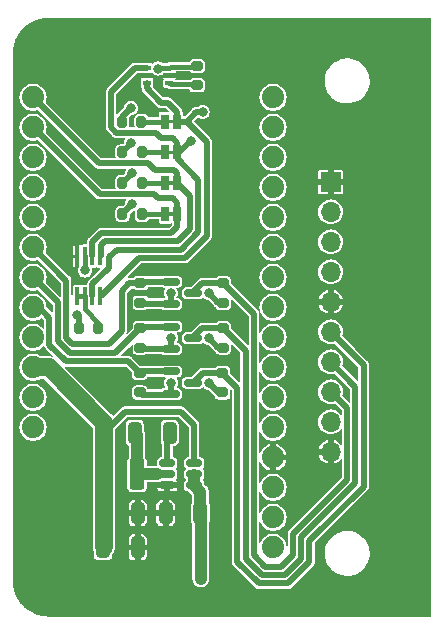
<source format=gbr>
%TF.GenerationSoftware,KiCad,Pcbnew,7.0.9*%
%TF.CreationDate,2024-02-09T11:23:59-05:00*%
%TF.ProjectId,BREAD_Loaf,42524541-445f-44c6-9f61-662e6b696361,rev?*%
%TF.SameCoordinates,PX2fdfdc0PY36746e0*%
%TF.FileFunction,Copper,L2,Bot*%
%TF.FilePolarity,Positive*%
%FSLAX46Y46*%
G04 Gerber Fmt 4.6, Leading zero omitted, Abs format (unit mm)*
G04 Created by KiCad (PCBNEW 7.0.9) date 2024-02-09 11:23:59*
%MOMM*%
%LPD*%
G01*
G04 APERTURE LIST*
G04 Aperture macros list*
%AMRoundRect*
0 Rectangle with rounded corners*
0 $1 Rounding radius*
0 $2 $3 $4 $5 $6 $7 $8 $9 X,Y pos of 4 corners*
0 Add a 4 corners polygon primitive as box body*
4,1,4,$2,$3,$4,$5,$6,$7,$8,$9,$2,$3,0*
0 Add four circle primitives for the rounded corners*
1,1,$1+$1,$2,$3*
1,1,$1+$1,$4,$5*
1,1,$1+$1,$6,$7*
1,1,$1+$1,$8,$9*
0 Add four rect primitives between the rounded corners*
20,1,$1+$1,$2,$3,$4,$5,0*
20,1,$1+$1,$4,$5,$6,$7,0*
20,1,$1+$1,$6,$7,$8,$9,0*
20,1,$1+$1,$8,$9,$2,$3,0*%
G04 Aperture macros list end*
%TA.AperFunction,ComponentPad*%
%ADD10C,1.879600*%
%TD*%
%TA.AperFunction,ComponentPad*%
%ADD11R,1.700000X1.700000*%
%TD*%
%TA.AperFunction,ComponentPad*%
%ADD12O,1.700000X1.700000*%
%TD*%
%TA.AperFunction,SMDPad,CuDef*%
%ADD13R,0.660400X1.270000*%
%TD*%
%TA.AperFunction,SMDPad,CuDef*%
%ADD14RoundRect,0.200000X-0.275000X0.200000X-0.275000X-0.200000X0.275000X-0.200000X0.275000X0.200000X0*%
%TD*%
%TA.AperFunction,SMDPad,CuDef*%
%ADD15RoundRect,0.150000X-0.587500X-0.150000X0.587500X-0.150000X0.587500X0.150000X-0.587500X0.150000X0*%
%TD*%
%TA.AperFunction,SMDPad,CuDef*%
%ADD16RoundRect,0.200000X-0.200000X-0.275000X0.200000X-0.275000X0.200000X0.275000X-0.200000X0.275000X0*%
%TD*%
%TA.AperFunction,SMDPad,CuDef*%
%ADD17RoundRect,0.250000X-0.325000X-0.650000X0.325000X-0.650000X0.325000X0.650000X-0.325000X0.650000X0*%
%TD*%
%TA.AperFunction,SMDPad,CuDef*%
%ADD18RoundRect,0.250000X0.325000X0.650000X-0.325000X0.650000X-0.325000X-0.650000X0.325000X-0.650000X0*%
%TD*%
%TA.AperFunction,SMDPad,CuDef*%
%ADD19RoundRect,0.150000X0.512500X0.150000X-0.512500X0.150000X-0.512500X-0.150000X0.512500X-0.150000X0*%
%TD*%
%TA.AperFunction,SMDPad,CuDef*%
%ADD20R,0.650000X0.400000*%
%TD*%
%TA.AperFunction,SMDPad,CuDef*%
%ADD21R,0.300000X1.600000*%
%TD*%
%TA.AperFunction,SMDPad,CuDef*%
%ADD22RoundRect,0.200000X0.200000X0.275000X-0.200000X0.275000X-0.200000X-0.275000X0.200000X-0.275000X0*%
%TD*%
%TA.AperFunction,SMDPad,CuDef*%
%ADD23RoundRect,0.250000X0.375000X1.075000X-0.375000X1.075000X-0.375000X-1.075000X0.375000X-1.075000X0*%
%TD*%
%TA.AperFunction,ViaPad*%
%ADD24C,0.800000*%
%TD*%
%TA.AperFunction,ViaPad*%
%ADD25C,0.500000*%
%TD*%
%TA.AperFunction,Conductor*%
%ADD26C,1.000000*%
%TD*%
%TA.AperFunction,Conductor*%
%ADD27C,0.500000*%
%TD*%
%TA.AperFunction,Conductor*%
%ADD28C,0.400000*%
%TD*%
%TA.AperFunction,Conductor*%
%ADD29C,1.500000*%
%TD*%
G04 APERTURE END LIST*
%TA.AperFunction,EtchedComponent*%
%TO.C,JP3*%
G36*
X16450000Y-30050000D02*
G01*
X15950000Y-30050000D01*
X15950000Y-29750000D01*
X16450000Y-29750000D01*
X16450000Y-30050000D01*
G37*
%TD.AperFunction*%
%TA.AperFunction,EtchedComponent*%
%TO.C,JP2*%
G36*
X16450000Y-27450000D02*
G01*
X15950000Y-27450000D01*
X15950000Y-27150000D01*
X16450000Y-27150000D01*
X16450000Y-27450000D01*
G37*
%TD.AperFunction*%
%TA.AperFunction,EtchedComponent*%
%TO.C,JP1*%
G36*
X16429300Y-24850000D02*
G01*
X15929300Y-24850000D01*
X15929300Y-24550000D01*
X16429300Y-24550000D01*
X16429300Y-24850000D01*
G37*
%TD.AperFunction*%
%TA.AperFunction,EtchedComponent*%
%TO.C,JP4*%
G36*
X16450000Y-32650000D02*
G01*
X15950000Y-32650000D01*
X15950000Y-32350000D01*
X16450000Y-32350000D01*
X16450000Y-32650000D01*
G37*
%TD.AperFunction*%
%TD*%
D10*
%TO.P,J2,1,SDA*%
%TO.N,/SDA_3.3V*%
X4500000Y-22650000D03*
%TO.P,J2,2,SCL*%
%TO.N,/SCL_3.3V*%
X4500000Y-25190000D03*
%TO.P,J2,3,GPIO6*%
%TO.N,/04_3.3V*%
X4500000Y-27730000D03*
%TO.P,J2,4,GPIO5*%
%TO.N,/06_3.3V*%
X4500000Y-30270000D03*
%TO.P,J2,5,GPIO4*%
%TO.N,/08_3.3V*%
X4500000Y-32810000D03*
%TO.P,J2,6,GPIO3*%
%TO.N,/SYNC_3.3V*%
X4500000Y-35350000D03*
%TO.P,J2,7,GPIO2*%
%TO.N,/INT_3.3V*%
X4500000Y-37890000D03*
%TO.P,J2,8,GPIO1*%
%TO.N,/E_STOP_3.3V*%
X4500000Y-40430000D03*
%TO.P,J2,9,GPIO0*%
%TO.N,/LED_3.3V*%
X4500000Y-42970000D03*
%TO.P,J2,10,V_USB*%
%TO.N,+5V*%
X4500000Y-45510000D03*
%TO.P,J2,11,EN*%
%TO.N,unconnected-(J2-EN-Pad11)*%
X4500000Y-48050000D03*
%TO.P,J2,12,V_BATT*%
%TO.N,unconnected-(J2-V_BATT-Pad12)*%
X4500000Y-50590000D03*
%TO.P,J2,13,FREEBIE*%
%TO.N,unconnected-(J2-FREEBIE-Pad13)*%
X24820000Y-22650000D03*
%TO.P,J2,14,TX*%
%TO.N,/TX_3.3V*%
X24820000Y-25190000D03*
%TO.P,J2,15,RX*%
%TO.N,/RX_3.3V*%
X24820000Y-27730000D03*
%TO.P,J2,16,POCI*%
%TO.N,/POCI_3.3V*%
X24820000Y-30270000D03*
%TO.P,J2,17,PICO*%
%TO.N,/PICO_3.3V*%
X24820000Y-32810000D03*
%TO.P,J2,18,SCK*%
%TO.N,/SCK_3.3V*%
X24820000Y-35350000D03*
%TO.P,J2,19,A5*%
%TO.N,/A5_3.3V*%
X24820000Y-37890000D03*
%TO.P,J2,20,A4*%
%TO.N,/A4_3.3V*%
X24820000Y-40430000D03*
%TO.P,J2,21,A3*%
%TO.N,/A3_3.3V*%
X24820000Y-42970000D03*
%TO.P,J2,22,A2*%
%TO.N,/A2_3.3V*%
X24820000Y-45510000D03*
%TO.P,J2,23,A1*%
%TO.N,/A1_3.3V*%
X24820000Y-48050000D03*
%TO.P,J2,24,A0*%
%TO.N,/A0_3.3V*%
X24820000Y-50590000D03*
%TO.P,J2,25,GND*%
%TO.N,GND*%
X24820000Y-53130000D03*
%TO.P,J2,26,AREF/NC*%
%TO.N,unconnected-(J2-AREF{slash}NC-Pad26)*%
X24820000Y-55670000D03*
%TO.P,J2,27,3.3V*%
%TO.N,+3.3V*%
X24820000Y-58210000D03*
%TO.P,J2,28,~{RESET}*%
%TO.N,unconnected-(J2-~{RESET}-Pad28)*%
X24820000Y-60750000D03*
%TD*%
D11*
%TO.P,J6,1,1*%
%TO.N,GND*%
X29700000Y-29800000D03*
D12*
%TO.P,J6,2,2*%
%TO.N,+12V*%
X29700000Y-32340000D03*
%TO.P,J6,3,3*%
%TO.N,/SCL_5V*%
X29700000Y-34880000D03*
%TO.P,J6,4,4*%
%TO.N,/SDA_5V*%
X29700000Y-37420000D03*
%TO.P,J6,5,5*%
%TO.N,GND*%
X29700000Y-39960000D03*
%TO.P,J6,6,6*%
%TO.N,/E_STOP_5V*%
X29700000Y-42500000D03*
%TO.P,J6,7,7*%
%TO.N,/INT_5V*%
X29700000Y-45040000D03*
%TO.P,J6,8,8*%
%TO.N,/SYNC_5V*%
X29700000Y-47580000D03*
%TO.P,J6,9,9*%
%TO.N,+12V*%
X29700000Y-50120000D03*
%TO.P,J6,10,10*%
%TO.N,GND*%
X29700000Y-52660000D03*
%TD*%
D13*
%TO.P,JP3,1,A*%
%TO.N,Net-(JP3-A)*%
X15679300Y-29900000D03*
%TO.P,JP3,2,B*%
%TO.N,/SDA_3.3V*%
X16720700Y-29900000D03*
%TD*%
D14*
%TO.P,R5,1*%
%TO.N,/INT_5V*%
X20600000Y-42175000D03*
%TO.P,R5,2*%
%TO.N,+5V*%
X20600000Y-43825000D03*
%TD*%
D13*
%TO.P,JP2,2,B*%
%TO.N,/SCL_5V*%
X16720700Y-27300000D03*
%TO.P,JP2,1,A*%
%TO.N,Net-(JP2-A)*%
X15679300Y-27300000D03*
%TD*%
%TO.P,JP1,2,B*%
%TO.N,/SDA_5V*%
X16700000Y-24700000D03*
%TO.P,JP1,1,A*%
%TO.N,Net-(JP1-A)*%
X15658600Y-24700000D03*
%TD*%
D14*
%TO.P,R6,2*%
%TO.N,+5V*%
X20600000Y-40025000D03*
%TO.P,R6,1*%
%TO.N,/SYNC_5V*%
X20600000Y-38375000D03*
%TD*%
D15*
%TO.P,Q2,1,G*%
%TO.N,+3.3V*%
X16162500Y-43950000D03*
%TO.P,Q2,2,S*%
%TO.N,/INT_3.3V*%
X16162500Y-42050000D03*
%TO.P,Q2,3,D*%
%TO.N,/INT_5V*%
X18037500Y-43000000D03*
%TD*%
D16*
%TO.P,R12,1*%
%TO.N,+3.3V*%
X12075000Y-32500000D03*
%TO.P,R12,2*%
%TO.N,Net-(JP4-A)*%
X13725000Y-32500000D03*
%TD*%
D15*
%TO.P,Q3,3,D*%
%TO.N,/SYNC_5V*%
X18037500Y-39200000D03*
%TO.P,Q3,2,S*%
%TO.N,/SYNC_3.3V*%
X16162500Y-38250000D03*
%TO.P,Q3,1,G*%
%TO.N,+3.3V*%
X16162500Y-40150000D03*
%TD*%
D14*
%TO.P,R2,1*%
%TO.N,/INT_3.3V*%
X13600000Y-42175000D03*
%TO.P,R2,2*%
%TO.N,+3.3V*%
X13600000Y-43825000D03*
%TD*%
D16*
%TO.P,R11,2*%
%TO.N,Net-(JP2-A)*%
X13725000Y-27300000D03*
%TO.P,R11,1*%
%TO.N,+5V*%
X12075000Y-27300000D03*
%TD*%
D14*
%TO.P,R4,1*%
%TO.N,/E_STOP_5V*%
X20537500Y-45975000D03*
%TO.P,R4,2*%
%TO.N,+5V*%
X20537500Y-47625000D03*
%TD*%
D16*
%TO.P,R9,2*%
%TO.N,Net-(JP1-A)*%
X13683600Y-24700000D03*
%TO.P,R9,1*%
%TO.N,+5V*%
X12033600Y-24700000D03*
%TD*%
D17*
%TO.P,C2,1*%
%TO.N,Net-(U2-SW)*%
X13125000Y-51050000D03*
%TO.P,C2,2*%
%TO.N,Net-(U2-BST)*%
X16075000Y-51050000D03*
%TD*%
D14*
%TO.P,R3,2*%
%TO.N,+3.3V*%
X13600000Y-40025000D03*
%TO.P,R3,1*%
%TO.N,/SYNC_3.3V*%
X13600000Y-38375000D03*
%TD*%
D18*
%TO.P,C3,1*%
%TO.N,GND*%
X13375000Y-57850000D03*
%TO.P,C3,2*%
%TO.N,+5V*%
X10425000Y-57850000D03*
%TD*%
D17*
%TO.P,C1,1*%
%TO.N,GND*%
X15725000Y-57850000D03*
%TO.P,C1,2*%
%TO.N,+12V*%
X18675000Y-57850000D03*
%TD*%
D14*
%TO.P,R1,1*%
%TO.N,/E_STOP_3.3V*%
X13537500Y-45975000D03*
%TO.P,R1,2*%
%TO.N,+3.3V*%
X13537500Y-47625000D03*
%TD*%
D18*
%TO.P,C4,1*%
%TO.N,GND*%
X13375000Y-60750000D03*
%TO.P,C4,2*%
%TO.N,+5V*%
X10425000Y-60750000D03*
%TD*%
D19*
%TO.P,U2,1,FB*%
%TO.N,+5V*%
X18137500Y-53600000D03*
%TO.P,U2,2,EN*%
%TO.N,+12V*%
X18137500Y-54550000D03*
%TO.P,U2,3,VIN*%
X18137500Y-55500000D03*
%TO.P,U2,4,GND*%
%TO.N,GND*%
X15862500Y-55500000D03*
%TO.P,U2,5,SW*%
%TO.N,Net-(U2-SW)*%
X15862500Y-54550000D03*
%TO.P,U2,6,BST*%
%TO.N,Net-(U2-BST)*%
X15862500Y-53600000D03*
%TD*%
D20*
%TO.P,U1,1,VCC*%
%TO.N,+5V*%
X16050000Y-20150000D03*
%TO.P,U1,2,GND*%
%TO.N,GND*%
X16050000Y-20800000D03*
%TO.P,U1,3,ENABLE*%
%TO.N,Net-(U1-ENABLE)*%
X16050000Y-21450000D03*
%TO.P,U1,4,BUS2*%
%TO.N,/SDA_5V*%
X14150000Y-21450000D03*
%TO.P,U1,5,GND*%
%TO.N,GND*%
X14150000Y-20800000D03*
%TO.P,U1,6,BUS1*%
%TO.N,/SCL_5V*%
X14150000Y-20150000D03*
%TD*%
D21*
%TO.P,U3,1,GND*%
%TO.N,GND*%
X8225000Y-36100000D03*
%TO.P,U3,2,VREF1*%
%TO.N,+3.3V*%
X8875000Y-36100000D03*
%TO.P,U3,3,SCL1*%
%TO.N,/SCL_3.3V*%
X9525000Y-36100000D03*
%TO.P,U3,4,SDA1*%
%TO.N,/SDA_3.3V*%
X10175000Y-36100000D03*
%TO.P,U3,5,SDA2*%
%TO.N,/SDA_5V*%
X10175000Y-39500000D03*
%TO.P,U3,6,SCL2*%
%TO.N,/SCL_5V*%
X9525000Y-39500000D03*
%TO.P,U3,7,VREF2*%
%TO.N,Net-(U3-EN)*%
X8875000Y-39500000D03*
%TO.P,U3,8,EN*%
X8225000Y-39500000D03*
%TD*%
D13*
%TO.P,JP4,1,A*%
%TO.N,Net-(JP4-A)*%
X15679300Y-32500000D03*
%TO.P,JP4,2,B*%
%TO.N,/SCL_3.3V*%
X16720700Y-32500000D03*
%TD*%
D14*
%TO.P,R7,1*%
%TO.N,+5V*%
X18400000Y-19975000D03*
%TO.P,R7,2*%
%TO.N,Net-(U1-ENABLE)*%
X18400000Y-21625000D03*
%TD*%
D16*
%TO.P,R10,1*%
%TO.N,+3.3V*%
X12075000Y-29900000D03*
%TO.P,R10,2*%
%TO.N,Net-(JP3-A)*%
X13725000Y-29900000D03*
%TD*%
D22*
%TO.P,R8,1*%
%TO.N,Net-(U3-EN)*%
X10025000Y-42200000D03*
%TO.P,R8,2*%
%TO.N,+5V*%
X8375000Y-42200000D03*
%TD*%
D23*
%TO.P,L1,1*%
%TO.N,Net-(U2-SW)*%
X13300000Y-54550000D03*
%TO.P,L1,2*%
%TO.N,+5V*%
X10500000Y-54550000D03*
%TD*%
D15*
%TO.P,Q1,1,G*%
%TO.N,+3.3V*%
X16162500Y-47750000D03*
%TO.P,Q1,2,S*%
%TO.N,/E_STOP_3.3V*%
X16162500Y-45850000D03*
%TO.P,Q1,3,D*%
%TO.N,/E_STOP_5V*%
X18037500Y-46800000D03*
%TD*%
D24*
%TO.N,+12V*%
X18700000Y-63400000D03*
%TO.N,GND*%
X19700000Y-50700000D03*
X15800000Y-61000000D03*
X19800000Y-54000000D03*
X9100000Y-59300000D03*
X9100000Y-56400000D03*
X9100000Y-51400000D03*
%TO.N,+5V*%
X19400000Y-39224500D03*
X19400000Y-43024500D03*
X19400000Y-46824500D03*
%TO.N,+3.3V*%
X16200000Y-46800000D03*
X16200000Y-43000000D03*
X16162500Y-39191921D03*
X8900000Y-37300000D03*
X12864707Y-31674500D03*
X12864707Y-29074500D03*
%TO.N,+5V*%
X8200000Y-41075252D03*
X12800000Y-26474500D03*
X12799924Y-23543585D03*
X15100000Y-20200000D03*
%TO.N,/SCL_5V*%
X17899312Y-26300688D03*
%TO.N,/SDA_5V*%
X18849500Y-23900000D03*
D25*
%TO.N,GND*%
X13400000Y-59250000D03*
X15700000Y-59250000D03*
X14600000Y-58450000D03*
X14600000Y-57150000D03*
X15000000Y-56250000D03*
X15900000Y-56250000D03*
X17000000Y-53550000D03*
%TD*%
D26*
%TO.N,+12V*%
X18700000Y-63400000D02*
X18700000Y-57875000D01*
X18700000Y-57875000D02*
X18675000Y-57850000D01*
D27*
%TO.N,/SYNC_5V*%
X23200000Y-40975000D02*
X20600000Y-38375000D01*
X26500000Y-61420100D02*
X25520100Y-62400000D01*
X25520100Y-62400000D02*
X24179900Y-62400000D01*
X24179900Y-62400000D02*
X23200000Y-61420100D01*
X26500000Y-59610052D02*
X26500000Y-61420100D01*
X31100000Y-48980000D02*
X31100000Y-55010050D01*
X31100000Y-55010050D02*
X26500000Y-59610052D01*
X23200000Y-61420100D02*
X23200000Y-40975000D01*
X29700000Y-47580000D02*
X31100000Y-48980000D01*
%TO.N,/INT_5V*%
X22500000Y-44075000D02*
X20600000Y-42175000D01*
X23889950Y-63100000D02*
X22500000Y-61710050D01*
X25810050Y-63100000D02*
X23889950Y-63100000D01*
X27200000Y-59900001D02*
X27200000Y-61710050D01*
X22500000Y-61710050D02*
X22500000Y-44075000D01*
X31800000Y-47140000D02*
X31800000Y-55300000D01*
X27200000Y-61710050D02*
X25810050Y-63100000D01*
X29700000Y-45040000D02*
X31800000Y-47140000D01*
X31800000Y-55300000D02*
X27200000Y-59900001D01*
%TO.N,/E_STOP_5V*%
X21800000Y-47237500D02*
X20537500Y-45975000D01*
X21800000Y-62000000D02*
X21800000Y-47237500D01*
X23600000Y-63800000D02*
X21800000Y-62000000D01*
X27900000Y-60189950D02*
X27900000Y-62000000D01*
X32500000Y-55589950D02*
X27900000Y-60189950D01*
X32500000Y-45300000D02*
X32500000Y-55589950D01*
X29700000Y-42500000D02*
X32500000Y-45300000D01*
X27900000Y-62000000D02*
X26100000Y-63800000D01*
X26100000Y-63800000D02*
X23600000Y-63800000D01*
%TO.N,/SCL_5V*%
X16720700Y-26476200D02*
X16720700Y-27300000D01*
X16344500Y-26100000D02*
X16720700Y-26476200D01*
X15353400Y-26100000D02*
X16344500Y-26100000D01*
X14878400Y-25625000D02*
X15353400Y-26100000D01*
X11100000Y-25166180D02*
X11558820Y-25625000D01*
X11100000Y-22200000D02*
X11100000Y-25166180D01*
X13150000Y-20150000D02*
X11100000Y-22200000D01*
X11558820Y-25625000D02*
X14878400Y-25625000D01*
X14150000Y-20150000D02*
X13150000Y-20150000D01*
%TO.N,/SDA_5V*%
X15358421Y-23100000D02*
X14150000Y-21891579D01*
X15923800Y-23100000D02*
X15358421Y-23100000D01*
X16700000Y-23876200D02*
X15923800Y-23100000D01*
X16700000Y-24700000D02*
X16700000Y-23876200D01*
X14150000Y-21891579D02*
X14150000Y-21450000D01*
X17339698Y-36230150D02*
X13494850Y-36230150D01*
X19200000Y-34369850D02*
X17339698Y-36230150D01*
X19200000Y-26400000D02*
X19200000Y-34369850D01*
X17500000Y-24700000D02*
X19200000Y-26400000D01*
X13494850Y-36230150D02*
X10225000Y-39500000D01*
%TO.N,/SCL_5V*%
X9525000Y-38475000D02*
X9525000Y-39500000D01*
X10925000Y-36175000D02*
X10925000Y-37075000D01*
X10925000Y-37075000D02*
X9525000Y-38475000D01*
X17049749Y-35530150D02*
X11569850Y-35530150D01*
X11569850Y-35530150D02*
X10925000Y-36175000D01*
X16679300Y-27800000D02*
X18500000Y-29620700D01*
X18500000Y-29620700D02*
X18500000Y-34079900D01*
X18500000Y-34079900D02*
X17049749Y-35530150D01*
%TO.N,/SDA_3.3V*%
X10569850Y-34830150D02*
X10225000Y-35175000D01*
X16759800Y-34830150D02*
X10569850Y-34830150D01*
X17800000Y-33789950D02*
X16759800Y-34830150D01*
X17800000Y-30979300D02*
X17800000Y-33789950D01*
X10225000Y-35175000D02*
X10225000Y-36100000D01*
X16720700Y-29900000D02*
X17800000Y-30979300D01*
%TO.N,+3.3V*%
X12864707Y-31710293D02*
X12075000Y-32500000D01*
X12864707Y-31674500D02*
X12864707Y-31710293D01*
%TO.N,+5V*%
X12800000Y-26474500D02*
X12800000Y-26575000D01*
X12800000Y-26575000D02*
X12075000Y-27300000D01*
X12033600Y-24309909D02*
X12033600Y-24700000D01*
X12799924Y-23543585D02*
X12033600Y-24309909D01*
%TO.N,/SDA_3.3V*%
X10075000Y-28225000D02*
X4500000Y-22650000D01*
X14197700Y-28225000D02*
X10075000Y-28225000D01*
X14787700Y-28815000D02*
X14197700Y-28225000D01*
X16459500Y-28815000D02*
X14787700Y-28815000D01*
X16720700Y-29076200D02*
X16459500Y-28815000D01*
%TO.N,/SCL_3.3V*%
X16720700Y-31576200D02*
X16344500Y-31200000D01*
X16720700Y-32500000D02*
X16720700Y-31576200D01*
X16169850Y-34130150D02*
X16720700Y-33579300D01*
X9525000Y-34885050D02*
X10279901Y-34130150D01*
X9525000Y-36100000D02*
X9525000Y-34885050D01*
X10279901Y-34130150D02*
X16169850Y-34130150D01*
%TO.N,/SDA_5V*%
X18300000Y-23900000D02*
X17500000Y-24700000D01*
X18849500Y-23900000D02*
X18300000Y-23900000D01*
%TO.N,/SCL_5V*%
X16900000Y-27300000D02*
X16720700Y-27300000D01*
X17899312Y-26300688D02*
X16900000Y-27300000D01*
%TO.N,/SDA_5V*%
X16700000Y-24700000D02*
X17500000Y-24700000D01*
%TO.N,+3.3V*%
X12864707Y-29110293D02*
X12075000Y-29900000D01*
X12864707Y-29074500D02*
X12864707Y-29110293D01*
%TO.N,/SCL_3.3V*%
X10135000Y-30825000D02*
X4500000Y-25190000D01*
X10535000Y-30825000D02*
X10135000Y-30825000D01*
%TO.N,/SDA_3.3V*%
X16720700Y-29900000D02*
X16720700Y-29076200D01*
%TO.N,/SCL_3.3V*%
X15114100Y-31200000D02*
X14739100Y-30825000D01*
X16344500Y-31200000D02*
X15114100Y-31200000D01*
X14739100Y-30825000D02*
X10535000Y-30825000D01*
%TO.N,+3.3V*%
X16162500Y-39191921D02*
X16162500Y-40150000D01*
%TO.N,+5V*%
X20200500Y-47625000D02*
X20537500Y-47625000D01*
X19400000Y-46824500D02*
X20200500Y-47625000D01*
X20200500Y-43825000D02*
X20600000Y-43825000D01*
X19400000Y-43024500D02*
X20200500Y-43825000D01*
X19400000Y-39224500D02*
X20200500Y-40025000D01*
X20200500Y-40025000D02*
X20600000Y-40025000D01*
%TO.N,+3.3V*%
X16162500Y-46837500D02*
X16200000Y-46800000D01*
X16162500Y-47750000D02*
X16162500Y-46837500D01*
X16162500Y-43037500D02*
X16200000Y-43000000D01*
X16162500Y-43950000D02*
X16162500Y-43037500D01*
D28*
X8875000Y-37275000D02*
X8900000Y-37300000D01*
X8875000Y-36100000D02*
X8875000Y-37275000D01*
D27*
X16112500Y-40100000D02*
X16162500Y-40150000D01*
X13600000Y-40025000D02*
X13675000Y-40100000D01*
X13675000Y-40100000D02*
X16112500Y-40100000D01*
%TO.N,+5V*%
X8375000Y-41250252D02*
X8375000Y-42200000D01*
X8200000Y-41075252D02*
X8375000Y-41250252D01*
D28*
%TO.N,Net-(U3-EN)*%
X8875000Y-40600000D02*
X8875000Y-39500000D01*
X10025000Y-41750000D02*
X8875000Y-40600000D01*
X10025000Y-42200000D02*
X10025000Y-41750000D01*
D27*
%TO.N,/SYNC_3.3V*%
X7779900Y-43500000D02*
X7300000Y-43020100D01*
X10900000Y-43500000D02*
X7779900Y-43500000D01*
X12000000Y-42400000D02*
X10900000Y-43500000D01*
X12625000Y-38375000D02*
X12000000Y-39000000D01*
X7300000Y-38150000D02*
X4500000Y-35350000D01*
X13600000Y-38375000D02*
X12625000Y-38375000D01*
X12000000Y-39000000D02*
X12000000Y-42400000D01*
X7300000Y-43020100D02*
X7300000Y-38150000D01*
%TO.N,/INT_3.3V*%
X7589950Y-44300000D02*
X11475000Y-44300000D01*
X6600000Y-39990000D02*
X6600000Y-43310050D01*
X11475000Y-44300000D02*
X13600000Y-42175000D01*
X4500000Y-37890000D02*
X6600000Y-39990000D01*
X6600000Y-43310050D02*
X7589950Y-44300000D01*
%TO.N,/E_STOP_3.3V*%
X5889800Y-41289800D02*
X5030000Y-40430000D01*
X7300000Y-45000000D02*
X5889800Y-43589800D01*
X5889800Y-43589800D02*
X5889800Y-41289800D01*
X5030000Y-40430000D02*
X4500000Y-40430000D01*
X12562500Y-45000000D02*
X7300000Y-45000000D01*
X13537500Y-45975000D02*
X12562500Y-45000000D01*
D28*
%TO.N,+5V*%
X15150000Y-20150000D02*
X15100000Y-20200000D01*
X16050000Y-20150000D02*
X15150000Y-20150000D01*
D27*
%TO.N,/SDA_5V*%
X16700000Y-24700000D02*
X17700000Y-24700000D01*
%TO.N,/SCL_3.3V*%
X16720700Y-33579300D02*
X16720700Y-32500000D01*
%TO.N,+3.3V*%
X13725000Y-43950000D02*
X16162500Y-43950000D01*
X13600000Y-43825000D02*
X13725000Y-43950000D01*
D29*
%TO.N,+5V*%
X10500000Y-50180923D02*
X10500000Y-54550000D01*
X5829077Y-45510000D02*
X10500000Y-50180923D01*
X4500000Y-45510000D02*
X5829077Y-45510000D01*
D27*
%TO.N,/SCL_3.3V*%
X4690000Y-25190000D02*
X4500000Y-25190000D01*
D28*
%TO.N,Net-(U3-EN)*%
X8875000Y-39500000D02*
X8225000Y-39500000D01*
D29*
%TO.N,+5V*%
X10499390Y-57924390D02*
X10499390Y-60675610D01*
X10499390Y-54550610D02*
X10499390Y-57775610D01*
X10500000Y-54550000D02*
X10499390Y-54550610D01*
D28*
X18325000Y-20050000D02*
X18400000Y-19975000D01*
X16150000Y-20050000D02*
X18325000Y-20050000D01*
X16050000Y-20150000D02*
X16150000Y-20050000D01*
%TO.N,Net-(U1-ENABLE)*%
X16150000Y-21550000D02*
X18325000Y-21550000D01*
X18325000Y-21550000D02*
X18400000Y-21625000D01*
X16050000Y-21450000D02*
X16150000Y-21550000D01*
D26*
%TO.N,Net-(U2-SW)*%
X13300000Y-54550000D02*
X15000000Y-54550000D01*
D27*
%TO.N,+3.3V*%
X12100000Y-29925000D02*
X12075000Y-29900000D01*
X12075000Y-32500000D02*
X12100000Y-32475000D01*
%TO.N,+5V*%
X10500000Y-51050000D02*
X10500000Y-54550000D01*
X12300000Y-49250000D02*
X10500000Y-51050000D01*
X16999390Y-49250000D02*
X12300000Y-49250000D01*
X18137500Y-50388110D02*
X16999390Y-49250000D01*
X18137500Y-53600000D02*
X18137500Y-50388110D01*
D26*
%TO.N,+12V*%
X18137500Y-55500000D02*
X18137500Y-54600000D01*
X18675000Y-56037500D02*
X18137500Y-55500000D01*
X18675000Y-57850000D02*
X18675000Y-56037500D01*
%TO.N,Net-(U2-SW)*%
X13300000Y-54550000D02*
X13300000Y-51225000D01*
X13300000Y-51225000D02*
X13125000Y-51050000D01*
D27*
%TO.N,Net-(U2-BST)*%
X15862500Y-51262500D02*
X16075000Y-51050000D01*
X15862500Y-53600000D02*
X15862500Y-51262500D01*
%TO.N,+5V*%
X12000000Y-27225000D02*
X12075000Y-27300000D01*
%TO.N,/E_STOP_5V*%
X18862500Y-45975000D02*
X20537500Y-45975000D01*
X18037500Y-46800000D02*
X18862500Y-45975000D01*
%TO.N,/INT_5V*%
X18825000Y-42175000D02*
X20600000Y-42175000D01*
X20600000Y-42175000D02*
X20600000Y-42115000D01*
X18037500Y-42962500D02*
X18825000Y-42175000D01*
X18037500Y-43000000D02*
X18037500Y-42962500D01*
%TO.N,/SYNC_5V*%
X18825000Y-38375000D02*
X20600000Y-38375000D01*
X18037500Y-39162500D02*
X18825000Y-38375000D01*
X18037500Y-39200000D02*
X18037500Y-39162500D01*
%TO.N,/SYNC_3.3V*%
X13725000Y-38250000D02*
X13600000Y-38375000D01*
X16162500Y-38250000D02*
X13725000Y-38250000D01*
%TO.N,/INT_3.3V*%
X16162500Y-42050000D02*
X13725000Y-42050000D01*
X13725000Y-42050000D02*
X13600000Y-42175000D01*
%TO.N,/E_STOP_3.3V*%
X13662500Y-45850000D02*
X13537500Y-45975000D01*
X16162500Y-45850000D02*
X13662500Y-45850000D01*
%TO.N,+3.3V*%
X16112500Y-47800000D02*
X16162500Y-47750000D01*
X24820000Y-58210000D02*
X24890000Y-58210000D01*
X12075000Y-32525000D02*
X12075000Y-32500000D01*
X13712500Y-47800000D02*
X16112500Y-47800000D01*
X13537500Y-47625000D02*
X13712500Y-47800000D01*
D28*
%TO.N,Net-(JP1-A)*%
X15658600Y-24700000D02*
X13683600Y-24700000D01*
%TO.N,Net-(JP2-A)*%
X13725000Y-27300000D02*
X15679300Y-27300000D01*
%TO.N,Net-(JP3-A)*%
X13725000Y-29900000D02*
X15679300Y-29900000D01*
%TO.N,Net-(JP4-A)*%
X15679300Y-32500000D02*
X13725000Y-32500000D01*
%TD*%
%TA.AperFunction,Conductor*%
%TO.N,GND*%
G36*
X38150504Y-15900496D02*
G01*
X38185151Y-15914850D01*
X38199501Y-15949494D01*
X38200000Y-29456381D01*
X38200000Y-66550500D01*
X38185648Y-66585148D01*
X38151000Y-66599500D01*
X5800646Y-66599500D01*
X5799363Y-66599466D01*
X5666617Y-66592509D01*
X5481098Y-66582090D01*
X5478638Y-66581826D01*
X5324369Y-66557394D01*
X5160095Y-66529482D01*
X5157856Y-66528993D01*
X5003297Y-66487579D01*
X4846722Y-66442470D01*
X4844724Y-66441800D01*
X4693829Y-66383877D01*
X4544636Y-66322079D01*
X4542888Y-66321273D01*
X4398077Y-66247488D01*
X4257369Y-66169722D01*
X4255876Y-66168826D01*
X4119127Y-66080020D01*
X4074879Y-66048624D01*
X3988265Y-65987168D01*
X3987033Y-65986233D01*
X3860554Y-65883812D01*
X3859647Y-65883040D01*
X3740492Y-65776558D01*
X3739493Y-65775613D01*
X3624385Y-65660505D01*
X3623440Y-65659506D01*
X3516958Y-65540351D01*
X3516186Y-65539444D01*
X3413765Y-65412965D01*
X3412838Y-65411744D01*
X3319978Y-65280870D01*
X3291119Y-65236432D01*
X3231165Y-65144110D01*
X3230286Y-65142646D01*
X3152511Y-65001922D01*
X3078725Y-64857110D01*
X3077924Y-64855373D01*
X3016127Y-64706183D01*
X2958189Y-64555248D01*
X2957533Y-64553293D01*
X2912414Y-64396679D01*
X2907316Y-64377652D01*
X2871000Y-64242121D01*
X2870516Y-64239903D01*
X2868837Y-64230023D01*
X2842601Y-64075606D01*
X2841717Y-64070026D01*
X2818172Y-63921360D01*
X2817909Y-63918913D01*
X2807502Y-63733613D01*
X2800532Y-63600621D01*
X2800499Y-63599393D01*
X2800000Y-51638587D01*
X2800000Y-50590000D01*
X3354815Y-50590000D01*
X3374313Y-50800423D01*
X3374314Y-50800429D01*
X3432146Y-51003687D01*
X3432149Y-51003694D01*
X3526342Y-51192859D01*
X3526345Y-51192863D01*
X3653695Y-51361503D01*
X3653698Y-51361506D01*
X3809867Y-51503873D01*
X3809868Y-51503874D01*
X3809872Y-51503877D01*
X3989547Y-51615128D01*
X3989550Y-51615129D01*
X4186599Y-51691466D01*
X4186600Y-51691466D01*
X4186605Y-51691468D01*
X4394336Y-51730300D01*
X4394338Y-51730300D01*
X4605662Y-51730300D01*
X4605664Y-51730300D01*
X4813395Y-51691468D01*
X5010453Y-51615128D01*
X5190128Y-51503877D01*
X5346302Y-51361506D01*
X5473656Y-51192862D01*
X5567853Y-51003689D01*
X5625686Y-50800427D01*
X5645185Y-50590000D01*
X5625686Y-50379573D01*
X5567853Y-50176311D01*
X5473656Y-49987138D01*
X5346302Y-49818494D01*
X5233922Y-49716046D01*
X5190132Y-49676126D01*
X5190129Y-49676124D01*
X5190128Y-49676123D01*
X5010453Y-49564872D01*
X5010450Y-49564871D01*
X5010449Y-49564870D01*
X4813400Y-49488533D01*
X4813395Y-49488532D01*
X4605664Y-49449700D01*
X4394336Y-49449700D01*
X4301020Y-49467144D01*
X4186599Y-49488533D01*
X3989550Y-49564870D01*
X3809867Y-49676126D01*
X3653698Y-49818493D01*
X3653695Y-49818496D01*
X3526345Y-49987136D01*
X3526342Y-49987140D01*
X3432149Y-50176305D01*
X3432146Y-50176312D01*
X3374314Y-50379570D01*
X3374313Y-50379576D01*
X3354815Y-50590000D01*
X2800000Y-50590000D01*
X2800000Y-48050000D01*
X3354815Y-48050000D01*
X3374313Y-48260423D01*
X3374314Y-48260429D01*
X3432146Y-48463687D01*
X3432149Y-48463694D01*
X3526342Y-48652859D01*
X3526345Y-48652863D01*
X3653695Y-48821503D01*
X3653698Y-48821506D01*
X3809867Y-48963873D01*
X3809868Y-48963874D01*
X3809872Y-48963877D01*
X3989547Y-49075128D01*
X4055233Y-49100574D01*
X4186599Y-49151466D01*
X4186600Y-49151466D01*
X4186605Y-49151468D01*
X4394336Y-49190300D01*
X4394338Y-49190300D01*
X4605662Y-49190300D01*
X4605664Y-49190300D01*
X4813395Y-49151468D01*
X5010453Y-49075128D01*
X5190128Y-48963877D01*
X5346302Y-48821506D01*
X5473656Y-48652862D01*
X5567853Y-48463689D01*
X5625686Y-48260427D01*
X5645185Y-48050000D01*
X5625686Y-47839573D01*
X5567853Y-47636311D01*
X5473656Y-47447138D01*
X5368710Y-47308167D01*
X5346304Y-47278496D01*
X5346301Y-47278493D01*
X5190132Y-47136126D01*
X5190129Y-47136124D01*
X5190128Y-47136123D01*
X5010453Y-47024872D01*
X5010450Y-47024871D01*
X5010449Y-47024870D01*
X4813400Y-46948533D01*
X4813395Y-46948532D01*
X4605664Y-46909700D01*
X4394336Y-46909700D01*
X4237584Y-46939002D01*
X4186599Y-46948533D01*
X3989550Y-47024870D01*
X3809867Y-47136126D01*
X3653698Y-47278493D01*
X3653695Y-47278496D01*
X3526345Y-47447136D01*
X3526342Y-47447140D01*
X3432149Y-47636305D01*
X3432146Y-47636312D01*
X3374314Y-47839570D01*
X3374313Y-47839576D01*
X3354815Y-48050000D01*
X2800000Y-48050000D01*
X2800000Y-45510000D01*
X3354815Y-45510000D01*
X3374313Y-45720423D01*
X3374314Y-45720429D01*
X3432146Y-45923687D01*
X3432149Y-45923694D01*
X3526342Y-46112859D01*
X3526345Y-46112863D01*
X3653695Y-46281503D01*
X3653698Y-46281506D01*
X3809867Y-46423873D01*
X3809868Y-46423874D01*
X3809872Y-46423877D01*
X3989547Y-46535128D01*
X4024341Y-46548607D01*
X4186599Y-46611466D01*
X4186600Y-46611466D01*
X4186605Y-46611468D01*
X4394336Y-46650300D01*
X4394338Y-46650300D01*
X4605662Y-46650300D01*
X4605664Y-46650300D01*
X4813395Y-46611468D01*
X5010453Y-46535128D01*
X5119127Y-46467838D01*
X5144922Y-46460500D01*
X5415071Y-46460500D01*
X5449719Y-46474852D01*
X9535148Y-50560281D01*
X9549500Y-50594929D01*
X9549500Y-54446005D01*
X9548944Y-54451466D01*
X9549141Y-54451486D01*
X9548890Y-54453953D01*
X9548890Y-54513532D01*
X9548819Y-54515393D01*
X9544295Y-54574816D01*
X9548693Y-54609345D01*
X9548890Y-54612444D01*
X9548890Y-57823951D01*
X9548920Y-57824611D01*
X9548890Y-57825986D01*
X9548890Y-57827734D01*
X9548890Y-60723816D01*
X9551553Y-60750000D01*
X9563545Y-60867933D01*
X9592941Y-60961622D01*
X9621416Y-61052378D01*
X9643343Y-61091882D01*
X9649500Y-61115662D01*
X9649500Y-61454275D01*
X9652353Y-61484698D01*
X9652353Y-61484699D01*
X9697204Y-61612876D01*
X9697208Y-61612885D01*
X9777849Y-61722150D01*
X9887114Y-61802791D01*
X9887117Y-61802792D01*
X9887118Y-61802793D01*
X9887120Y-61802793D01*
X9887123Y-61802795D01*
X10013878Y-61847148D01*
X10015301Y-61847646D01*
X10045734Y-61850500D01*
X10045744Y-61850500D01*
X10804256Y-61850500D01*
X10804266Y-61850500D01*
X10834699Y-61847646D01*
X10962882Y-61802793D01*
X10963491Y-61802344D01*
X11072150Y-61722150D01*
X11152791Y-61612885D01*
X11152791Y-61612884D01*
X11152793Y-61612882D01*
X11197646Y-61484699D01*
X11200500Y-61454266D01*
X11200500Y-61341592D01*
X11214852Y-61306944D01*
X11215685Y-61306130D01*
X11224309Y-61297933D01*
X11267209Y-61236297D01*
X11334740Y-61139273D01*
X11334741Y-61139270D01*
X11334743Y-61139268D01*
X11394508Y-61000000D01*
X12600001Y-61000000D01*
X12600001Y-61454191D01*
X12600002Y-61454215D01*
X12602850Y-61484602D01*
X12602851Y-61484608D01*
X12647651Y-61612640D01*
X12647655Y-61612648D01*
X12728207Y-61721792D01*
X12837351Y-61802344D01*
X12837359Y-61802348D01*
X12965395Y-61847149D01*
X12995785Y-61849999D01*
X13124999Y-61849999D01*
X13125000Y-61849998D01*
X13125000Y-61000000D01*
X13625000Y-61000000D01*
X13625000Y-61849999D01*
X13754191Y-61849999D01*
X13754215Y-61849997D01*
X13784602Y-61847149D01*
X13784608Y-61847148D01*
X13912640Y-61802348D01*
X13912648Y-61802344D01*
X14021792Y-61721792D01*
X14102344Y-61612648D01*
X14102348Y-61612640D01*
X14147149Y-61484605D01*
X14147149Y-61484603D01*
X14149998Y-61454214D01*
X14150000Y-61454193D01*
X14150000Y-61000000D01*
X13625000Y-61000000D01*
X13125000Y-61000000D01*
X12600001Y-61000000D01*
X11394508Y-61000000D01*
X11410977Y-60961622D01*
X11449890Y-60772266D01*
X11449890Y-60500000D01*
X12600000Y-60500000D01*
X13125000Y-60500000D01*
X13125000Y-59650000D01*
X13625000Y-59650000D01*
X13625000Y-60500000D01*
X14149999Y-60500000D01*
X14149999Y-60045808D01*
X14149997Y-60045784D01*
X14147149Y-60015397D01*
X14147148Y-60015391D01*
X14102348Y-59887359D01*
X14102344Y-59887351D01*
X14021792Y-59778207D01*
X13912648Y-59697655D01*
X13912640Y-59697651D01*
X13784604Y-59652850D01*
X13754214Y-59650001D01*
X13754193Y-59650000D01*
X13625000Y-59650000D01*
X13125000Y-59650000D01*
X12995808Y-59650000D01*
X12995784Y-59650002D01*
X12965397Y-59652850D01*
X12965391Y-59652851D01*
X12837359Y-59697651D01*
X12837351Y-59697655D01*
X12728207Y-59778207D01*
X12647655Y-59887351D01*
X12647651Y-59887359D01*
X12602850Y-60015394D01*
X12602850Y-60015396D01*
X12600001Y-60045785D01*
X12600000Y-60045806D01*
X12600000Y-60500000D01*
X11449890Y-60500000D01*
X11449890Y-58100000D01*
X12600001Y-58100000D01*
X12600001Y-58554191D01*
X12600002Y-58554215D01*
X12602850Y-58584602D01*
X12602851Y-58584608D01*
X12647651Y-58712640D01*
X12647655Y-58712648D01*
X12728207Y-58821792D01*
X12837351Y-58902344D01*
X12837359Y-58902348D01*
X12965395Y-58947149D01*
X12995785Y-58949999D01*
X13124999Y-58949999D01*
X13125000Y-58949998D01*
X13125000Y-58100000D01*
X13625000Y-58100000D01*
X13625000Y-58949999D01*
X13754191Y-58949999D01*
X13754215Y-58949997D01*
X13784602Y-58947149D01*
X13784608Y-58947148D01*
X13912640Y-58902348D01*
X13912648Y-58902344D01*
X14021792Y-58821792D01*
X14102344Y-58712648D01*
X14102348Y-58712640D01*
X14147149Y-58584605D01*
X14147149Y-58584603D01*
X14149998Y-58554214D01*
X14150000Y-58554193D01*
X14150000Y-58100000D01*
X14950001Y-58100000D01*
X14950001Y-58554191D01*
X14950002Y-58554215D01*
X14952850Y-58584602D01*
X14952851Y-58584608D01*
X14997651Y-58712640D01*
X14997655Y-58712648D01*
X15078207Y-58821792D01*
X15187351Y-58902344D01*
X15187359Y-58902348D01*
X15315395Y-58947149D01*
X15345785Y-58949999D01*
X15474999Y-58949999D01*
X15475000Y-58949998D01*
X15475000Y-58100000D01*
X15975000Y-58100000D01*
X15975000Y-58949999D01*
X16104191Y-58949999D01*
X16104215Y-58949997D01*
X16134602Y-58947149D01*
X16134608Y-58947148D01*
X16262640Y-58902348D01*
X16262648Y-58902344D01*
X16371792Y-58821792D01*
X16452344Y-58712648D01*
X16452348Y-58712640D01*
X16497149Y-58584605D01*
X16497149Y-58584603D01*
X16499998Y-58554214D01*
X16500000Y-58554193D01*
X16500000Y-58100000D01*
X15975000Y-58100000D01*
X15475000Y-58100000D01*
X14950001Y-58100000D01*
X14150000Y-58100000D01*
X13625000Y-58100000D01*
X13125000Y-58100000D01*
X12600001Y-58100000D01*
X11449890Y-58100000D01*
X11449890Y-57876184D01*
X11449890Y-57874941D01*
X11450038Y-57874941D01*
X11450044Y-57874757D01*
X11449890Y-57874757D01*
X11449890Y-57600000D01*
X12600000Y-57600000D01*
X13125000Y-57600000D01*
X13125000Y-56750000D01*
X13625000Y-56750000D01*
X13625000Y-57600000D01*
X14149999Y-57600000D01*
X14950000Y-57600000D01*
X15475000Y-57600000D01*
X15475000Y-56750000D01*
X15975000Y-56750000D01*
X15975000Y-57600000D01*
X16499999Y-57600000D01*
X16499999Y-57145808D01*
X16499997Y-57145784D01*
X16497149Y-57115397D01*
X16497148Y-57115391D01*
X16452348Y-56987359D01*
X16452344Y-56987351D01*
X16371792Y-56878207D01*
X16262648Y-56797655D01*
X16262640Y-56797651D01*
X16134604Y-56752850D01*
X16104214Y-56750001D01*
X16104193Y-56750000D01*
X15975000Y-56750000D01*
X15475000Y-56750000D01*
X15345808Y-56750000D01*
X15345784Y-56750002D01*
X15315397Y-56752850D01*
X15315391Y-56752851D01*
X15187359Y-56797651D01*
X15187351Y-56797655D01*
X15078207Y-56878207D01*
X14997655Y-56987351D01*
X14997651Y-56987359D01*
X14952850Y-57115394D01*
X14952850Y-57115396D01*
X14950001Y-57145785D01*
X14950000Y-57145806D01*
X14950000Y-57600000D01*
X14149999Y-57600000D01*
X14149999Y-57145808D01*
X14149997Y-57145784D01*
X14147149Y-57115397D01*
X14147148Y-57115391D01*
X14102348Y-56987359D01*
X14102344Y-56987351D01*
X14021792Y-56878207D01*
X13912648Y-56797655D01*
X13912640Y-56797651D01*
X13784604Y-56752850D01*
X13754214Y-56750001D01*
X13754193Y-56750000D01*
X13625000Y-56750000D01*
X13125000Y-56750000D01*
X12995808Y-56750000D01*
X12995784Y-56750002D01*
X12965397Y-56752850D01*
X12965391Y-56752851D01*
X12837359Y-56797651D01*
X12837351Y-56797655D01*
X12728207Y-56878207D01*
X12647655Y-56987351D01*
X12647651Y-56987359D01*
X12602850Y-57115394D01*
X12602850Y-57115396D01*
X12600001Y-57145785D01*
X12600000Y-57145806D01*
X12600000Y-57600000D01*
X11449890Y-57600000D01*
X11449890Y-54654606D01*
X11450446Y-54649147D01*
X11450249Y-54649127D01*
X11450500Y-54646659D01*
X11450500Y-54587077D01*
X11450571Y-54585216D01*
X11452171Y-54564193D01*
X11455095Y-54525797D01*
X11450697Y-54491263D01*
X11450500Y-54488164D01*
X11450500Y-51754275D01*
X12349500Y-51754275D01*
X12352353Y-51784698D01*
X12352353Y-51784699D01*
X12397204Y-51912876D01*
X12397208Y-51912885D01*
X12477847Y-52022148D01*
X12477850Y-52022150D01*
X12579598Y-52097243D01*
X12598953Y-52129363D01*
X12599500Y-52136667D01*
X12599500Y-53141265D01*
X12589925Y-53170362D01*
X12522208Y-53262114D01*
X12522204Y-53262123D01*
X12477353Y-53390300D01*
X12477353Y-53390301D01*
X12474500Y-53420724D01*
X12474500Y-55679275D01*
X12477353Y-55709698D01*
X12477353Y-55709699D01*
X12522204Y-55837876D01*
X12522208Y-55837885D01*
X12602849Y-55947150D01*
X12712114Y-56027791D01*
X12712117Y-56027792D01*
X12712118Y-56027793D01*
X12712120Y-56027793D01*
X12712123Y-56027795D01*
X12714721Y-56028704D01*
X12840301Y-56072646D01*
X12870734Y-56075500D01*
X12870744Y-56075500D01*
X13729256Y-56075500D01*
X13729266Y-56075500D01*
X13759699Y-56072646D01*
X13887882Y-56027793D01*
X13997150Y-55947150D01*
X14046394Y-55880427D01*
X14077791Y-55837885D01*
X14077791Y-55837884D01*
X14077793Y-55837882D01*
X14108544Y-55750000D01*
X15009730Y-55750000D01*
X15009912Y-55751248D01*
X15061213Y-55856186D01*
X15061215Y-55856190D01*
X15143809Y-55938784D01*
X15143813Y-55938786D01*
X15248751Y-55990087D01*
X15316779Y-55999999D01*
X15612499Y-55999999D01*
X15612500Y-55999998D01*
X15612500Y-55750000D01*
X16112500Y-55750000D01*
X16112500Y-55999999D01*
X16408221Y-55999999D01*
X16476248Y-55990088D01*
X16476249Y-55990088D01*
X16581186Y-55938787D01*
X16581190Y-55938784D01*
X16663784Y-55856190D01*
X16663786Y-55856186D01*
X16715087Y-55751248D01*
X16715270Y-55750000D01*
X16112500Y-55750000D01*
X15612500Y-55750000D01*
X15009730Y-55750000D01*
X14108544Y-55750000D01*
X14122646Y-55709699D01*
X14125500Y-55679266D01*
X14125500Y-55299500D01*
X14139852Y-55264852D01*
X14174500Y-55250500D01*
X15042372Y-55250500D01*
X15045026Y-55250177D01*
X15047975Y-55250000D01*
X16715269Y-55250000D01*
X16715087Y-55248751D01*
X16663786Y-55143813D01*
X16663784Y-55143809D01*
X16579976Y-55060001D01*
X16565624Y-55025353D01*
X16579976Y-54990705D01*
X16581483Y-54989198D01*
X16664198Y-54906483D01*
X16715573Y-54801393D01*
X16725500Y-54733260D01*
X16725500Y-54366740D01*
X16715573Y-54298607D01*
X16664198Y-54193517D01*
X16581483Y-54110802D01*
X16580329Y-54109648D01*
X16565977Y-54075000D01*
X16580329Y-54040352D01*
X16581483Y-54039198D01*
X16664198Y-53956483D01*
X16715573Y-53851393D01*
X16725500Y-53783260D01*
X16725500Y-53416740D01*
X16715573Y-53348607D01*
X16664198Y-53243517D01*
X16581483Y-53160802D01*
X16528938Y-53135114D01*
X16476396Y-53109428D01*
X16476394Y-53109427D01*
X16408262Y-53099500D01*
X16408260Y-53099500D01*
X16362000Y-53099500D01*
X16327352Y-53085148D01*
X16313000Y-53050500D01*
X16313000Y-52199500D01*
X16327352Y-52164852D01*
X16362000Y-52150500D01*
X16454256Y-52150500D01*
X16454266Y-52150500D01*
X16484699Y-52147646D01*
X16612882Y-52102793D01*
X16652129Y-52073828D01*
X16722150Y-52022150D01*
X16802791Y-51912885D01*
X16802791Y-51912884D01*
X16802793Y-51912882D01*
X16847646Y-51784699D01*
X16850500Y-51754266D01*
X16850500Y-50345734D01*
X16847646Y-50315301D01*
X16846708Y-50312621D01*
X16802795Y-50187123D01*
X16802791Y-50187114D01*
X16722150Y-50077849D01*
X16612885Y-49997208D01*
X16612876Y-49997204D01*
X16484698Y-49952353D01*
X16454275Y-49949500D01*
X16454266Y-49949500D01*
X15695734Y-49949500D01*
X15695724Y-49949500D01*
X15665301Y-49952353D01*
X15665300Y-49952353D01*
X15537123Y-49997204D01*
X15537114Y-49997208D01*
X15427849Y-50077849D01*
X15347208Y-50187114D01*
X15347204Y-50187123D01*
X15302353Y-50315300D01*
X15302353Y-50315301D01*
X15299500Y-50345724D01*
X15299500Y-51754275D01*
X15302353Y-51784697D01*
X15302354Y-51784699D01*
X15347207Y-51912882D01*
X15402425Y-51987700D01*
X15412000Y-52016796D01*
X15412000Y-53050500D01*
X15397648Y-53085148D01*
X15363000Y-53099500D01*
X15316738Y-53099500D01*
X15248605Y-53109427D01*
X15248603Y-53109428D01*
X15143519Y-53160801D01*
X15143515Y-53160803D01*
X15060803Y-53243515D01*
X15060801Y-53243519D01*
X15009428Y-53348603D01*
X15009427Y-53348605D01*
X14999500Y-53416738D01*
X14999500Y-53783263D01*
X15000982Y-53793436D01*
X14991775Y-53829791D01*
X14959558Y-53848988D01*
X14952494Y-53849500D01*
X14174500Y-53849500D01*
X14139852Y-53835148D01*
X14125500Y-53800500D01*
X14125500Y-53420743D01*
X14125499Y-53420724D01*
X14122646Y-53390301D01*
X14122646Y-53390300D01*
X14077795Y-53262123D01*
X14077791Y-53262114D01*
X14010075Y-53170362D01*
X14000500Y-53141265D01*
X14000500Y-51246905D01*
X14000545Y-51245425D01*
X14004357Y-51182394D01*
X14004356Y-51182390D01*
X13992967Y-51120245D01*
X13992756Y-51118859D01*
X13985140Y-51056128D01*
X13979130Y-51040281D01*
X13976749Y-51031738D01*
X13975520Y-51025035D01*
X13973694Y-51015068D01*
X13968572Y-51003687D01*
X13947777Y-50957483D01*
X13947211Y-50956115D01*
X13924819Y-50897071D01*
X13915188Y-50883120D01*
X13910830Y-50875394D01*
X13904815Y-50862027D01*
X13900500Y-50841920D01*
X13900500Y-50345743D01*
X13900499Y-50345724D01*
X13897646Y-50315301D01*
X13897646Y-50315300D01*
X13852795Y-50187123D01*
X13852791Y-50187114D01*
X13772150Y-50077849D01*
X13662885Y-49997208D01*
X13662876Y-49997204D01*
X13534698Y-49952353D01*
X13504275Y-49949500D01*
X13504266Y-49949500D01*
X12745734Y-49949500D01*
X12745724Y-49949500D01*
X12715301Y-49952353D01*
X12715300Y-49952353D01*
X12587123Y-49997204D01*
X12587114Y-49997208D01*
X12477849Y-50077849D01*
X12397208Y-50187114D01*
X12397204Y-50187123D01*
X12352353Y-50315300D01*
X12352353Y-50315301D01*
X12349500Y-50345724D01*
X12349500Y-51754275D01*
X11450500Y-51754275D01*
X11450500Y-50756900D01*
X11464852Y-50722252D01*
X12472252Y-49714852D01*
X12506900Y-49700500D01*
X16792490Y-49700500D01*
X16827138Y-49714852D01*
X17672648Y-50560361D01*
X17687000Y-50595009D01*
X17687000Y-53050500D01*
X17672648Y-53085148D01*
X17638000Y-53099500D01*
X17591738Y-53099500D01*
X17523605Y-53109427D01*
X17523603Y-53109428D01*
X17418519Y-53160801D01*
X17418515Y-53160803D01*
X17335803Y-53243515D01*
X17335801Y-53243519D01*
X17284428Y-53348603D01*
X17284427Y-53348605D01*
X17274500Y-53416738D01*
X17274500Y-53783261D01*
X17284077Y-53848988D01*
X17284427Y-53851393D01*
X17335802Y-53956483D01*
X17335803Y-53956484D01*
X17419671Y-54040352D01*
X17434023Y-54075000D01*
X17419671Y-54109648D01*
X17335803Y-54193515D01*
X17335801Y-54193519D01*
X17284428Y-54298603D01*
X17284427Y-54298605D01*
X17274500Y-54366738D01*
X17274500Y-54733261D01*
X17284427Y-54801394D01*
X17284428Y-54801396D01*
X17295208Y-54823446D01*
X17335802Y-54906483D01*
X17335803Y-54906484D01*
X17335804Y-54906485D01*
X17419670Y-54990352D01*
X17434022Y-55025000D01*
X17419670Y-55059648D01*
X17335804Y-55143514D01*
X17335801Y-55143519D01*
X17284428Y-55248603D01*
X17284427Y-55248605D01*
X17274500Y-55316738D01*
X17274500Y-55683261D01*
X17284427Y-55751394D01*
X17284428Y-55751396D01*
X17308589Y-55800817D01*
X17335802Y-55856483D01*
X17418517Y-55939198D01*
X17523607Y-55990573D01*
X17571884Y-55997606D01*
X17591738Y-56000500D01*
X17591740Y-56000500D01*
X17627047Y-56000500D01*
X17661695Y-56014852D01*
X17960148Y-56313305D01*
X17974500Y-56347953D01*
X17974500Y-56934013D01*
X17964925Y-56963110D01*
X17947208Y-56987115D01*
X17947204Y-56987123D01*
X17902353Y-57115300D01*
X17902353Y-57115301D01*
X17899500Y-57145724D01*
X17899500Y-58554275D01*
X17902353Y-58584697D01*
X17902354Y-58584699D01*
X17947207Y-58712882D01*
X17989925Y-58770763D01*
X17999500Y-58799859D01*
X17999500Y-63442372D01*
X18014860Y-63568872D01*
X18014861Y-63568874D01*
X18075181Y-63727929D01*
X18075182Y-63727931D01*
X18095420Y-63757250D01*
X18171817Y-63867929D01*
X18299148Y-63980734D01*
X18449775Y-64059790D01*
X18614944Y-64100500D01*
X18785056Y-64100500D01*
X18950225Y-64059790D01*
X19100852Y-63980734D01*
X19228183Y-63867929D01*
X19324818Y-63727930D01*
X19385140Y-63568872D01*
X19400500Y-63442372D01*
X19400500Y-58727760D01*
X19403250Y-58711576D01*
X19434001Y-58623694D01*
X19447646Y-58584699D01*
X19450500Y-58554266D01*
X19450500Y-57145734D01*
X19447646Y-57115301D01*
X19445277Y-57108532D01*
X19402795Y-56987123D01*
X19402791Y-56987115D01*
X19385075Y-56963110D01*
X19375500Y-56934013D01*
X19375500Y-56059415D01*
X19375545Y-56057935D01*
X19377368Y-56027791D01*
X19379358Y-55994894D01*
X19367967Y-55932740D01*
X19367753Y-55931334D01*
X19360140Y-55868628D01*
X19354130Y-55852783D01*
X19351751Y-55844247D01*
X19348695Y-55827569D01*
X19337562Y-55802833D01*
X19322774Y-55769975D01*
X19322208Y-55768607D01*
X19299867Y-55709699D01*
X19299818Y-55709570D01*
X19290185Y-55695614D01*
X19285831Y-55687894D01*
X19278878Y-55672444D01*
X19239926Y-55622725D01*
X19239065Y-55621554D01*
X19203183Y-55569571D01*
X19155915Y-55527695D01*
X19154853Y-55526696D01*
X19014852Y-55386695D01*
X19000500Y-55352047D01*
X19000500Y-55316738D01*
X18994521Y-55275705D01*
X18990573Y-55248607D01*
X18939198Y-55143517D01*
X18856483Y-55060802D01*
X18855329Y-55059648D01*
X18840977Y-55025000D01*
X18855329Y-54990352D01*
X18856483Y-54989198D01*
X18939198Y-54906483D01*
X18990573Y-54801393D01*
X19000500Y-54733260D01*
X19000500Y-54366740D01*
X18990573Y-54298607D01*
X18939198Y-54193517D01*
X18856483Y-54110802D01*
X18855329Y-54109648D01*
X18840977Y-54075000D01*
X18855329Y-54040352D01*
X18856483Y-54039198D01*
X18939198Y-53956483D01*
X18990573Y-53851393D01*
X19000500Y-53783260D01*
X19000500Y-53416740D01*
X18990573Y-53348607D01*
X18939198Y-53243517D01*
X18856483Y-53160802D01*
X18803938Y-53135114D01*
X18751396Y-53109428D01*
X18751394Y-53109427D01*
X18683262Y-53099500D01*
X18683260Y-53099500D01*
X18637000Y-53099500D01*
X18602352Y-53085148D01*
X18588000Y-53050500D01*
X18588000Y-50414787D01*
X18588154Y-50412042D01*
X18591812Y-50379576D01*
X18592770Y-50371075D01*
X18581710Y-50312621D01*
X18572848Y-50253823D01*
X18571922Y-50251900D01*
X18567922Y-50239744D01*
X18567523Y-50237636D01*
X18539722Y-50185036D01*
X18513925Y-50131469D01*
X18513925Y-50131468D01*
X18512464Y-50129893D01*
X18505068Y-50119469D01*
X18504066Y-50117573D01*
X18462016Y-50075523D01*
X18421555Y-50031916D01*
X18421554Y-50031915D01*
X18419695Y-50030842D01*
X18409548Y-50023055D01*
X17336809Y-48950316D01*
X17334977Y-48948266D01*
X17321194Y-48930984D01*
X17309269Y-48916030D01*
X17260118Y-48882519D01*
X17212272Y-48847207D01*
X17212270Y-48847206D01*
X17210245Y-48846497D01*
X17198839Y-48840739D01*
X17197060Y-48839526D01*
X17140212Y-48821992D01*
X17084093Y-48802354D01*
X17084082Y-48802352D01*
X17081936Y-48802272D01*
X17069346Y-48800133D01*
X17067293Y-48799500D01*
X17067292Y-48799500D01*
X17007816Y-48799500D01*
X16948380Y-48797276D01*
X16948379Y-48797276D01*
X16947033Y-48797636D01*
X16946311Y-48797830D01*
X16933629Y-48799500D01*
X12326678Y-48799500D01*
X12323935Y-48799346D01*
X12310479Y-48797830D01*
X12282968Y-48794730D01*
X12282964Y-48794730D01*
X12224520Y-48805788D01*
X12165713Y-48814652D01*
X12165711Y-48814652D01*
X12165710Y-48814653D01*
X12163783Y-48815581D01*
X12151640Y-48819577D01*
X12149530Y-48819976D01*
X12149528Y-48819976D01*
X12149528Y-48819977D01*
X12112540Y-48839526D01*
X12096936Y-48847773D01*
X12043359Y-48873574D01*
X12043352Y-48873579D01*
X12041781Y-48875037D01*
X12031361Y-48882431D01*
X12029459Y-48883436D01*
X11987413Y-48925483D01*
X11943805Y-48965945D01*
X11942731Y-48967806D01*
X11934947Y-48977948D01*
X11320793Y-49592102D01*
X11286145Y-49606454D01*
X11251497Y-49592102D01*
X11245231Y-49584417D01*
X11240452Y-49577166D01*
X11240451Y-49577164D01*
X11198302Y-49535015D01*
X11197063Y-49533678D01*
X11158240Y-49488455D01*
X11130703Y-49467140D01*
X11128386Y-49465099D01*
X7197435Y-45534148D01*
X7183083Y-45499500D01*
X7197435Y-45464852D01*
X7232083Y-45450500D01*
X7232098Y-45450500D01*
X7291574Y-45450500D01*
X7351010Y-45452724D01*
X7353078Y-45452169D01*
X7365761Y-45450500D01*
X12355600Y-45450500D01*
X12390248Y-45464852D01*
X12847648Y-45922251D01*
X12862000Y-45956899D01*
X12862000Y-46206517D01*
X12876853Y-46300303D01*
X12934445Y-46413335D01*
X12934450Y-46413342D01*
X13024157Y-46503049D01*
X13024164Y-46503054D01*
X13137191Y-46560644D01*
X13137192Y-46560644D01*
X13137196Y-46560646D01*
X13230981Y-46575500D01*
X13844018Y-46575499D01*
X13937804Y-46560646D01*
X14037379Y-46509910D01*
X14050835Y-46503054D01*
X14050837Y-46503052D01*
X14050842Y-46503050D01*
X14140550Y-46413342D01*
X14167411Y-46360626D01*
X14184414Y-46327255D01*
X14212931Y-46302898D01*
X14228073Y-46300500D01*
X15380300Y-46300500D01*
X15401820Y-46305479D01*
X15446364Y-46327255D01*
X15473607Y-46340573D01*
X15526364Y-46348259D01*
X15541738Y-46350500D01*
X15541740Y-46350500D01*
X15688638Y-46350500D01*
X15723286Y-46364852D01*
X15737638Y-46399500D01*
X15727512Y-46429329D01*
X15675464Y-46497158D01*
X15675461Y-46497163D01*
X15614955Y-46643238D01*
X15594318Y-46800000D01*
X15614955Y-46956761D01*
X15675461Y-47102836D01*
X15675464Y-47102841D01*
X15701874Y-47137259D01*
X15712000Y-47167088D01*
X15712000Y-47200500D01*
X15697648Y-47235148D01*
X15663000Y-47249500D01*
X15541738Y-47249500D01*
X15473605Y-47259427D01*
X15473603Y-47259428D01*
X15368519Y-47310801D01*
X15368515Y-47310803D01*
X15344171Y-47335148D01*
X15309523Y-47349500D01*
X14247884Y-47349500D01*
X14213236Y-47335148D01*
X14199487Y-47308168D01*
X14198146Y-47299696D01*
X14187343Y-47278494D01*
X14140554Y-47186664D01*
X14140549Y-47186657D01*
X14050842Y-47096950D01*
X14050835Y-47096945D01*
X13937808Y-47039355D01*
X13937805Y-47039354D01*
X13937804Y-47039354D01*
X13844019Y-47024500D01*
X13844017Y-47024500D01*
X13230982Y-47024500D01*
X13137196Y-47039353D01*
X13024164Y-47096945D01*
X13024157Y-47096950D01*
X12934450Y-47186657D01*
X12934445Y-47186664D01*
X12876855Y-47299690D01*
X12876855Y-47299692D01*
X12876854Y-47299694D01*
X12876854Y-47299696D01*
X12865075Y-47374065D01*
X12862000Y-47393482D01*
X12862000Y-47856517D01*
X12876853Y-47950303D01*
X12934445Y-48063335D01*
X12934450Y-48063342D01*
X13024157Y-48153049D01*
X13024164Y-48153054D01*
X13137191Y-48210644D01*
X13137192Y-48210644D01*
X13137196Y-48210646D01*
X13230981Y-48225500D01*
X13556161Y-48225499D01*
X13570536Y-48227655D01*
X13571668Y-48228004D01*
X13627800Y-48247646D01*
X13629938Y-48247726D01*
X13642551Y-48249869D01*
X13644597Y-48250500D01*
X13704073Y-48250500D01*
X13763510Y-48252724D01*
X13765578Y-48252169D01*
X13778261Y-48250500D01*
X15541740Y-48250500D01*
X16085822Y-48250500D01*
X16088564Y-48250653D01*
X16129535Y-48255270D01*
X16147443Y-48251881D01*
X16150233Y-48251354D01*
X16159341Y-48250500D01*
X16783262Y-48250500D01*
X16802848Y-48247646D01*
X16851393Y-48240573D01*
X16956483Y-48189198D01*
X17039198Y-48106483D01*
X17090573Y-48001393D01*
X17100500Y-47933260D01*
X17100500Y-47566740D01*
X17090573Y-47498607D01*
X17039198Y-47393517D01*
X16956483Y-47310802D01*
X16890400Y-47278496D01*
X16851396Y-47259428D01*
X16851394Y-47259427D01*
X16783262Y-47249500D01*
X16783260Y-47249500D01*
X16711362Y-47249500D01*
X16676714Y-47235148D01*
X16662362Y-47200500D01*
X16672488Y-47170671D01*
X16724536Y-47102841D01*
X16774068Y-46983261D01*
X17099500Y-46983261D01*
X17105563Y-47024870D01*
X17109427Y-47051393D01*
X17160802Y-47156483D01*
X17243517Y-47239198D01*
X17348607Y-47290573D01*
X17396884Y-47297606D01*
X17416738Y-47300500D01*
X17416740Y-47300500D01*
X18658262Y-47300500D01*
X18675590Y-47297974D01*
X18726393Y-47290573D01*
X18831483Y-47239198D01*
X18865425Y-47205254D01*
X18900071Y-47190903D01*
X18934719Y-47205254D01*
X18938946Y-47210073D01*
X18971719Y-47252783D01*
X19005229Y-47278496D01*
X19097159Y-47349036D01*
X19097161Y-47349036D01*
X19097163Y-47349038D01*
X19204545Y-47393517D01*
X19243238Y-47409544D01*
X19347324Y-47423247D01*
X19375576Y-47437180D01*
X19863081Y-47924684D01*
X19864914Y-47926734D01*
X19867090Y-47929463D01*
X19874785Y-47946916D01*
X19875660Y-47946632D01*
X19876853Y-47950302D01*
X19934445Y-48063335D01*
X19934450Y-48063342D01*
X20024157Y-48153049D01*
X20024164Y-48153054D01*
X20137191Y-48210644D01*
X20137192Y-48210644D01*
X20137196Y-48210646D01*
X20230981Y-48225500D01*
X20844018Y-48225499D01*
X20937804Y-48210646D01*
X20998887Y-48179522D01*
X21050835Y-48153054D01*
X21050837Y-48153052D01*
X21050842Y-48153050D01*
X21140550Y-48063342D01*
X21140554Y-48063335D01*
X21198144Y-47950309D01*
X21198144Y-47950307D01*
X21198146Y-47950304D01*
X21213000Y-47856519D01*
X21212999Y-47405897D01*
X21227351Y-47371250D01*
X21261999Y-47356898D01*
X21296647Y-47371250D01*
X21335148Y-47409751D01*
X21349500Y-47444399D01*
X21349500Y-61973321D01*
X21349346Y-61976066D01*
X21344730Y-62017031D01*
X21344730Y-62017036D01*
X21355788Y-62075479D01*
X21364652Y-62134288D01*
X21364653Y-62134289D01*
X21365580Y-62136214D01*
X21369577Y-62148359D01*
X21369977Y-62150474D01*
X21397777Y-62203072D01*
X21423575Y-62256642D01*
X21425032Y-62258213D01*
X21432427Y-62268634D01*
X21433432Y-62270535D01*
X21433434Y-62270538D01*
X21475496Y-62312600D01*
X21515945Y-62356194D01*
X21517803Y-62357266D01*
X21527947Y-62365051D01*
X23262584Y-64099688D01*
X23264416Y-64101738D01*
X23282571Y-64124503D01*
X23290121Y-64133970D01*
X23290124Y-64133972D01*
X23290126Y-64133974D01*
X23337924Y-64166562D01*
X23339265Y-64167476D01*
X23387117Y-64202792D01*
X23389132Y-64203497D01*
X23400544Y-64209256D01*
X23402327Y-64210472D01*
X23402329Y-64210472D01*
X23402330Y-64210473D01*
X23459179Y-64228008D01*
X23515299Y-64247646D01*
X23517438Y-64247726D01*
X23530051Y-64249869D01*
X23532097Y-64250500D01*
X23591573Y-64250500D01*
X23651010Y-64252724D01*
X23653078Y-64252169D01*
X23665761Y-64250500D01*
X26073322Y-64250500D01*
X26076064Y-64250653D01*
X26117035Y-64255270D01*
X26175479Y-64244211D01*
X26234287Y-64235348D01*
X26236209Y-64234421D01*
X26248369Y-64230420D01*
X26250472Y-64230023D01*
X26254285Y-64228008D01*
X26303072Y-64202222D01*
X26356642Y-64176425D01*
X26358208Y-64174971D01*
X26368645Y-64167566D01*
X26370538Y-64166566D01*
X26412600Y-64124503D01*
X26456194Y-64084055D01*
X26457263Y-64082202D01*
X26465049Y-64072053D01*
X28199709Y-62337393D01*
X28201728Y-62335589D01*
X28233970Y-62309879D01*
X28267476Y-62260734D01*
X28302792Y-62212883D01*
X28303498Y-62210864D01*
X28309264Y-62199444D01*
X28310472Y-62197673D01*
X28328008Y-62140820D01*
X28347646Y-62084700D01*
X28347726Y-62082560D01*
X28349871Y-62069940D01*
X28350500Y-62067901D01*
X28350500Y-62008426D01*
X28350977Y-61995675D01*
X28352724Y-61948990D01*
X28352169Y-61946921D01*
X28350500Y-61934239D01*
X28350500Y-61319629D01*
X29194685Y-61319629D01*
X29225129Y-61596306D01*
X29295530Y-61865598D01*
X29404391Y-62121769D01*
X29450712Y-62197669D01*
X29549393Y-62359364D01*
X29727442Y-62573312D01*
X29934745Y-62759056D01*
X30166883Y-62912637D01*
X30418909Y-63030782D01*
X30685451Y-63110973D01*
X30960828Y-63151500D01*
X30960829Y-63151500D01*
X31169494Y-63151500D01*
X31377589Y-63136269D01*
X31377591Y-63136268D01*
X31377601Y-63136268D01*
X31649286Y-63075748D01*
X31909263Y-62976315D01*
X31909267Y-62976312D01*
X31909271Y-62976311D01*
X32151986Y-62840093D01*
X32151986Y-62840092D01*
X32151993Y-62840089D01*
X32372301Y-62669972D01*
X32565492Y-62469592D01*
X32727449Y-62243218D01*
X32854719Y-61995675D01*
X32944591Y-61732239D01*
X32995148Y-61458526D01*
X33005314Y-61180368D01*
X32974871Y-60903694D01*
X32904469Y-60634401D01*
X32849193Y-60504325D01*
X32795608Y-60378230D01*
X32794585Y-60376554D01*
X32650607Y-60140636D01*
X32472558Y-59926688D01*
X32265255Y-59740944D01*
X32033117Y-59587363D01*
X32033115Y-59587362D01*
X32033112Y-59587360D01*
X31781091Y-59469218D01*
X31514551Y-59389027D01*
X31239175Y-59348500D01*
X31239172Y-59348500D01*
X31030511Y-59348500D01*
X31030506Y-59348500D01*
X30822410Y-59363730D01*
X30822402Y-59363731D01*
X30708845Y-59389027D01*
X30550714Y-59424252D01*
X30550712Y-59424252D01*
X30550706Y-59424254D01*
X30290733Y-59523686D01*
X30290728Y-59523688D01*
X30048013Y-59659906D01*
X30048006Y-59659911D01*
X29827700Y-59830026D01*
X29634507Y-60030409D01*
X29634502Y-60030415D01*
X29472554Y-60256777D01*
X29472553Y-60256778D01*
X29345283Y-60504320D01*
X29255408Y-60767764D01*
X29204852Y-61041471D01*
X29204851Y-61041485D01*
X29194685Y-61319629D01*
X28350500Y-61319629D01*
X28350500Y-60396849D01*
X28364851Y-60362202D01*
X32799709Y-55927343D01*
X32801728Y-55925539D01*
X32833970Y-55899829D01*
X32867476Y-55850684D01*
X32902792Y-55802833D01*
X32903498Y-55800814D01*
X32909264Y-55789394D01*
X32910472Y-55787623D01*
X32928008Y-55730770D01*
X32947646Y-55674650D01*
X32947726Y-55672510D01*
X32949871Y-55659890D01*
X32950500Y-55657851D01*
X32950500Y-55598376D01*
X32952724Y-55538940D01*
X32952169Y-55536871D01*
X32950500Y-55524189D01*
X32950500Y-45326677D01*
X32950654Y-45323932D01*
X32953398Y-45299576D01*
X32955270Y-45282965D01*
X32944211Y-45224520D01*
X32935348Y-45165713D01*
X32934422Y-45163791D01*
X32930420Y-45151629D01*
X32930023Y-45149529D01*
X32930020Y-45149523D01*
X32902222Y-45096927D01*
X32901922Y-45096305D01*
X32876425Y-45043358D01*
X32874967Y-45041786D01*
X32867569Y-45031359D01*
X32867189Y-45030642D01*
X32866566Y-45029462D01*
X32824504Y-44987400D01*
X32784055Y-44943806D01*
X32782192Y-44942730D01*
X32772052Y-44934948D01*
X31783095Y-43945991D01*
X30711318Y-42874215D01*
X30696967Y-42839568D01*
X30699076Y-42825347D01*
X30735300Y-42705934D01*
X30755583Y-42500000D01*
X30735300Y-42294066D01*
X30675232Y-42096046D01*
X30577685Y-41913550D01*
X30446410Y-41753590D01*
X30286450Y-41622315D01*
X30103954Y-41524768D01*
X29905934Y-41464700D01*
X29700000Y-41444417D01*
X29494065Y-41464700D01*
X29494064Y-41464700D01*
X29296043Y-41524769D01*
X29113548Y-41622316D01*
X28953590Y-41753590D01*
X28822316Y-41913548D01*
X28724769Y-42096043D01*
X28664700Y-42294064D01*
X28664700Y-42294065D01*
X28644417Y-42499999D01*
X28644417Y-42500000D01*
X28664700Y-42705934D01*
X28664700Y-42705935D01*
X28685802Y-42775499D01*
X28724768Y-42903954D01*
X28822315Y-43086450D01*
X28953590Y-43246410D01*
X29113550Y-43377685D01*
X29296046Y-43475232D01*
X29494066Y-43535300D01*
X29700000Y-43555583D01*
X29905934Y-43535300D01*
X30025344Y-43499077D01*
X30062665Y-43502753D01*
X30074215Y-43511319D01*
X32035148Y-45472251D01*
X32049500Y-45506899D01*
X32049500Y-46634101D01*
X32035148Y-46668749D01*
X32000500Y-46683101D01*
X31965852Y-46668749D01*
X30711319Y-45414216D01*
X30696967Y-45379568D01*
X30699076Y-45365347D01*
X30735300Y-45245934D01*
X30755583Y-45040000D01*
X30755293Y-45037060D01*
X30750402Y-44987400D01*
X30735300Y-44834066D01*
X30675232Y-44636046D01*
X30577685Y-44453550D01*
X30446410Y-44293590D01*
X30286450Y-44162315D01*
X30103954Y-44064768D01*
X29905934Y-44004700D01*
X29700000Y-43984417D01*
X29494065Y-44004700D01*
X29494064Y-44004700D01*
X29296043Y-44064769D01*
X29113548Y-44162316D01*
X28953590Y-44293590D01*
X28822316Y-44453548D01*
X28724769Y-44636043D01*
X28664700Y-44834064D01*
X28664700Y-44834065D01*
X28644707Y-45037060D01*
X28644417Y-45040000D01*
X28664700Y-45245934D01*
X28724768Y-45443954D01*
X28822315Y-45626450D01*
X28953590Y-45786410D01*
X29113550Y-45917685D01*
X29296046Y-46015232D01*
X29494066Y-46075300D01*
X29700000Y-46095583D01*
X29905934Y-46075300D01*
X30025344Y-46039077D01*
X30062665Y-46042753D01*
X30074215Y-46051319D01*
X31335148Y-47312252D01*
X31349500Y-47346900D01*
X31349500Y-48474100D01*
X31335148Y-48508748D01*
X31300500Y-48523100D01*
X31265852Y-48508748D01*
X30711319Y-47954215D01*
X30696967Y-47919567D01*
X30699076Y-47905346D01*
X30735300Y-47785934D01*
X30755583Y-47580000D01*
X30735300Y-47374066D01*
X30675232Y-47176046D01*
X30577685Y-46993550D01*
X30446410Y-46833590D01*
X30286450Y-46702315D01*
X30103954Y-46604768D01*
X29905934Y-46544700D01*
X29700000Y-46524417D01*
X29494065Y-46544700D01*
X29494064Y-46544700D01*
X29296043Y-46604769D01*
X29113548Y-46702316D01*
X28953590Y-46833590D01*
X28822316Y-46993548D01*
X28724769Y-47176043D01*
X28664700Y-47374064D01*
X28664700Y-47374065D01*
X28664700Y-47374066D01*
X28644417Y-47580000D01*
X28664700Y-47785934D01*
X28724768Y-47983954D01*
X28822315Y-48166450D01*
X28953590Y-48326410D01*
X29113550Y-48457685D01*
X29296046Y-48555232D01*
X29494066Y-48615300D01*
X29700000Y-48635583D01*
X29905934Y-48615300D01*
X30025344Y-48579077D01*
X30062665Y-48582753D01*
X30074215Y-48591319D01*
X30635148Y-49152251D01*
X30649500Y-49186899D01*
X30649500Y-49484110D01*
X30635148Y-49518758D01*
X30600500Y-49533110D01*
X30565852Y-49518758D01*
X30562623Y-49515195D01*
X30446412Y-49373592D01*
X30286451Y-49242316D01*
X30286450Y-49242315D01*
X30103954Y-49144768D01*
X29905934Y-49084700D01*
X29700000Y-49064417D01*
X29494065Y-49084700D01*
X29494064Y-49084700D01*
X29296043Y-49144769D01*
X29113548Y-49242316D01*
X28953590Y-49373590D01*
X28822316Y-49533548D01*
X28724769Y-49716043D01*
X28664700Y-49914064D01*
X28664700Y-49914065D01*
X28644470Y-50119466D01*
X28644417Y-50120000D01*
X28664700Y-50325934D01*
X28724768Y-50523954D01*
X28822315Y-50706450D01*
X28953590Y-50866410D01*
X29113550Y-50997685D01*
X29296046Y-51095232D01*
X29494066Y-51155300D01*
X29700000Y-51175583D01*
X29905934Y-51155300D01*
X30103954Y-51095232D01*
X30286450Y-50997685D01*
X30446410Y-50866410D01*
X30562622Y-50724803D01*
X30595697Y-50707125D01*
X30631585Y-50718011D01*
X30649264Y-50751086D01*
X30649500Y-50755889D01*
X30649500Y-52024896D01*
X30635148Y-52059544D01*
X30600500Y-52073896D01*
X30565852Y-52059544D01*
X30562623Y-52055982D01*
X30446054Y-51913945D01*
X30286178Y-51782736D01*
X30286171Y-51782731D01*
X30103763Y-51685232D01*
X29950000Y-51638587D01*
X29950000Y-52224498D01*
X29842315Y-52175320D01*
X29735763Y-52160000D01*
X29664237Y-52160000D01*
X29557685Y-52175320D01*
X29450000Y-52224498D01*
X29450000Y-51638587D01*
X29296236Y-51685232D01*
X29113828Y-51782731D01*
X29113821Y-51782736D01*
X28953945Y-51913945D01*
X28822736Y-52073821D01*
X28822731Y-52073828D01*
X28725236Y-52256229D01*
X28725231Y-52256241D01*
X28678589Y-52410000D01*
X29266314Y-52410000D01*
X29240507Y-52450156D01*
X29200000Y-52588111D01*
X29200000Y-52731889D01*
X29240507Y-52869844D01*
X29266314Y-52910000D01*
X28678589Y-52910000D01*
X28725231Y-53063758D01*
X28725236Y-53063770D01*
X28822731Y-53246171D01*
X28822736Y-53246178D01*
X28953945Y-53406054D01*
X29113821Y-53537263D01*
X29113828Y-53537268D01*
X29296229Y-53634763D01*
X29296241Y-53634768D01*
X29450000Y-53681411D01*
X29450000Y-53095501D01*
X29557685Y-53144680D01*
X29664237Y-53160000D01*
X29735763Y-53160000D01*
X29842315Y-53144680D01*
X29950000Y-53095501D01*
X29950000Y-53681410D01*
X30103758Y-53634768D01*
X30103770Y-53634763D01*
X30286171Y-53537268D01*
X30286178Y-53537263D01*
X30446057Y-53406052D01*
X30562623Y-53264018D01*
X30595697Y-53246339D01*
X30631585Y-53257226D01*
X30649264Y-53290300D01*
X30649500Y-53295103D01*
X30649500Y-54803150D01*
X30635148Y-54837798D01*
X26200314Y-59272633D01*
X26198265Y-59274465D01*
X26166033Y-59300170D01*
X26166025Y-59300178D01*
X26132519Y-59349323D01*
X26097208Y-59397167D01*
X26097203Y-59397175D01*
X26096498Y-59399192D01*
X26090741Y-59410598D01*
X26089529Y-59412376D01*
X26089528Y-59412377D01*
X26071996Y-59469218D01*
X26052353Y-59525353D01*
X26052353Y-59525354D01*
X26052272Y-59527506D01*
X26050134Y-59540091D01*
X26049500Y-59542145D01*
X26049500Y-59601625D01*
X26047276Y-59661063D01*
X26047829Y-59663126D01*
X26049500Y-59675812D01*
X26049500Y-60600050D01*
X26035148Y-60634698D01*
X26000500Y-60649050D01*
X25965852Y-60634698D01*
X25951709Y-60604571D01*
X25945686Y-60539576D01*
X25945685Y-60539570D01*
X25935657Y-60504325D01*
X25887853Y-60336311D01*
X25793656Y-60147138D01*
X25705511Y-60030415D01*
X25666304Y-59978496D01*
X25666301Y-59978493D01*
X25510132Y-59836126D01*
X25510129Y-59836124D01*
X25510128Y-59836123D01*
X25330453Y-59724872D01*
X25330450Y-59724871D01*
X25330449Y-59724870D01*
X25133400Y-59648533D01*
X25133395Y-59648532D01*
X24925664Y-59609700D01*
X24714336Y-59609700D01*
X24557584Y-59639002D01*
X24506599Y-59648533D01*
X24309550Y-59724870D01*
X24129867Y-59836126D01*
X23973698Y-59978493D01*
X23973695Y-59978496D01*
X23846345Y-60147136D01*
X23846342Y-60147140D01*
X23752149Y-60336305D01*
X23752146Y-60336312D01*
X23746629Y-60355705D01*
X23723343Y-60385103D01*
X23686090Y-60389424D01*
X23656692Y-60366138D01*
X23650500Y-60342295D01*
X23650500Y-58617704D01*
X23664852Y-58583056D01*
X23699500Y-58568704D01*
X23734148Y-58583056D01*
X23746629Y-58604295D01*
X23752145Y-58623684D01*
X23752149Y-58623694D01*
X23846342Y-58812859D01*
X23846345Y-58812863D01*
X23973695Y-58981503D01*
X23973698Y-58981506D01*
X24129867Y-59123873D01*
X24129868Y-59123874D01*
X24129872Y-59123877D01*
X24309547Y-59235128D01*
X24309550Y-59235129D01*
X24506599Y-59311466D01*
X24506600Y-59311466D01*
X24506605Y-59311468D01*
X24714336Y-59350300D01*
X24714338Y-59350300D01*
X24925662Y-59350300D01*
X24925664Y-59350300D01*
X25133395Y-59311468D01*
X25330453Y-59235128D01*
X25510128Y-59123877D01*
X25666302Y-58981506D01*
X25793656Y-58812862D01*
X25887853Y-58623689D01*
X25945686Y-58420427D01*
X25965185Y-58210000D01*
X25945686Y-57999573D01*
X25887853Y-57796311D01*
X25793656Y-57607138D01*
X25666302Y-57438494D01*
X25666301Y-57438493D01*
X25510132Y-57296126D01*
X25510129Y-57296124D01*
X25510128Y-57296123D01*
X25330453Y-57184872D01*
X25330450Y-57184871D01*
X25330449Y-57184870D01*
X25133400Y-57108533D01*
X25133395Y-57108532D01*
X24925664Y-57069700D01*
X24714336Y-57069700D01*
X24557584Y-57099002D01*
X24506599Y-57108533D01*
X24309550Y-57184870D01*
X24129867Y-57296126D01*
X23973698Y-57438493D01*
X23973695Y-57438496D01*
X23846345Y-57607136D01*
X23846342Y-57607140D01*
X23752149Y-57796305D01*
X23752146Y-57796312D01*
X23746629Y-57815705D01*
X23723343Y-57845103D01*
X23686090Y-57849424D01*
X23656692Y-57826138D01*
X23650500Y-57802295D01*
X23650500Y-56077704D01*
X23664852Y-56043056D01*
X23699500Y-56028704D01*
X23734148Y-56043056D01*
X23746629Y-56064295D01*
X23752145Y-56083684D01*
X23752149Y-56083694D01*
X23846342Y-56272859D01*
X23846345Y-56272863D01*
X23973695Y-56441503D01*
X23973698Y-56441506D01*
X24129867Y-56583873D01*
X24129868Y-56583874D01*
X24129872Y-56583877D01*
X24309547Y-56695128D01*
X24309550Y-56695129D01*
X24506599Y-56771466D01*
X24506600Y-56771466D01*
X24506605Y-56771468D01*
X24714336Y-56810300D01*
X24714338Y-56810300D01*
X24925662Y-56810300D01*
X24925664Y-56810300D01*
X25133395Y-56771468D01*
X25330453Y-56695128D01*
X25510128Y-56583877D01*
X25666302Y-56441506D01*
X25793656Y-56272862D01*
X25887853Y-56083689D01*
X25945686Y-55880427D01*
X25965185Y-55670000D01*
X25945686Y-55459573D01*
X25887853Y-55256311D01*
X25793656Y-55067138D01*
X25666302Y-54898494D01*
X25666301Y-54898493D01*
X25510132Y-54756126D01*
X25510129Y-54756124D01*
X25510128Y-54756123D01*
X25330453Y-54644872D01*
X25330450Y-54644871D01*
X25330449Y-54644870D01*
X25133400Y-54568533D01*
X25133395Y-54568532D01*
X24925664Y-54529700D01*
X24714336Y-54529700D01*
X24557584Y-54559002D01*
X24506599Y-54568533D01*
X24309550Y-54644870D01*
X24129867Y-54756126D01*
X23973698Y-54898493D01*
X23973695Y-54898496D01*
X23846345Y-55067136D01*
X23846342Y-55067140D01*
X23752149Y-55256305D01*
X23752146Y-55256312D01*
X23746629Y-55275705D01*
X23723343Y-55305103D01*
X23686090Y-55309424D01*
X23656692Y-55286138D01*
X23650500Y-55262295D01*
X23650500Y-53535877D01*
X23664852Y-53501229D01*
X23699500Y-53486877D01*
X23734148Y-53501229D01*
X23746630Y-53522468D01*
X23752617Y-53543512D01*
X23846769Y-53732595D01*
X23846772Y-53732599D01*
X23974066Y-53901165D01*
X23974069Y-53901168D01*
X24130169Y-54043473D01*
X24309774Y-54154679D01*
X24506742Y-54230985D01*
X24569999Y-54242808D01*
X24570000Y-54242808D01*
X24570000Y-53574297D01*
X24675408Y-53622435D01*
X24783666Y-53638000D01*
X24856334Y-53638000D01*
X24964592Y-53622435D01*
X25070000Y-53574297D01*
X25070000Y-54242808D01*
X25133257Y-54230985D01*
X25330225Y-54154679D01*
X25509830Y-54043473D01*
X25665930Y-53901168D01*
X25665933Y-53901165D01*
X25793227Y-53732599D01*
X25793230Y-53732595D01*
X25887382Y-53543512D01*
X25887385Y-53543505D01*
X25933907Y-53380000D01*
X25263196Y-53380000D01*
X25286845Y-53343201D01*
X25328000Y-53203039D01*
X25328000Y-53056961D01*
X25286845Y-52916799D01*
X25263196Y-52880000D01*
X25933907Y-52880000D01*
X25933907Y-52879999D01*
X25887385Y-52716494D01*
X25887382Y-52716487D01*
X25793230Y-52527404D01*
X25793227Y-52527400D01*
X25665933Y-52358834D01*
X25665930Y-52358831D01*
X25509830Y-52216526D01*
X25330225Y-52105320D01*
X25133262Y-52029016D01*
X25070000Y-52017190D01*
X25070000Y-52685702D01*
X24964592Y-52637565D01*
X24856334Y-52622000D01*
X24783666Y-52622000D01*
X24675408Y-52637565D01*
X24570000Y-52685702D01*
X24570000Y-52017190D01*
X24506737Y-52029016D01*
X24309774Y-52105320D01*
X24130169Y-52216526D01*
X23974069Y-52358831D01*
X23974066Y-52358834D01*
X23846772Y-52527400D01*
X23846769Y-52527404D01*
X23752617Y-52716487D01*
X23752614Y-52716494D01*
X23746629Y-52737532D01*
X23723343Y-52766930D01*
X23686090Y-52771251D01*
X23656692Y-52747965D01*
X23650500Y-52724122D01*
X23650500Y-50997704D01*
X23664852Y-50963056D01*
X23699500Y-50948704D01*
X23734148Y-50963056D01*
X23746629Y-50984295D01*
X23752145Y-51003684D01*
X23752149Y-51003694D01*
X23846342Y-51192859D01*
X23846345Y-51192863D01*
X23973695Y-51361503D01*
X23973698Y-51361506D01*
X24129867Y-51503873D01*
X24129868Y-51503874D01*
X24129872Y-51503877D01*
X24309547Y-51615128D01*
X24309550Y-51615129D01*
X24506599Y-51691466D01*
X24506600Y-51691466D01*
X24506605Y-51691468D01*
X24714336Y-51730300D01*
X24714338Y-51730300D01*
X24925662Y-51730300D01*
X24925664Y-51730300D01*
X25133395Y-51691468D01*
X25330453Y-51615128D01*
X25510128Y-51503877D01*
X25666302Y-51361506D01*
X25793656Y-51192862D01*
X25887853Y-51003689D01*
X25945686Y-50800427D01*
X25965185Y-50590000D01*
X25945686Y-50379573D01*
X25887853Y-50176311D01*
X25793656Y-49987138D01*
X25666302Y-49818494D01*
X25553922Y-49716046D01*
X25510132Y-49676126D01*
X25510129Y-49676124D01*
X25510128Y-49676123D01*
X25330453Y-49564872D01*
X25330450Y-49564871D01*
X25330449Y-49564870D01*
X25133400Y-49488533D01*
X25133395Y-49488532D01*
X24925664Y-49449700D01*
X24714336Y-49449700D01*
X24621020Y-49467144D01*
X24506599Y-49488533D01*
X24309550Y-49564870D01*
X24129867Y-49676126D01*
X23973698Y-49818493D01*
X23973695Y-49818496D01*
X23846345Y-49987136D01*
X23846342Y-49987140D01*
X23752149Y-50176305D01*
X23752146Y-50176312D01*
X23746629Y-50195705D01*
X23723343Y-50225103D01*
X23686090Y-50229424D01*
X23656692Y-50206138D01*
X23650500Y-50182295D01*
X23650500Y-48457704D01*
X23664852Y-48423056D01*
X23699500Y-48408704D01*
X23734148Y-48423056D01*
X23746629Y-48444295D01*
X23752145Y-48463684D01*
X23752149Y-48463694D01*
X23846342Y-48652859D01*
X23846345Y-48652863D01*
X23973695Y-48821503D01*
X23973698Y-48821506D01*
X24129867Y-48963873D01*
X24129868Y-48963874D01*
X24129872Y-48963877D01*
X24309547Y-49075128D01*
X24375233Y-49100574D01*
X24506599Y-49151466D01*
X24506600Y-49151466D01*
X24506605Y-49151468D01*
X24714336Y-49190300D01*
X24714338Y-49190300D01*
X24925662Y-49190300D01*
X24925664Y-49190300D01*
X25133395Y-49151468D01*
X25330453Y-49075128D01*
X25510128Y-48963877D01*
X25666302Y-48821506D01*
X25793656Y-48652862D01*
X25887853Y-48463689D01*
X25945686Y-48260427D01*
X25965185Y-48050000D01*
X25945686Y-47839573D01*
X25887853Y-47636311D01*
X25793656Y-47447138D01*
X25688710Y-47308167D01*
X25666304Y-47278496D01*
X25666301Y-47278493D01*
X25510132Y-47136126D01*
X25510129Y-47136124D01*
X25510128Y-47136123D01*
X25330453Y-47024872D01*
X25330450Y-47024871D01*
X25330449Y-47024870D01*
X25133400Y-46948533D01*
X25133395Y-46948532D01*
X24925664Y-46909700D01*
X24714336Y-46909700D01*
X24557584Y-46939002D01*
X24506599Y-46948533D01*
X24309550Y-47024870D01*
X24129867Y-47136126D01*
X23973698Y-47278493D01*
X23973695Y-47278496D01*
X23846345Y-47447136D01*
X23846342Y-47447140D01*
X23752149Y-47636305D01*
X23752146Y-47636312D01*
X23746629Y-47655705D01*
X23723343Y-47685103D01*
X23686090Y-47689424D01*
X23656692Y-47666138D01*
X23650500Y-47642295D01*
X23650500Y-45917704D01*
X23664852Y-45883056D01*
X23699500Y-45868704D01*
X23734148Y-45883056D01*
X23746629Y-45904295D01*
X23752145Y-45923684D01*
X23752149Y-45923694D01*
X23846342Y-46112859D01*
X23846345Y-46112863D01*
X23973695Y-46281503D01*
X23973698Y-46281506D01*
X24129867Y-46423873D01*
X24129868Y-46423874D01*
X24129872Y-46423877D01*
X24309547Y-46535128D01*
X24344341Y-46548607D01*
X24506599Y-46611466D01*
X24506600Y-46611466D01*
X24506605Y-46611468D01*
X24714336Y-46650300D01*
X24714338Y-46650300D01*
X24925662Y-46650300D01*
X24925664Y-46650300D01*
X25133395Y-46611468D01*
X25330453Y-46535128D01*
X25510128Y-46423877D01*
X25666302Y-46281506D01*
X25793656Y-46112862D01*
X25887853Y-45923689D01*
X25945686Y-45720427D01*
X25965185Y-45510000D01*
X25945686Y-45299573D01*
X25887853Y-45096311D01*
X25793656Y-44907138D01*
X25695565Y-44777244D01*
X25666304Y-44738496D01*
X25666301Y-44738493D01*
X25510132Y-44596126D01*
X25510129Y-44596124D01*
X25510128Y-44596123D01*
X25330453Y-44484872D01*
X25330450Y-44484871D01*
X25330449Y-44484870D01*
X25133400Y-44408533D01*
X25133395Y-44408532D01*
X24925664Y-44369700D01*
X24714336Y-44369700D01*
X24557584Y-44399002D01*
X24506599Y-44408533D01*
X24309550Y-44484870D01*
X24129867Y-44596126D01*
X23973698Y-44738493D01*
X23973695Y-44738496D01*
X23846345Y-44907136D01*
X23846342Y-44907140D01*
X23752149Y-45096305D01*
X23752146Y-45096312D01*
X23746629Y-45115705D01*
X23723343Y-45145103D01*
X23686090Y-45149424D01*
X23656692Y-45126138D01*
X23650500Y-45102295D01*
X23650500Y-43377704D01*
X23664852Y-43343056D01*
X23699500Y-43328704D01*
X23734148Y-43343056D01*
X23746629Y-43364295D01*
X23752145Y-43383684D01*
X23752149Y-43383694D01*
X23846342Y-43572859D01*
X23846343Y-43572861D01*
X23846344Y-43572862D01*
X23869669Y-43603749D01*
X23973695Y-43741503D01*
X23973698Y-43741506D01*
X24129867Y-43883873D01*
X24129868Y-43883874D01*
X24129872Y-43883877D01*
X24309547Y-43995128D01*
X24375233Y-44020574D01*
X24506599Y-44071466D01*
X24506600Y-44071466D01*
X24506605Y-44071468D01*
X24714336Y-44110300D01*
X24714338Y-44110300D01*
X24925662Y-44110300D01*
X24925664Y-44110300D01*
X25133395Y-44071468D01*
X25330453Y-43995128D01*
X25510128Y-43883877D01*
X25666302Y-43741506D01*
X25793656Y-43572862D01*
X25887853Y-43383689D01*
X25945686Y-43180427D01*
X25965185Y-42970000D01*
X25945686Y-42759573D01*
X25887853Y-42556311D01*
X25793656Y-42367138D01*
X25685900Y-42224446D01*
X25666304Y-42198496D01*
X25666301Y-42198493D01*
X25510132Y-42056126D01*
X25510129Y-42056124D01*
X25510128Y-42056123D01*
X25330453Y-41944872D01*
X25330450Y-41944871D01*
X25330449Y-41944870D01*
X25133400Y-41868533D01*
X25133395Y-41868532D01*
X24925664Y-41829700D01*
X24714336Y-41829700D01*
X24607368Y-41849696D01*
X24506599Y-41868533D01*
X24309550Y-41944870D01*
X24129867Y-42056126D01*
X23973698Y-42198493D01*
X23973695Y-42198496D01*
X23846345Y-42367136D01*
X23846342Y-42367140D01*
X23752149Y-42556305D01*
X23752146Y-42556312D01*
X23746629Y-42575705D01*
X23723343Y-42605103D01*
X23686090Y-42609424D01*
X23656692Y-42586138D01*
X23650500Y-42562295D01*
X23650500Y-41001677D01*
X23650654Y-40998932D01*
X23652628Y-40981410D01*
X23655270Y-40957965D01*
X23644211Y-40899520D01*
X23635348Y-40840713D01*
X23634422Y-40838791D01*
X23630420Y-40826629D01*
X23630023Y-40824529D01*
X23630021Y-40824523D01*
X23602226Y-40771936D01*
X23576425Y-40718358D01*
X23574967Y-40716787D01*
X23567563Y-40706351D01*
X23566565Y-40704462D01*
X23524516Y-40662413D01*
X23484055Y-40618806D01*
X23484054Y-40618805D01*
X23482195Y-40617732D01*
X23472048Y-40609945D01*
X23292103Y-40430000D01*
X23674815Y-40430000D01*
X23694313Y-40640423D01*
X23694314Y-40640429D01*
X23752146Y-40843687D01*
X23752149Y-40843694D01*
X23846342Y-41032859D01*
X23846345Y-41032863D01*
X23973695Y-41201503D01*
X23973698Y-41201506D01*
X24129867Y-41343873D01*
X24129868Y-41343874D01*
X24129872Y-41343877D01*
X24309547Y-41455128D01*
X24363120Y-41475882D01*
X24506599Y-41531466D01*
X24506600Y-41531466D01*
X24506605Y-41531468D01*
X24714336Y-41570300D01*
X24714338Y-41570300D01*
X24925662Y-41570300D01*
X24925664Y-41570300D01*
X25133395Y-41531468D01*
X25330453Y-41455128D01*
X25510128Y-41343877D01*
X25666302Y-41201506D01*
X25793656Y-41032862D01*
X25887853Y-40843689D01*
X25945686Y-40640427D01*
X25965185Y-40430000D01*
X25945686Y-40219573D01*
X25942962Y-40210000D01*
X28678589Y-40210000D01*
X28725231Y-40363758D01*
X28725236Y-40363770D01*
X28822731Y-40546171D01*
X28822736Y-40546178D01*
X28953945Y-40706054D01*
X29113821Y-40837263D01*
X29113828Y-40837268D01*
X29296229Y-40934763D01*
X29296241Y-40934768D01*
X29450000Y-40981411D01*
X29450000Y-40395501D01*
X29557685Y-40444680D01*
X29664237Y-40460000D01*
X29735763Y-40460000D01*
X29842315Y-40444680D01*
X29950000Y-40395501D01*
X29950000Y-40981410D01*
X30103758Y-40934768D01*
X30103770Y-40934763D01*
X30286171Y-40837268D01*
X30286178Y-40837263D01*
X30446054Y-40706054D01*
X30577263Y-40546178D01*
X30577268Y-40546171D01*
X30674763Y-40363770D01*
X30674768Y-40363758D01*
X30721411Y-40210000D01*
X30133686Y-40210000D01*
X30159493Y-40169844D01*
X30200000Y-40031889D01*
X30200000Y-39888111D01*
X30159493Y-39750156D01*
X30133686Y-39710000D01*
X30721411Y-39710000D01*
X30674768Y-39556241D01*
X30674763Y-39556229D01*
X30577268Y-39373828D01*
X30577263Y-39373821D01*
X30446054Y-39213945D01*
X30286178Y-39082736D01*
X30286171Y-39082731D01*
X30103763Y-38985232D01*
X29950000Y-38938587D01*
X29950000Y-39524498D01*
X29842315Y-39475320D01*
X29735763Y-39460000D01*
X29664237Y-39460000D01*
X29557685Y-39475320D01*
X29450000Y-39524498D01*
X29450000Y-38938587D01*
X29296236Y-38985232D01*
X29113828Y-39082731D01*
X29113821Y-39082736D01*
X28953945Y-39213945D01*
X28822736Y-39373821D01*
X28822731Y-39373828D01*
X28725236Y-39556229D01*
X28725231Y-39556241D01*
X28678589Y-39710000D01*
X29266314Y-39710000D01*
X29240507Y-39750156D01*
X29200000Y-39888111D01*
X29200000Y-40031889D01*
X29240507Y-40169844D01*
X29266314Y-40210000D01*
X28678589Y-40210000D01*
X25942962Y-40210000D01*
X25887853Y-40016311D01*
X25793656Y-39827138D01*
X25705803Y-39710802D01*
X25666304Y-39658496D01*
X25666301Y-39658493D01*
X25510132Y-39516126D01*
X25510129Y-39516124D01*
X25510128Y-39516123D01*
X25330453Y-39404872D01*
X25330450Y-39404871D01*
X25330449Y-39404870D01*
X25133400Y-39328533D01*
X25133395Y-39328532D01*
X24925664Y-39289700D01*
X24714336Y-39289700D01*
X24572580Y-39316199D01*
X24506599Y-39328533D01*
X24309550Y-39404870D01*
X24129867Y-39516126D01*
X23973698Y-39658493D01*
X23973695Y-39658496D01*
X23846345Y-39827136D01*
X23846342Y-39827140D01*
X23752149Y-40016305D01*
X23752146Y-40016312D01*
X23694314Y-40219570D01*
X23694313Y-40219576D01*
X23674815Y-40430000D01*
X23292103Y-40430000D01*
X21289851Y-38427748D01*
X21275499Y-38393100D01*
X21275499Y-38143482D01*
X21260646Y-38049696D01*
X21203054Y-37936664D01*
X21203049Y-37936657D01*
X21156392Y-37890000D01*
X23674815Y-37890000D01*
X23694313Y-38100423D01*
X23694314Y-38100429D01*
X23752146Y-38303687D01*
X23752149Y-38303694D01*
X23846342Y-38492859D01*
X23846343Y-38492861D01*
X23846344Y-38492862D01*
X23852787Y-38501394D01*
X23973695Y-38661503D01*
X23973698Y-38661506D01*
X24129867Y-38803873D01*
X24129868Y-38803874D01*
X24129872Y-38803877D01*
X24309547Y-38915128D01*
X24309550Y-38915129D01*
X24506599Y-38991466D01*
X24506600Y-38991466D01*
X24506605Y-38991468D01*
X24714336Y-39030300D01*
X24714338Y-39030300D01*
X24925662Y-39030300D01*
X24925664Y-39030300D01*
X25133395Y-38991468D01*
X25330453Y-38915128D01*
X25510128Y-38803877D01*
X25666302Y-38661506D01*
X25793656Y-38492862D01*
X25887853Y-38303689D01*
X25945686Y-38100427D01*
X25965185Y-37890000D01*
X25945686Y-37679573D01*
X25887853Y-37476311D01*
X25859813Y-37420000D01*
X28644417Y-37420000D01*
X28664700Y-37625934D01*
X28720778Y-37810802D01*
X28724769Y-37823956D01*
X28725079Y-37824536D01*
X28822315Y-38006450D01*
X28953590Y-38166410D01*
X29113550Y-38297685D01*
X29296046Y-38395232D01*
X29494066Y-38455300D01*
X29700000Y-38475583D01*
X29905934Y-38455300D01*
X30103954Y-38395232D01*
X30286450Y-38297685D01*
X30446410Y-38166410D01*
X30577685Y-38006450D01*
X30675232Y-37823954D01*
X30735300Y-37625934D01*
X30755583Y-37420000D01*
X30735300Y-37214066D01*
X30675232Y-37016046D01*
X30577685Y-36833550D01*
X30446410Y-36673590D01*
X30286450Y-36542315D01*
X30103954Y-36444768D01*
X29905934Y-36384700D01*
X29700000Y-36364417D01*
X29494065Y-36384700D01*
X29494064Y-36384700D01*
X29296043Y-36444769D01*
X29113548Y-36542316D01*
X28953590Y-36673590D01*
X28822316Y-36833548D01*
X28724769Y-37016043D01*
X28664700Y-37214064D01*
X28664700Y-37214065D01*
X28664700Y-37214066D01*
X28644417Y-37420000D01*
X25859813Y-37420000D01*
X25793656Y-37287138D01*
X25684733Y-37142900D01*
X25666304Y-37118496D01*
X25666301Y-37118493D01*
X25510132Y-36976126D01*
X25510129Y-36976124D01*
X25510128Y-36976123D01*
X25330453Y-36864872D01*
X25330450Y-36864871D01*
X25330449Y-36864870D01*
X25133400Y-36788533D01*
X25133395Y-36788532D01*
X24925664Y-36749700D01*
X24714336Y-36749700D01*
X24557584Y-36779002D01*
X24506599Y-36788533D01*
X24309550Y-36864870D01*
X24129867Y-36976126D01*
X23973698Y-37118493D01*
X23973695Y-37118496D01*
X23846345Y-37287136D01*
X23846342Y-37287140D01*
X23752149Y-37476305D01*
X23752146Y-37476312D01*
X23694314Y-37679570D01*
X23694313Y-37679576D01*
X23674815Y-37890000D01*
X21156392Y-37890000D01*
X21113342Y-37846950D01*
X21113335Y-37846945D01*
X21000308Y-37789355D01*
X21000305Y-37789354D01*
X21000304Y-37789354D01*
X20906519Y-37774500D01*
X20906517Y-37774500D01*
X20293482Y-37774500D01*
X20199696Y-37789353D01*
X20086664Y-37846945D01*
X20086657Y-37846950D01*
X20023460Y-37910148D01*
X19988812Y-37924500D01*
X18851678Y-37924500D01*
X18848935Y-37924346D01*
X18837387Y-37923045D01*
X18807968Y-37919730D01*
X18807964Y-37919730D01*
X18759816Y-37928840D01*
X18749520Y-37930788D01*
X18690713Y-37939652D01*
X18690711Y-37939652D01*
X18690710Y-37939653D01*
X18688783Y-37940581D01*
X18676640Y-37944577D01*
X18674530Y-37944976D01*
X18674528Y-37944976D01*
X18674528Y-37944977D01*
X18621936Y-37972773D01*
X18568359Y-37998574D01*
X18568352Y-37998579D01*
X18566781Y-38000037D01*
X18556361Y-38007431D01*
X18554459Y-38008436D01*
X18512413Y-38050483D01*
X18468805Y-38090945D01*
X18467731Y-38092806D01*
X18459947Y-38102948D01*
X17877749Y-38685148D01*
X17843101Y-38699500D01*
X17416738Y-38699500D01*
X17348605Y-38709427D01*
X17348603Y-38709428D01*
X17243519Y-38760801D01*
X17243515Y-38760803D01*
X17160803Y-38843515D01*
X17160801Y-38843519D01*
X17109428Y-38948603D01*
X17109427Y-38948605D01*
X17099500Y-39016738D01*
X17099500Y-39383261D01*
X17109427Y-39451394D01*
X17109428Y-39451396D01*
X17117226Y-39467347D01*
X17160802Y-39556483D01*
X17243517Y-39639198D01*
X17348607Y-39690573D01*
X17396884Y-39697606D01*
X17416738Y-39700500D01*
X17416740Y-39700500D01*
X18658262Y-39700500D01*
X18675590Y-39697974D01*
X18726393Y-39690573D01*
X18831483Y-39639198D01*
X18865425Y-39605254D01*
X18900071Y-39590903D01*
X18934719Y-39605254D01*
X18938945Y-39610072D01*
X18965559Y-39644756D01*
X18971719Y-39652783D01*
X18980378Y-39659427D01*
X19097159Y-39749036D01*
X19097161Y-39749036D01*
X19097163Y-39749038D01*
X19204545Y-39793517D01*
X19243238Y-39809544D01*
X19347324Y-39823247D01*
X19375576Y-39837180D01*
X19863080Y-40324683D01*
X19864912Y-40326733D01*
X19883709Y-40350303D01*
X19890621Y-40358970D01*
X19939771Y-40392480D01*
X19964236Y-40410536D01*
X19978796Y-40427714D01*
X19986278Y-40442397D01*
X19996950Y-40463342D01*
X19996953Y-40463345D01*
X20086657Y-40553049D01*
X20086664Y-40553054D01*
X20199691Y-40610644D01*
X20199692Y-40610644D01*
X20199696Y-40610646D01*
X20293481Y-40625500D01*
X20906518Y-40625499D01*
X21000304Y-40610646D01*
X21061387Y-40579522D01*
X21113335Y-40553054D01*
X21113337Y-40553052D01*
X21113342Y-40553050D01*
X21203050Y-40463342D01*
X21212624Y-40444552D01*
X21260644Y-40350309D01*
X21260644Y-40350307D01*
X21260646Y-40350304D01*
X21275500Y-40256519D01*
X21275499Y-39805897D01*
X21289851Y-39771250D01*
X21324499Y-39756898D01*
X21359145Y-39771249D01*
X21993740Y-40405843D01*
X22735148Y-41147251D01*
X22749500Y-41181899D01*
X22749500Y-43569101D01*
X22735148Y-43603749D01*
X22700500Y-43618101D01*
X22665852Y-43603749D01*
X21289851Y-42227748D01*
X21275499Y-42193100D01*
X21275499Y-41943482D01*
X21260646Y-41849696D01*
X21203054Y-41736664D01*
X21203049Y-41736657D01*
X21113342Y-41646950D01*
X21113335Y-41646945D01*
X21000308Y-41589355D01*
X21000305Y-41589354D01*
X21000304Y-41589354D01*
X20906519Y-41574500D01*
X20906517Y-41574500D01*
X20293482Y-41574500D01*
X20199696Y-41589353D01*
X20086664Y-41646945D01*
X20086657Y-41646950D01*
X20023460Y-41710148D01*
X19988812Y-41724500D01*
X18851678Y-41724500D01*
X18848935Y-41724346D01*
X18837387Y-41723045D01*
X18807968Y-41719730D01*
X18807964Y-41719730D01*
X18759784Y-41728846D01*
X18749520Y-41730788D01*
X18690713Y-41739652D01*
X18690711Y-41739652D01*
X18690710Y-41739653D01*
X18688783Y-41740581D01*
X18676640Y-41744577D01*
X18674530Y-41744976D01*
X18621936Y-41772773D01*
X18568359Y-41798574D01*
X18568352Y-41798579D01*
X18566781Y-41800037D01*
X18556361Y-41807431D01*
X18554459Y-41808436D01*
X18512413Y-41850483D01*
X18468805Y-41890945D01*
X18467731Y-41892806D01*
X18459947Y-41902948D01*
X17877749Y-42485148D01*
X17843101Y-42499500D01*
X17416738Y-42499500D01*
X17348605Y-42509427D01*
X17348603Y-42509428D01*
X17243519Y-42560801D01*
X17243515Y-42560803D01*
X17160803Y-42643515D01*
X17160801Y-42643519D01*
X17109428Y-42748603D01*
X17109427Y-42748605D01*
X17099500Y-42816738D01*
X17099500Y-43183261D01*
X17104060Y-43214554D01*
X17109427Y-43251393D01*
X17160802Y-43356483D01*
X17243517Y-43439198D01*
X17348607Y-43490573D01*
X17396884Y-43497606D01*
X17416738Y-43500500D01*
X17416740Y-43500500D01*
X18658262Y-43500500D01*
X18675590Y-43497974D01*
X18726393Y-43490573D01*
X18831483Y-43439198D01*
X18865425Y-43405254D01*
X18900071Y-43390903D01*
X18934719Y-43405254D01*
X18938945Y-43410072D01*
X18971718Y-43452782D01*
X19097159Y-43549036D01*
X19097161Y-43549036D01*
X19097163Y-43549038D01*
X19204545Y-43593517D01*
X19243238Y-43609544D01*
X19347324Y-43623247D01*
X19375576Y-43637180D01*
X19863080Y-44124683D01*
X19864912Y-44126733D01*
X19883709Y-44150303D01*
X19890621Y-44158970D01*
X19939771Y-44192480D01*
X19964236Y-44210536D01*
X19978796Y-44227714D01*
X19996950Y-44263342D01*
X19996953Y-44263345D01*
X20086657Y-44353049D01*
X20086664Y-44353054D01*
X20199691Y-44410644D01*
X20199692Y-44410644D01*
X20199696Y-44410646D01*
X20293481Y-44425500D01*
X20906518Y-44425499D01*
X21000304Y-44410646D01*
X21080665Y-44369700D01*
X21113335Y-44353054D01*
X21113337Y-44353052D01*
X21113342Y-44353050D01*
X21203050Y-44263342D01*
X21203054Y-44263335D01*
X21260644Y-44150309D01*
X21260644Y-44150307D01*
X21260646Y-44150304D01*
X21275500Y-44056519D01*
X21275499Y-43605897D01*
X21289851Y-43571250D01*
X21324499Y-43556898D01*
X21359145Y-43571249D01*
X21646331Y-43858434D01*
X22035148Y-44247251D01*
X22049500Y-44281899D01*
X22049500Y-46731601D01*
X22035148Y-46766249D01*
X22000500Y-46780601D01*
X21965852Y-46766249D01*
X21227351Y-46027748D01*
X21212999Y-45993100D01*
X21212999Y-45743482D01*
X21198146Y-45649696D01*
X21140554Y-45536664D01*
X21140549Y-45536657D01*
X21050842Y-45446950D01*
X21050835Y-45446945D01*
X20937808Y-45389355D01*
X20937805Y-45389354D01*
X20937804Y-45389354D01*
X20844019Y-45374500D01*
X20844017Y-45374500D01*
X20230982Y-45374500D01*
X20137196Y-45389353D01*
X20024164Y-45446945D01*
X20024157Y-45446950D01*
X19960960Y-45510148D01*
X19926312Y-45524500D01*
X18889178Y-45524500D01*
X18886435Y-45524346D01*
X18874887Y-45523045D01*
X18845468Y-45519730D01*
X18845464Y-45519730D01*
X18787020Y-45530788D01*
X18728213Y-45539652D01*
X18728211Y-45539652D01*
X18728210Y-45539653D01*
X18726283Y-45540581D01*
X18714140Y-45544577D01*
X18712030Y-45544976D01*
X18659436Y-45572773D01*
X18605859Y-45598574D01*
X18605852Y-45598579D01*
X18604281Y-45600037D01*
X18593861Y-45607431D01*
X18591959Y-45608436D01*
X18549913Y-45650483D01*
X18506305Y-45690945D01*
X18505231Y-45692806D01*
X18497447Y-45702948D01*
X17915249Y-46285148D01*
X17880601Y-46299500D01*
X17416738Y-46299500D01*
X17348605Y-46309427D01*
X17348603Y-46309428D01*
X17243519Y-46360801D01*
X17243515Y-46360803D01*
X17160803Y-46443515D01*
X17160801Y-46443519D01*
X17109428Y-46548603D01*
X17109427Y-46548605D01*
X17099500Y-46616738D01*
X17099500Y-46983261D01*
X16774068Y-46983261D01*
X16785044Y-46956762D01*
X16805682Y-46800000D01*
X16785044Y-46643238D01*
X16750833Y-46560646D01*
X16724538Y-46497163D01*
X16724535Y-46497158D01*
X16702038Y-46467839D01*
X16672487Y-46429328D01*
X16662781Y-46393104D01*
X16681533Y-46360626D01*
X16711362Y-46350500D01*
X16783262Y-46350500D01*
X16800590Y-46347974D01*
X16851393Y-46340573D01*
X16956483Y-46289198D01*
X17039198Y-46206483D01*
X17090573Y-46101393D01*
X17099117Y-46042753D01*
X17100500Y-46033261D01*
X17100500Y-45666738D01*
X17094630Y-45626451D01*
X17090573Y-45598607D01*
X17039198Y-45493517D01*
X16956483Y-45410802D01*
X16903938Y-45385114D01*
X16851396Y-45359428D01*
X16851394Y-45359427D01*
X16783262Y-45349500D01*
X16783260Y-45349500D01*
X15541740Y-45349500D01*
X15541738Y-45349500D01*
X15473607Y-45359427D01*
X15473603Y-45359428D01*
X15401820Y-45394521D01*
X15380300Y-45399500D01*
X13969480Y-45399500D01*
X13947235Y-45394159D01*
X13937807Y-45389355D01*
X13937805Y-45389354D01*
X13937804Y-45389354D01*
X13844019Y-45374500D01*
X13844017Y-45374500D01*
X13594399Y-45374500D01*
X13559751Y-45360148D01*
X12899919Y-44700316D01*
X12898087Y-44698266D01*
X12879251Y-44674647D01*
X12872379Y-44666030D01*
X12823228Y-44632519D01*
X12775382Y-44597207D01*
X12775380Y-44597206D01*
X12773355Y-44596497D01*
X12761949Y-44590739D01*
X12760170Y-44589526D01*
X12703322Y-44571992D01*
X12647203Y-44552354D01*
X12647192Y-44552352D01*
X12645046Y-44552272D01*
X12632456Y-44550133D01*
X12630403Y-44549500D01*
X12630402Y-44549500D01*
X12570926Y-44549500D01*
X12511490Y-44547276D01*
X12511489Y-44547276D01*
X12510143Y-44547636D01*
X12509421Y-44547830D01*
X12496739Y-44549500D01*
X11980900Y-44549500D01*
X11946252Y-44535148D01*
X11931900Y-44500500D01*
X11946252Y-44465852D01*
X12587599Y-43824504D01*
X12840852Y-43571249D01*
X12875500Y-43556898D01*
X12910148Y-43571250D01*
X12924500Y-43605898D01*
X12924500Y-44056517D01*
X12939353Y-44150303D01*
X12996945Y-44263335D01*
X12996950Y-44263342D01*
X13086657Y-44353049D01*
X13086664Y-44353054D01*
X13199691Y-44410644D01*
X13199692Y-44410644D01*
X13199696Y-44410646D01*
X13293481Y-44425500D01*
X13906518Y-44425499D01*
X14000304Y-44410646D01*
X14009735Y-44405841D01*
X14031980Y-44400500D01*
X15380300Y-44400500D01*
X15401820Y-44405479D01*
X15465857Y-44436784D01*
X15473607Y-44440573D01*
X15526364Y-44448259D01*
X15541738Y-44450500D01*
X15541740Y-44450500D01*
X16783262Y-44450500D01*
X16800590Y-44447974D01*
X16851393Y-44440573D01*
X16956483Y-44389198D01*
X17039198Y-44306483D01*
X17090573Y-44201393D01*
X17100500Y-44133260D01*
X17100500Y-43766740D01*
X17090573Y-43698607D01*
X17039198Y-43593517D01*
X16956483Y-43510802D01*
X16878636Y-43472745D01*
X16851396Y-43459428D01*
X16851394Y-43459427D01*
X16783262Y-43449500D01*
X16783260Y-43449500D01*
X16711362Y-43449500D01*
X16676714Y-43435148D01*
X16662362Y-43400500D01*
X16672488Y-43370671D01*
X16724536Y-43302841D01*
X16785044Y-43156762D01*
X16805682Y-43000000D01*
X16785044Y-42843238D01*
X16750833Y-42760646D01*
X16724538Y-42697163D01*
X16724535Y-42697158D01*
X16702241Y-42668104D01*
X16672487Y-42629328D01*
X16662781Y-42593104D01*
X16681533Y-42560626D01*
X16711362Y-42550500D01*
X16783262Y-42550500D01*
X16800590Y-42547974D01*
X16851393Y-42540573D01*
X16956483Y-42489198D01*
X17039198Y-42406483D01*
X17090573Y-42301393D01*
X17100500Y-42233260D01*
X17100500Y-41866740D01*
X17090573Y-41798607D01*
X17039198Y-41693517D01*
X16956483Y-41610802D01*
X16882226Y-41574500D01*
X16851396Y-41559428D01*
X16851394Y-41559427D01*
X16783262Y-41549500D01*
X16783260Y-41549500D01*
X15541740Y-41549500D01*
X15541738Y-41549500D01*
X15473607Y-41559427D01*
X15473603Y-41559428D01*
X15401820Y-41594521D01*
X15380300Y-41599500D01*
X14031980Y-41599500D01*
X14009735Y-41594159D01*
X14000307Y-41589355D01*
X14000305Y-41589354D01*
X14000304Y-41589354D01*
X13906519Y-41574500D01*
X13906517Y-41574500D01*
X13293482Y-41574500D01*
X13199696Y-41589353D01*
X13086664Y-41646945D01*
X13086657Y-41646950D01*
X12996950Y-41736657D01*
X12996945Y-41736664D01*
X12939355Y-41849690D01*
X12939355Y-41849692D01*
X12939354Y-41849694D01*
X12939354Y-41849696D01*
X12936655Y-41866738D01*
X12924500Y-41943482D01*
X12924500Y-42193099D01*
X12910148Y-42227747D01*
X12492305Y-42645590D01*
X12457657Y-42659942D01*
X12423009Y-42645590D01*
X12408657Y-42610942D01*
X12410834Y-42596500D01*
X12428007Y-42540822D01*
X12432754Y-42527255D01*
X12447646Y-42484699D01*
X12447726Y-42482561D01*
X12449869Y-42469946D01*
X12450500Y-42467902D01*
X12450500Y-42408426D01*
X12452724Y-42348990D01*
X12452169Y-42346917D01*
X12450500Y-42334238D01*
X12450500Y-39206900D01*
X12464852Y-39172252D01*
X12797252Y-38839852D01*
X12831900Y-38825500D01*
X12988812Y-38825500D01*
X13023460Y-38839852D01*
X13086657Y-38903049D01*
X13086664Y-38903054D01*
X13199691Y-38960644D01*
X13199692Y-38960644D01*
X13199696Y-38960646D01*
X13293481Y-38975500D01*
X13906518Y-38975499D01*
X14000304Y-38960646D01*
X14076822Y-38921658D01*
X14113335Y-38903054D01*
X14113337Y-38903052D01*
X14113342Y-38903050D01*
X14203050Y-38813342D01*
X14208663Y-38802327D01*
X14246914Y-38727255D01*
X14275431Y-38702898D01*
X14290573Y-38700500D01*
X15380300Y-38700500D01*
X15401820Y-38705479D01*
X15446364Y-38727255D01*
X15473607Y-38740573D01*
X15526364Y-38748259D01*
X15541738Y-38750500D01*
X15541740Y-38750500D01*
X15644938Y-38750500D01*
X15679586Y-38764852D01*
X15693938Y-38799500D01*
X15683813Y-38829327D01*
X15643474Y-38881899D01*
X15637961Y-38889084D01*
X15577455Y-39035159D01*
X15556818Y-39191921D01*
X15577455Y-39348682D01*
X15637961Y-39494757D01*
X15637964Y-39494762D01*
X15696211Y-39570671D01*
X15705918Y-39606896D01*
X15687166Y-39639374D01*
X15657337Y-39649500D01*
X14265097Y-39649500D01*
X14230449Y-39635148D01*
X14221438Y-39622746D01*
X14203051Y-39586660D01*
X14203050Y-39586658D01*
X14113342Y-39496950D01*
X14113335Y-39496945D01*
X14000308Y-39439355D01*
X14000305Y-39439354D01*
X14000304Y-39439354D01*
X13906519Y-39424500D01*
X13906517Y-39424500D01*
X13293482Y-39424500D01*
X13199696Y-39439353D01*
X13086664Y-39496945D01*
X13086657Y-39496950D01*
X12996950Y-39586657D01*
X12996945Y-39586664D01*
X12939355Y-39699690D01*
X12939355Y-39699692D01*
X12939354Y-39699694D01*
X12939354Y-39699696D01*
X12931539Y-39749038D01*
X12924500Y-39793482D01*
X12924500Y-40256517D01*
X12939353Y-40350303D01*
X12996945Y-40463335D01*
X12996950Y-40463342D01*
X13086657Y-40553049D01*
X13086664Y-40553054D01*
X13199691Y-40610644D01*
X13199692Y-40610644D01*
X13199696Y-40610646D01*
X13293481Y-40625500D01*
X13906518Y-40625499D01*
X14000304Y-40610646D01*
X14042402Y-40589196D01*
X14107867Y-40555841D01*
X14130112Y-40550500D01*
X15309523Y-40550500D01*
X15344171Y-40564852D01*
X15368517Y-40589198D01*
X15473607Y-40640573D01*
X15521884Y-40647606D01*
X15541738Y-40650500D01*
X15541740Y-40650500D01*
X16783262Y-40650500D01*
X16800590Y-40647974D01*
X16851393Y-40640573D01*
X16956483Y-40589198D01*
X17039198Y-40506483D01*
X17090573Y-40401393D01*
X17100500Y-40333260D01*
X17100500Y-39966740D01*
X17090573Y-39898607D01*
X17039198Y-39793517D01*
X16956483Y-39710802D01*
X16901245Y-39683798D01*
X16851396Y-39659428D01*
X16851394Y-39659427D01*
X16783262Y-39649500D01*
X16783260Y-39649500D01*
X16667663Y-39649500D01*
X16633015Y-39635148D01*
X16618663Y-39600500D01*
X16628789Y-39570671D01*
X16657617Y-39533101D01*
X16687036Y-39494762D01*
X16747544Y-39348683D01*
X16768182Y-39191921D01*
X16747544Y-39035159D01*
X16726864Y-38985232D01*
X16687038Y-38889084D01*
X16687037Y-38889083D01*
X16687036Y-38889080D01*
X16641186Y-38829327D01*
X16631481Y-38793104D01*
X16650233Y-38760625D01*
X16680062Y-38750500D01*
X16783262Y-38750500D01*
X16800590Y-38747974D01*
X16851393Y-38740573D01*
X16956483Y-38689198D01*
X17039198Y-38606483D01*
X17090573Y-38501393D01*
X17100500Y-38433260D01*
X17100500Y-38066740D01*
X17099618Y-38060689D01*
X17093065Y-38015712D01*
X17090573Y-37998607D01*
X17039198Y-37893517D01*
X16956483Y-37810802D01*
X16882226Y-37774500D01*
X16851396Y-37759428D01*
X16851394Y-37759427D01*
X16783262Y-37749500D01*
X16783260Y-37749500D01*
X15541740Y-37749500D01*
X15541738Y-37749500D01*
X15473607Y-37759427D01*
X15473603Y-37759428D01*
X15401820Y-37794521D01*
X15380300Y-37799500D01*
X14031980Y-37799500D01*
X14009735Y-37794159D01*
X14000307Y-37789355D01*
X14000305Y-37789354D01*
X14000304Y-37789354D01*
X13906519Y-37774500D01*
X13906517Y-37774500D01*
X13293482Y-37774500D01*
X13199696Y-37789353D01*
X13086664Y-37846945D01*
X13086657Y-37846950D01*
X13023460Y-37910148D01*
X12988812Y-37924500D01*
X12651678Y-37924500D01*
X12648935Y-37924346D01*
X12637387Y-37923045D01*
X12607968Y-37919730D01*
X12607963Y-37919730D01*
X12559812Y-37928840D01*
X12523100Y-37921179D01*
X12502558Y-37889802D01*
X12510219Y-37853090D01*
X12516051Y-37846051D01*
X13667101Y-36695002D01*
X13701749Y-36680650D01*
X17313020Y-36680650D01*
X17315762Y-36680803D01*
X17356733Y-36685420D01*
X17415186Y-36674360D01*
X17473985Y-36665498D01*
X17475901Y-36664574D01*
X17488067Y-36660571D01*
X17490169Y-36660174D01*
X17542771Y-36632372D01*
X17596340Y-36606575D01*
X17597906Y-36605121D01*
X17608340Y-36597717D01*
X17610235Y-36596716D01*
X17652284Y-36554666D01*
X17695892Y-36514205D01*
X17696963Y-36512348D01*
X17704749Y-36502200D01*
X18856950Y-35350000D01*
X23674815Y-35350000D01*
X23694313Y-35560423D01*
X23694314Y-35560429D01*
X23752146Y-35763687D01*
X23752149Y-35763694D01*
X23846342Y-35952859D01*
X23846345Y-35952863D01*
X23973695Y-36121503D01*
X23973698Y-36121506D01*
X24129867Y-36263873D01*
X24129868Y-36263874D01*
X24129872Y-36263877D01*
X24309547Y-36375128D01*
X24375233Y-36400574D01*
X24506599Y-36451466D01*
X24506600Y-36451466D01*
X24506605Y-36451468D01*
X24714336Y-36490300D01*
X24714338Y-36490300D01*
X24925662Y-36490300D01*
X24925664Y-36490300D01*
X25133395Y-36451468D01*
X25330453Y-36375128D01*
X25510128Y-36263877D01*
X25666302Y-36121506D01*
X25793656Y-35952862D01*
X25887853Y-35763689D01*
X25945686Y-35560427D01*
X25965185Y-35350000D01*
X25945686Y-35139573D01*
X25887853Y-34936311D01*
X25859813Y-34880000D01*
X28644417Y-34880000D01*
X28664700Y-35085934D01*
X28724768Y-35283954D01*
X28822315Y-35466450D01*
X28953590Y-35626410D01*
X29113550Y-35757685D01*
X29296046Y-35855232D01*
X29494066Y-35915300D01*
X29700000Y-35935583D01*
X29905934Y-35915300D01*
X30103954Y-35855232D01*
X30286450Y-35757685D01*
X30446410Y-35626410D01*
X30577685Y-35466450D01*
X30675232Y-35283954D01*
X30735300Y-35085934D01*
X30755583Y-34880000D01*
X30735300Y-34674066D01*
X30675232Y-34476046D01*
X30577685Y-34293550D01*
X30446410Y-34133590D01*
X30286450Y-34002315D01*
X30103954Y-33904768D01*
X29905934Y-33844700D01*
X29700000Y-33824417D01*
X29494065Y-33844700D01*
X29494064Y-33844700D01*
X29296043Y-33904769D01*
X29113548Y-34002316D01*
X28953590Y-34133590D01*
X28822316Y-34293548D01*
X28724769Y-34476043D01*
X28664700Y-34674064D01*
X28664700Y-34674065D01*
X28657791Y-34744218D01*
X28644417Y-34880000D01*
X25859813Y-34880000D01*
X25793656Y-34747138D01*
X25700905Y-34624316D01*
X25666304Y-34578496D01*
X25666301Y-34578493D01*
X25510132Y-34436126D01*
X25510129Y-34436124D01*
X25510128Y-34436123D01*
X25330453Y-34324872D01*
X25330450Y-34324871D01*
X25330449Y-34324870D01*
X25133400Y-34248533D01*
X25133395Y-34248532D01*
X24925664Y-34209700D01*
X24714336Y-34209700D01*
X24557584Y-34239002D01*
X24506599Y-34248533D01*
X24309550Y-34324870D01*
X24129867Y-34436126D01*
X23973698Y-34578493D01*
X23973695Y-34578496D01*
X23846345Y-34747136D01*
X23846342Y-34747140D01*
X23752149Y-34936305D01*
X23752146Y-34936312D01*
X23694314Y-35139570D01*
X23694313Y-35139576D01*
X23674815Y-35350000D01*
X18856950Y-35350000D01*
X19499699Y-34707252D01*
X19501732Y-34705437D01*
X19533970Y-34679729D01*
X19567480Y-34630578D01*
X19602793Y-34582732D01*
X19603497Y-34580717D01*
X19609268Y-34569287D01*
X19610472Y-34567523D01*
X19628006Y-34510677D01*
X19647646Y-34454550D01*
X19647726Y-34452410D01*
X19649871Y-34439790D01*
X19650500Y-34437751D01*
X19650500Y-34378291D01*
X19652725Y-34318840D01*
X19652170Y-34316768D01*
X19650500Y-34304085D01*
X19650500Y-32810000D01*
X23674815Y-32810000D01*
X23694313Y-33020423D01*
X23694314Y-33020429D01*
X23752146Y-33223687D01*
X23752149Y-33223694D01*
X23846342Y-33412859D01*
X23846345Y-33412863D01*
X23973695Y-33581503D01*
X23973698Y-33581506D01*
X24129867Y-33723873D01*
X24129868Y-33723874D01*
X24129872Y-33723877D01*
X24309547Y-33835128D01*
X24342660Y-33847956D01*
X24506599Y-33911466D01*
X24506600Y-33911466D01*
X24506605Y-33911468D01*
X24714336Y-33950300D01*
X24714338Y-33950300D01*
X24925662Y-33950300D01*
X24925664Y-33950300D01*
X25133395Y-33911468D01*
X25330453Y-33835128D01*
X25510128Y-33723877D01*
X25666302Y-33581506D01*
X25793656Y-33412862D01*
X25887853Y-33223689D01*
X25945686Y-33020427D01*
X25965185Y-32810000D01*
X25945686Y-32599573D01*
X25887853Y-32396311D01*
X25859813Y-32340000D01*
X28644417Y-32340000D01*
X28664700Y-32545934D01*
X28724768Y-32743954D01*
X28822315Y-32926450D01*
X28953590Y-33086410D01*
X29113550Y-33217685D01*
X29296046Y-33315232D01*
X29494066Y-33375300D01*
X29700000Y-33395583D01*
X29905934Y-33375300D01*
X30103954Y-33315232D01*
X30286450Y-33217685D01*
X30446410Y-33086410D01*
X30577685Y-32926450D01*
X30675232Y-32743954D01*
X30735300Y-32545934D01*
X30755583Y-32340000D01*
X30735300Y-32134066D01*
X30675232Y-31936046D01*
X30577685Y-31753550D01*
X30446410Y-31593590D01*
X30286450Y-31462315D01*
X30103954Y-31364768D01*
X29905934Y-31304700D01*
X29700000Y-31284417D01*
X29494065Y-31304700D01*
X29494064Y-31304700D01*
X29296043Y-31364769D01*
X29113548Y-31462316D01*
X28953590Y-31593590D01*
X28822316Y-31753548D01*
X28724769Y-31936043D01*
X28664700Y-32134064D01*
X28664700Y-32134065D01*
X28664700Y-32134066D01*
X28644417Y-32340000D01*
X25859813Y-32340000D01*
X25793656Y-32207138D01*
X25712372Y-32099500D01*
X25666304Y-32038496D01*
X25666301Y-32038493D01*
X25510132Y-31896126D01*
X25510129Y-31896124D01*
X25510128Y-31896123D01*
X25330453Y-31784872D01*
X25330450Y-31784871D01*
X25330449Y-31784870D01*
X25133400Y-31708533D01*
X25105588Y-31703334D01*
X24925664Y-31669700D01*
X24714336Y-31669700D01*
X24557584Y-31699002D01*
X24506599Y-31708533D01*
X24309550Y-31784870D01*
X24129867Y-31896126D01*
X23973698Y-32038493D01*
X23973695Y-32038496D01*
X23846345Y-32207136D01*
X23846342Y-32207140D01*
X23752149Y-32396305D01*
X23752146Y-32396312D01*
X23694314Y-32599570D01*
X23694313Y-32599576D01*
X23674815Y-32810000D01*
X19650500Y-32810000D01*
X19650500Y-30270000D01*
X23674815Y-30270000D01*
X23694313Y-30480423D01*
X23694314Y-30480429D01*
X23752146Y-30683687D01*
X23752149Y-30683694D01*
X23846342Y-30872859D01*
X23846343Y-30872861D01*
X23846344Y-30872862D01*
X23867076Y-30900316D01*
X23973695Y-31041503D01*
X23973698Y-31041506D01*
X24129867Y-31183873D01*
X24129868Y-31183874D01*
X24129872Y-31183877D01*
X24309547Y-31295128D01*
X24372606Y-31319557D01*
X24506599Y-31371466D01*
X24506600Y-31371466D01*
X24506605Y-31371468D01*
X24714336Y-31410300D01*
X24714338Y-31410300D01*
X24925662Y-31410300D01*
X24925664Y-31410300D01*
X25133395Y-31371468D01*
X25330453Y-31295128D01*
X25510128Y-31183877D01*
X25666302Y-31041506D01*
X25793656Y-30872862D01*
X25887853Y-30683689D01*
X25891835Y-30669694D01*
X28650000Y-30669694D01*
X28661604Y-30728036D01*
X28705807Y-30794192D01*
X28771963Y-30838395D01*
X28830305Y-30850000D01*
X29450000Y-30850000D01*
X29450000Y-30235501D01*
X29557685Y-30284680D01*
X29664237Y-30300000D01*
X29735763Y-30300000D01*
X29842315Y-30284680D01*
X29950000Y-30235501D01*
X29950000Y-30850000D01*
X30569695Y-30850000D01*
X30628036Y-30838395D01*
X30694192Y-30794192D01*
X30738395Y-30728036D01*
X30750000Y-30669694D01*
X30750000Y-30050000D01*
X30133686Y-30050000D01*
X30159493Y-30009844D01*
X30200000Y-29871889D01*
X30200000Y-29728111D01*
X30159493Y-29590156D01*
X30133686Y-29550000D01*
X30750000Y-29550000D01*
X30750000Y-28930305D01*
X30738395Y-28871963D01*
X30694192Y-28805807D01*
X30628036Y-28761604D01*
X30569695Y-28750000D01*
X29950000Y-28750000D01*
X29950000Y-29364498D01*
X29842315Y-29315320D01*
X29735763Y-29300000D01*
X29664237Y-29300000D01*
X29557685Y-29315320D01*
X29450000Y-29364498D01*
X29450000Y-28750000D01*
X28830305Y-28750000D01*
X28771963Y-28761604D01*
X28705807Y-28805807D01*
X28661604Y-28871963D01*
X28650000Y-28930305D01*
X28650000Y-29550000D01*
X29266314Y-29550000D01*
X29240507Y-29590156D01*
X29200000Y-29728111D01*
X29200000Y-29871889D01*
X29240507Y-30009844D01*
X29266314Y-30050000D01*
X28650000Y-30050000D01*
X28650000Y-30669694D01*
X25891835Y-30669694D01*
X25945686Y-30480427D01*
X25965185Y-30270000D01*
X25945686Y-30059573D01*
X25887853Y-29856311D01*
X25793656Y-29667138D01*
X25667207Y-29499692D01*
X25666304Y-29498496D01*
X25666301Y-29498493D01*
X25510132Y-29356126D01*
X25510129Y-29356124D01*
X25510128Y-29356123D01*
X25330453Y-29244872D01*
X25330450Y-29244871D01*
X25330449Y-29244870D01*
X25133400Y-29168533D01*
X25133395Y-29168532D01*
X24925664Y-29129700D01*
X24714336Y-29129700D01*
X24557584Y-29159002D01*
X24506599Y-29168533D01*
X24309550Y-29244870D01*
X24129867Y-29356126D01*
X23973698Y-29498493D01*
X23973695Y-29498496D01*
X23846345Y-29667136D01*
X23846342Y-29667140D01*
X23752149Y-29856305D01*
X23752146Y-29856312D01*
X23694314Y-30059570D01*
X23694313Y-30059576D01*
X23674815Y-30270000D01*
X19650500Y-30270000D01*
X19650500Y-27730000D01*
X23674815Y-27730000D01*
X23694313Y-27940423D01*
X23694314Y-27940429D01*
X23752146Y-28143687D01*
X23752149Y-28143694D01*
X23846342Y-28332859D01*
X23846345Y-28332863D01*
X23973695Y-28501503D01*
X23973698Y-28501506D01*
X24129867Y-28643873D01*
X24129868Y-28643874D01*
X24129872Y-28643877D01*
X24309547Y-28755128D01*
X24309550Y-28755129D01*
X24506599Y-28831466D01*
X24506600Y-28831466D01*
X24506605Y-28831468D01*
X24714336Y-28870300D01*
X24714338Y-28870300D01*
X24925662Y-28870300D01*
X24925664Y-28870300D01*
X25133395Y-28831468D01*
X25330453Y-28755128D01*
X25510128Y-28643877D01*
X25666302Y-28501506D01*
X25793656Y-28332862D01*
X25887853Y-28143689D01*
X25945686Y-27940427D01*
X25965185Y-27730000D01*
X25945686Y-27519573D01*
X25887853Y-27316311D01*
X25793656Y-27127138D01*
X25729979Y-27042816D01*
X25666304Y-26958496D01*
X25666301Y-26958493D01*
X25510132Y-26816126D01*
X25510129Y-26816124D01*
X25510128Y-26816123D01*
X25330453Y-26704872D01*
X25330450Y-26704871D01*
X25330449Y-26704870D01*
X25133400Y-26628533D01*
X25111831Y-26624501D01*
X24925664Y-26589700D01*
X24714336Y-26589700D01*
X24604950Y-26610148D01*
X24506599Y-26628533D01*
X24309550Y-26704870D01*
X24129867Y-26816126D01*
X23973698Y-26958493D01*
X23973695Y-26958496D01*
X23846345Y-27127136D01*
X23846342Y-27127140D01*
X23752149Y-27316305D01*
X23752146Y-27316312D01*
X23694314Y-27519570D01*
X23694313Y-27519576D01*
X23674815Y-27730000D01*
X19650500Y-27730000D01*
X19650500Y-26426677D01*
X19650654Y-26423932D01*
X19652977Y-26403313D01*
X19655270Y-26382965D01*
X19644211Y-26324520D01*
X19635348Y-26265713D01*
X19634422Y-26263791D01*
X19630420Y-26251629D01*
X19630023Y-26249529D01*
X19630020Y-26249523D01*
X19629221Y-26248012D01*
X19602222Y-26196927D01*
X19576425Y-26143358D01*
X19574967Y-26141786D01*
X19567569Y-26131359D01*
X19567189Y-26130642D01*
X19566566Y-26129462D01*
X19524504Y-26087400D01*
X19484055Y-26043806D01*
X19482192Y-26042730D01*
X19472052Y-26034948D01*
X18627104Y-25190000D01*
X23674815Y-25190000D01*
X23694313Y-25400423D01*
X23694314Y-25400429D01*
X23752146Y-25603687D01*
X23752149Y-25603694D01*
X23846342Y-25792859D01*
X23846345Y-25792863D01*
X23973695Y-25961503D01*
X23973698Y-25961506D01*
X24129867Y-26103873D01*
X24129868Y-26103874D01*
X24129872Y-26103877D01*
X24309547Y-26215128D01*
X24375233Y-26240574D01*
X24506599Y-26291466D01*
X24506600Y-26291466D01*
X24506605Y-26291468D01*
X24714336Y-26330300D01*
X24714338Y-26330300D01*
X24925662Y-26330300D01*
X24925664Y-26330300D01*
X25133395Y-26291468D01*
X25330453Y-26215128D01*
X25510128Y-26103877D01*
X25666302Y-25961506D01*
X25793656Y-25792862D01*
X25887853Y-25603689D01*
X25945686Y-25400427D01*
X25965185Y-25190000D01*
X25945686Y-24979573D01*
X25887853Y-24776311D01*
X25793656Y-24587138D01*
X25716558Y-24485044D01*
X25666304Y-24418496D01*
X25666301Y-24418493D01*
X25510132Y-24276126D01*
X25510129Y-24276124D01*
X25510128Y-24276123D01*
X25330453Y-24164872D01*
X25330450Y-24164871D01*
X25330449Y-24164870D01*
X25133400Y-24088533D01*
X25133395Y-24088532D01*
X24925664Y-24049700D01*
X24714336Y-24049700D01*
X24615783Y-24068123D01*
X24506599Y-24088533D01*
X24309550Y-24164870D01*
X24129867Y-24276126D01*
X23973698Y-24418493D01*
X23973695Y-24418496D01*
X23846345Y-24587136D01*
X23846342Y-24587140D01*
X23752149Y-24776305D01*
X23752146Y-24776312D01*
X23694314Y-24979570D01*
X23694313Y-24979576D01*
X23674815Y-25190000D01*
X18627104Y-25190000D01*
X18171751Y-24734647D01*
X18157399Y-24699999D01*
X18171750Y-24665352D01*
X18440401Y-24396700D01*
X18475048Y-24382349D01*
X18504875Y-24392474D01*
X18546659Y-24424536D01*
X18546661Y-24424536D01*
X18546663Y-24424538D01*
X18692738Y-24485044D01*
X18849500Y-24505682D01*
X19006262Y-24485044D01*
X19152341Y-24424536D01*
X19277782Y-24328282D01*
X19374036Y-24202841D01*
X19434544Y-24056762D01*
X19455182Y-23900000D01*
X19434544Y-23743238D01*
X19405503Y-23673126D01*
X19374038Y-23597163D01*
X19374035Y-23597158D01*
X19357412Y-23575495D01*
X19277782Y-23471718D01*
X19275510Y-23469975D01*
X19152341Y-23375464D01*
X19152336Y-23375461D01*
X19006261Y-23314955D01*
X18849500Y-23294318D01*
X18692738Y-23314955D01*
X18546663Y-23375461D01*
X18546658Y-23375464D01*
X18513816Y-23400665D01*
X18470409Y-23433973D01*
X18463370Y-23439374D01*
X18433541Y-23449500D01*
X18326678Y-23449500D01*
X18323935Y-23449346D01*
X18317943Y-23448670D01*
X18282963Y-23444729D01*
X18224508Y-23455789D01*
X18165713Y-23464652D01*
X18165711Y-23464652D01*
X18165710Y-23464653D01*
X18165703Y-23464655D01*
X18163776Y-23465583D01*
X18151645Y-23469575D01*
X18149529Y-23469975D01*
X18096915Y-23497783D01*
X18043359Y-23523574D01*
X18043357Y-23523575D01*
X18041784Y-23525035D01*
X18031363Y-23532429D01*
X18029462Y-23533433D01*
X18029458Y-23533436D01*
X17987400Y-23575495D01*
X17943806Y-23615944D01*
X17943804Y-23615947D01*
X17942730Y-23617807D01*
X17934948Y-23627946D01*
X17327749Y-24235148D01*
X17293101Y-24249500D01*
X17279700Y-24249500D01*
X17245052Y-24235148D01*
X17230700Y-24200500D01*
X17230700Y-24045255D01*
X17230700Y-24045252D01*
X17219067Y-23986769D01*
X17174752Y-23920448D01*
X17174751Y-23920446D01*
X17171340Y-23917035D01*
X17172108Y-23916266D01*
X17154187Y-23889445D01*
X17153553Y-23874402D01*
X17155270Y-23859165D01*
X17144210Y-23800711D01*
X17135348Y-23741913D01*
X17134422Y-23739990D01*
X17130422Y-23727834D01*
X17130023Y-23725726D01*
X17102222Y-23673126D01*
X17076425Y-23619559D01*
X17076425Y-23619558D01*
X17074964Y-23617983D01*
X17067568Y-23607559D01*
X17066566Y-23605663D01*
X17024516Y-23563613D01*
X16984055Y-23520006D01*
X16984054Y-23520005D01*
X16982195Y-23518932D01*
X16972048Y-23511145D01*
X16261219Y-22800316D01*
X16259387Y-22798266D01*
X16245604Y-22780984D01*
X16233679Y-22766030D01*
X16184528Y-22732519D01*
X16136682Y-22697207D01*
X16136680Y-22697206D01*
X16134655Y-22696497D01*
X16123249Y-22690739D01*
X16121470Y-22689526D01*
X16064622Y-22671992D01*
X16008503Y-22652354D01*
X16008492Y-22652352D01*
X16006346Y-22652272D01*
X15993756Y-22650133D01*
X15993325Y-22650000D01*
X23674815Y-22650000D01*
X23694313Y-22860423D01*
X23694314Y-22860429D01*
X23752146Y-23063687D01*
X23752149Y-23063694D01*
X23846342Y-23252859D01*
X23846345Y-23252863D01*
X23973695Y-23421503D01*
X23973698Y-23421506D01*
X24129867Y-23563873D01*
X24129868Y-23563874D01*
X24129872Y-23563877D01*
X24309547Y-23675128D01*
X24309550Y-23675129D01*
X24506599Y-23751466D01*
X24506600Y-23751466D01*
X24506605Y-23751468D01*
X24714336Y-23790300D01*
X24714338Y-23790300D01*
X24925662Y-23790300D01*
X24925664Y-23790300D01*
X25133395Y-23751468D01*
X25330453Y-23675128D01*
X25510128Y-23563877D01*
X25666302Y-23421506D01*
X25793656Y-23252862D01*
X25887853Y-23063689D01*
X25945686Y-22860427D01*
X25965185Y-22650000D01*
X25945686Y-22439573D01*
X25887853Y-22236311D01*
X25793656Y-22047138D01*
X25698520Y-21921157D01*
X25666304Y-21878496D01*
X25666301Y-21878493D01*
X25510132Y-21736126D01*
X25510129Y-21736124D01*
X25510128Y-21736123D01*
X25330453Y-21624872D01*
X25330450Y-21624871D01*
X25330449Y-21624870D01*
X25133400Y-21548533D01*
X25133395Y-21548532D01*
X24925664Y-21509700D01*
X24714336Y-21509700D01*
X24557584Y-21539002D01*
X24506599Y-21548533D01*
X24309550Y-21624870D01*
X24129867Y-21736126D01*
X23973698Y-21878493D01*
X23973695Y-21878496D01*
X23846345Y-22047136D01*
X23846342Y-22047140D01*
X23752149Y-22236305D01*
X23752146Y-22236312D01*
X23694314Y-22439570D01*
X23694313Y-22439576D01*
X23674815Y-22650000D01*
X15993325Y-22650000D01*
X15991703Y-22649500D01*
X15991702Y-22649500D01*
X15932226Y-22649500D01*
X15872790Y-22647276D01*
X15872789Y-22647276D01*
X15871443Y-22647636D01*
X15870721Y-22647830D01*
X15858039Y-22649500D01*
X15565320Y-22649500D01*
X15530672Y-22635148D01*
X14675269Y-21779745D01*
X14660917Y-21745097D01*
X14663317Y-21733043D01*
X14662925Y-21732965D01*
X14663867Y-21728230D01*
X14675500Y-21669748D01*
X15524500Y-21669748D01*
X15536133Y-21728231D01*
X15547403Y-21745097D01*
X15580447Y-21794552D01*
X15599499Y-21807282D01*
X15646769Y-21838867D01*
X15705252Y-21850500D01*
X15863812Y-21850500D01*
X15898460Y-21864852D01*
X15911658Y-21878050D01*
X15936659Y-21890788D01*
X15943213Y-21894805D01*
X15965908Y-21911294D01*
X15965908Y-21911295D01*
X15965909Y-21911295D01*
X15965910Y-21911296D01*
X15992594Y-21919966D01*
X15999692Y-21922905D01*
X16024696Y-21935646D01*
X16047588Y-21939271D01*
X16052412Y-21940035D01*
X16059892Y-21941831D01*
X16086567Y-21950499D01*
X16117464Y-21950499D01*
X16117488Y-21950500D01*
X16118481Y-21950500D01*
X17709427Y-21950500D01*
X17744075Y-21964852D01*
X17753086Y-21977255D01*
X17796945Y-22063335D01*
X17796950Y-22063342D01*
X17886657Y-22153049D01*
X17886664Y-22153054D01*
X17999691Y-22210644D01*
X17999692Y-22210644D01*
X17999696Y-22210646D01*
X18093481Y-22225500D01*
X18706518Y-22225499D01*
X18800304Y-22210646D01*
X18861387Y-22179522D01*
X18913335Y-22153054D01*
X18913337Y-22153052D01*
X18913342Y-22153050D01*
X19003050Y-22063342D01*
X19005172Y-22059178D01*
X19060644Y-21950309D01*
X19060644Y-21950307D01*
X19060646Y-21950304D01*
X19075500Y-21856519D01*
X19075499Y-21393482D01*
X19063803Y-21319629D01*
X29194685Y-21319629D01*
X29225129Y-21596306D01*
X29295530Y-21865598D01*
X29404391Y-22121769D01*
X29427853Y-22160213D01*
X29549393Y-22359364D01*
X29727442Y-22573312D01*
X29934745Y-22759056D01*
X30166883Y-22912637D01*
X30418909Y-23030782D01*
X30685451Y-23110973D01*
X30960828Y-23151500D01*
X30960829Y-23151500D01*
X31169494Y-23151500D01*
X31377589Y-23136269D01*
X31377591Y-23136268D01*
X31377601Y-23136268D01*
X31649286Y-23075748D01*
X31909263Y-22976315D01*
X31909267Y-22976312D01*
X31909271Y-22976311D01*
X32151986Y-22840093D01*
X32151986Y-22840092D01*
X32151993Y-22840089D01*
X32372301Y-22669972D01*
X32565492Y-22469592D01*
X32727449Y-22243218D01*
X32854719Y-21995675D01*
X32944591Y-21732239D01*
X32995148Y-21458526D01*
X33005314Y-21180368D01*
X32974871Y-20903694D01*
X32904469Y-20634401D01*
X32863871Y-20538867D01*
X32795608Y-20378230D01*
X32795607Y-20378228D01*
X32650607Y-20140636D01*
X32472558Y-19926688D01*
X32265255Y-19740944D01*
X32033117Y-19587363D01*
X32033115Y-19587362D01*
X32033112Y-19587360D01*
X31781091Y-19469218D01*
X31514551Y-19389027D01*
X31239175Y-19348500D01*
X31239172Y-19348500D01*
X31030511Y-19348500D01*
X31030506Y-19348500D01*
X30822410Y-19363730D01*
X30822402Y-19363731D01*
X30658431Y-19400257D01*
X30550714Y-19424252D01*
X30550712Y-19424252D01*
X30550706Y-19424254D01*
X30290733Y-19523686D01*
X30290728Y-19523688D01*
X30048013Y-19659906D01*
X30048006Y-19659911D01*
X29827700Y-19830026D01*
X29634507Y-20030409D01*
X29634502Y-20030415D01*
X29472554Y-20256777D01*
X29472553Y-20256778D01*
X29345283Y-20504320D01*
X29345281Y-20504323D01*
X29345281Y-20504325D01*
X29306101Y-20619171D01*
X29255408Y-20767764D01*
X29204852Y-21041471D01*
X29204851Y-21041485D01*
X29194685Y-21319629D01*
X19063803Y-21319629D01*
X19060646Y-21299696D01*
X19025264Y-21230255D01*
X19003054Y-21186664D01*
X19003049Y-21186657D01*
X18913342Y-21096950D01*
X18913335Y-21096945D01*
X18800308Y-21039355D01*
X18800305Y-21039354D01*
X18800304Y-21039354D01*
X18706519Y-21024500D01*
X18706517Y-21024500D01*
X18093482Y-21024500D01*
X17999696Y-21039353D01*
X17886664Y-21096945D01*
X17886657Y-21096950D01*
X17848460Y-21135148D01*
X17813812Y-21149500D01*
X16607128Y-21149500D01*
X16572480Y-21135148D01*
X16558128Y-21100500D01*
X16561859Y-21081746D01*
X16563395Y-21078037D01*
X16575000Y-21019694D01*
X16575000Y-21000000D01*
X15525000Y-21000000D01*
X15525000Y-21019694D01*
X15536604Y-21078037D01*
X15549494Y-21097329D01*
X15556809Y-21134111D01*
X15549494Y-21151771D01*
X15536133Y-21171767D01*
X15533171Y-21186658D01*
X15524500Y-21230252D01*
X15524500Y-21669748D01*
X14675500Y-21669748D01*
X14675500Y-21230252D01*
X14663867Y-21171769D01*
X14650505Y-21151771D01*
X14643188Y-21114992D01*
X14650506Y-21097326D01*
X14663395Y-21078036D01*
X14675000Y-21019694D01*
X14675000Y-21000000D01*
X14208471Y-21000000D01*
X14197568Y-20998771D01*
X14191271Y-20997334D01*
X14184048Y-20995685D01*
X14184046Y-20995685D01*
X14171670Y-20996612D01*
X14127382Y-20999931D01*
X14125550Y-21000000D01*
X13625000Y-21000000D01*
X13625000Y-21019694D01*
X13636604Y-21078037D01*
X13649494Y-21097329D01*
X13656809Y-21134111D01*
X13649494Y-21151771D01*
X13636133Y-21171767D01*
X13633171Y-21186658D01*
X13624500Y-21230252D01*
X13624500Y-21669748D01*
X13636133Y-21728231D01*
X13647403Y-21745097D01*
X13680445Y-21794549D01*
X13683859Y-21797962D01*
X13682272Y-21799548D01*
X13698554Y-21823888D01*
X13699500Y-21833472D01*
X13699500Y-21864900D01*
X13699346Y-21867645D01*
X13694730Y-21908610D01*
X13694730Y-21908615D01*
X13705788Y-21967058D01*
X13714652Y-22025867D01*
X13714653Y-22025868D01*
X13715580Y-22027793D01*
X13719577Y-22039938D01*
X13719977Y-22042053D01*
X13747777Y-22094651D01*
X13773575Y-22148221D01*
X13775032Y-22149792D01*
X13782427Y-22160213D01*
X13783432Y-22162114D01*
X13783434Y-22162117D01*
X13825496Y-22204179D01*
X13865945Y-22247773D01*
X13867803Y-22248845D01*
X13877947Y-22256630D01*
X15021005Y-23399688D01*
X15022837Y-23401738D01*
X15038602Y-23421506D01*
X15048542Y-23433970D01*
X15048545Y-23433972D01*
X15048546Y-23433973D01*
X15093544Y-23464652D01*
X15097679Y-23467471D01*
X15145538Y-23502793D01*
X15147556Y-23503499D01*
X15158973Y-23509262D01*
X15160747Y-23510471D01*
X15160750Y-23510473D01*
X15188176Y-23518932D01*
X15217589Y-23528004D01*
X15262116Y-23543585D01*
X15273721Y-23547646D01*
X15275859Y-23547726D01*
X15288472Y-23549869D01*
X15290518Y-23550500D01*
X15349994Y-23550500D01*
X15409431Y-23552724D01*
X15411499Y-23552169D01*
X15424182Y-23550500D01*
X15716900Y-23550500D01*
X15751548Y-23564852D01*
X15896009Y-23709313D01*
X15967549Y-23780852D01*
X15981901Y-23815500D01*
X15967549Y-23850148D01*
X15932901Y-23864500D01*
X15308652Y-23864500D01*
X15255418Y-23875089D01*
X15250169Y-23876133D01*
X15183847Y-23920447D01*
X15149491Y-23971866D01*
X15139533Y-23986769D01*
X15127900Y-24045252D01*
X15127900Y-24045255D01*
X15127900Y-24250500D01*
X15113548Y-24285148D01*
X15078900Y-24299500D01*
X14299173Y-24299500D01*
X14264525Y-24285148D01*
X14255514Y-24272745D01*
X14211654Y-24186664D01*
X14211649Y-24186657D01*
X14121942Y-24096950D01*
X14121935Y-24096945D01*
X14008908Y-24039355D01*
X14008905Y-24039354D01*
X14008904Y-24039354D01*
X13915119Y-24024500D01*
X13915117Y-24024500D01*
X13452082Y-24024500D01*
X13358296Y-24039353D01*
X13245264Y-24096945D01*
X13245257Y-24096950D01*
X13155550Y-24186657D01*
X13155545Y-24186664D01*
X13097955Y-24299690D01*
X13097955Y-24299692D01*
X13097954Y-24299694D01*
X13097954Y-24299696D01*
X13085616Y-24377594D01*
X13083100Y-24393482D01*
X13083100Y-25006517D01*
X13097953Y-25100302D01*
X13099458Y-25103256D01*
X13102399Y-25140644D01*
X13078042Y-25169160D01*
X13055798Y-25174500D01*
X12661402Y-25174500D01*
X12626754Y-25160148D01*
X12612402Y-25125500D01*
X12617743Y-25103254D01*
X12617894Y-25102956D01*
X12619246Y-25100304D01*
X12634100Y-25006519D01*
X12634099Y-24393482D01*
X12631582Y-24377592D01*
X12640337Y-24341127D01*
X12645325Y-24335286D01*
X12824347Y-24156264D01*
X12852597Y-24142332D01*
X12956686Y-24128629D01*
X13102765Y-24068121D01*
X13228206Y-23971867D01*
X13324460Y-23846426D01*
X13384968Y-23700347D01*
X13405606Y-23543585D01*
X13384968Y-23386823D01*
X13329480Y-23252863D01*
X13324462Y-23240748D01*
X13324459Y-23240743D01*
X13228206Y-23115303D01*
X13228205Y-23115302D01*
X13102765Y-23019049D01*
X13102760Y-23019046D01*
X12956685Y-22958540D01*
X12799924Y-22937903D01*
X12643162Y-22958540D01*
X12497087Y-23019046D01*
X12497082Y-23019049D01*
X12371642Y-23115302D01*
X12371641Y-23115303D01*
X12275388Y-23240743D01*
X12275385Y-23240748D01*
X12214879Y-23386823D01*
X12201176Y-23490909D01*
X12187243Y-23519161D01*
X11733914Y-23972490D01*
X11731865Y-23974322D01*
X11699633Y-24000027D01*
X11699625Y-24000036D01*
X11666118Y-24049181D01*
X11659190Y-24058567D01*
X11642015Y-24073124D01*
X11621748Y-24083452D01*
X11584361Y-24086397D01*
X11555842Y-24062042D01*
X11550500Y-24039794D01*
X11550500Y-22406899D01*
X11564852Y-22372251D01*
X13322251Y-20614852D01*
X13356899Y-20600500D01*
X14183763Y-20600500D01*
X14185592Y-20600363D01*
X14185593Y-20600386D01*
X14190753Y-20600000D01*
X14625853Y-20600000D01*
X14660501Y-20614352D01*
X14664719Y-20619161D01*
X14671718Y-20628282D01*
X14671720Y-20628284D01*
X14679692Y-20634401D01*
X14797159Y-20724536D01*
X14797161Y-20724536D01*
X14797163Y-20724538D01*
X14901513Y-20767761D01*
X14943238Y-20785044D01*
X15100000Y-20805682D01*
X15256762Y-20785044D01*
X15402841Y-20724536D01*
X15528282Y-20628282D01*
X15535273Y-20619169D01*
X15567751Y-20600419D01*
X15574147Y-20600000D01*
X16575000Y-20600000D01*
X16575000Y-20580305D01*
X16563395Y-20521962D01*
X16561859Y-20518254D01*
X16561857Y-20480751D01*
X16588374Y-20454231D01*
X16607128Y-20450500D01*
X17813812Y-20450500D01*
X17848460Y-20464852D01*
X17886657Y-20503049D01*
X17886664Y-20503054D01*
X17999691Y-20560644D01*
X17999692Y-20560644D01*
X17999696Y-20560646D01*
X18093481Y-20575500D01*
X18706518Y-20575499D01*
X18800304Y-20560646D01*
X18861387Y-20529522D01*
X18913335Y-20503054D01*
X18913337Y-20503052D01*
X18913342Y-20503050D01*
X19003050Y-20413342D01*
X19020942Y-20378228D01*
X19060644Y-20300309D01*
X19060644Y-20300307D01*
X19060646Y-20300304D01*
X19075500Y-20206519D01*
X19075499Y-19743482D01*
X19060646Y-19649696D01*
X19042945Y-19614956D01*
X19003054Y-19536664D01*
X19003049Y-19536657D01*
X18913342Y-19446950D01*
X18913335Y-19446945D01*
X18800308Y-19389355D01*
X18800305Y-19389354D01*
X18800304Y-19389354D01*
X18706519Y-19374500D01*
X18706517Y-19374500D01*
X18093482Y-19374500D01*
X17999696Y-19389353D01*
X17886664Y-19446945D01*
X17886657Y-19446950D01*
X17796950Y-19536657D01*
X17796945Y-19536664D01*
X17753086Y-19622745D01*
X17724569Y-19647102D01*
X17709427Y-19649500D01*
X16117488Y-19649500D01*
X16117464Y-19649501D01*
X16086565Y-19649501D01*
X16059887Y-19658169D01*
X16052413Y-19659963D01*
X16024696Y-19664353D01*
X16024693Y-19664354D01*
X15999692Y-19677092D01*
X15992592Y-19680033D01*
X15965913Y-19688702D01*
X15965907Y-19688705D01*
X15943206Y-19705197D01*
X15936655Y-19709212D01*
X15911661Y-19721948D01*
X15911654Y-19721953D01*
X15898460Y-19735148D01*
X15863812Y-19749500D01*
X15515959Y-19749500D01*
X15486130Y-19739374D01*
X15460327Y-19719575D01*
X15402841Y-19675464D01*
X15402836Y-19675461D01*
X15256761Y-19614955D01*
X15100000Y-19594318D01*
X14943238Y-19614955D01*
X14797163Y-19675461D01*
X14797158Y-19675464D01*
X14671716Y-19771718D01*
X14664864Y-19780649D01*
X14632385Y-19799399D01*
X14598768Y-19791560D01*
X14569072Y-19771718D01*
X14553231Y-19761133D01*
X14494748Y-19749500D01*
X14494745Y-19749500D01*
X14377413Y-19749500D01*
X14349808Y-19740984D01*
X14347673Y-19739528D01*
X14347672Y-19739527D01*
X14347670Y-19739526D01*
X14217902Y-19699500D01*
X13176678Y-19699500D01*
X13173935Y-19699346D01*
X13162387Y-19698045D01*
X13132968Y-19694730D01*
X13132964Y-19694730D01*
X13074511Y-19705789D01*
X13015709Y-19714652D01*
X13013776Y-19715583D01*
X13001645Y-19719575D01*
X12999529Y-19719975D01*
X12946921Y-19747780D01*
X12893359Y-19773574D01*
X12893357Y-19773575D01*
X12891784Y-19775035D01*
X12881363Y-19782429D01*
X12879462Y-19783433D01*
X12879458Y-19783436D01*
X12837400Y-19825495D01*
X12793806Y-19865944D01*
X12793804Y-19865947D01*
X12792730Y-19867807D01*
X12784948Y-19877946D01*
X10800314Y-21862581D01*
X10798265Y-21864413D01*
X10766033Y-21890118D01*
X10766025Y-21890126D01*
X10732519Y-21939271D01*
X10697208Y-21987115D01*
X10697204Y-21987121D01*
X10696496Y-21989146D01*
X10690745Y-22000539D01*
X10689529Y-22002323D01*
X10689528Y-22002325D01*
X10671992Y-22059178D01*
X10652353Y-22115301D01*
X10652353Y-22115302D01*
X10652272Y-22117454D01*
X10650134Y-22130039D01*
X10649500Y-22132093D01*
X10649500Y-22191573D01*
X10647276Y-22251011D01*
X10647829Y-22253074D01*
X10649500Y-22265760D01*
X10649500Y-25139501D01*
X10649346Y-25142246D01*
X10644730Y-25183211D01*
X10644730Y-25183216D01*
X10655788Y-25241659D01*
X10664652Y-25300468D01*
X10664653Y-25300469D01*
X10665580Y-25302394D01*
X10669577Y-25314539D01*
X10669977Y-25316654D01*
X10697777Y-25369252D01*
X10723575Y-25422822D01*
X10725032Y-25424393D01*
X10732427Y-25434814D01*
X10733432Y-25436715D01*
X10733434Y-25436718D01*
X10775496Y-25478780D01*
X10815945Y-25522374D01*
X10817803Y-25523446D01*
X10827947Y-25531231D01*
X11221404Y-25924688D01*
X11223236Y-25926738D01*
X11248936Y-25958964D01*
X11248941Y-25958970D01*
X11248944Y-25958972D01*
X11248946Y-25958974D01*
X11298085Y-25992476D01*
X11345937Y-26027792D01*
X11347952Y-26028497D01*
X11359364Y-26034256D01*
X11361147Y-26035472D01*
X11361149Y-26035472D01*
X11361150Y-26035473D01*
X11417999Y-26053008D01*
X11474119Y-26072646D01*
X11476258Y-26072726D01*
X11488871Y-26074869D01*
X11490917Y-26075500D01*
X11550393Y-26075500D01*
X11609830Y-26077724D01*
X11611898Y-26077169D01*
X11624581Y-26075500D01*
X12249888Y-26075500D01*
X12284536Y-26089852D01*
X12298888Y-26124500D01*
X12288762Y-26154329D01*
X12275464Y-26171658D01*
X12275461Y-26171663D01*
X12214955Y-26317738D01*
X12194318Y-26474500D01*
X12199200Y-26511585D01*
X12189493Y-26547810D01*
X12185267Y-26552628D01*
X12127747Y-26610148D01*
X12093099Y-26624500D01*
X11843482Y-26624500D01*
X11749696Y-26639353D01*
X11636664Y-26696945D01*
X11636657Y-26696950D01*
X11546950Y-26786657D01*
X11546945Y-26786664D01*
X11489355Y-26899690D01*
X11489355Y-26899692D01*
X11489354Y-26899694D01*
X11489354Y-26899696D01*
X11480041Y-26958496D01*
X11474500Y-26993482D01*
X11474500Y-27606517D01*
X11489353Y-27700302D01*
X11490858Y-27703256D01*
X11493799Y-27740644D01*
X11469442Y-27769160D01*
X11447198Y-27774500D01*
X10281899Y-27774500D01*
X10247251Y-27760148D01*
X5584435Y-23097332D01*
X5570083Y-23062684D01*
X5571954Y-23049274D01*
X5625686Y-22860427D01*
X5645185Y-22650000D01*
X5625686Y-22439573D01*
X5567853Y-22236311D01*
X5473656Y-22047138D01*
X5378520Y-21921157D01*
X5346304Y-21878496D01*
X5346301Y-21878493D01*
X5190132Y-21736126D01*
X5190129Y-21736124D01*
X5190128Y-21736123D01*
X5010453Y-21624872D01*
X5010450Y-21624871D01*
X5010449Y-21624870D01*
X4813400Y-21548533D01*
X4813395Y-21548532D01*
X4605664Y-21509700D01*
X4394336Y-21509700D01*
X4237584Y-21539002D01*
X4186599Y-21548533D01*
X3989550Y-21624870D01*
X3809867Y-21736126D01*
X3653698Y-21878493D01*
X3653695Y-21878496D01*
X3526345Y-22047136D01*
X3526342Y-22047140D01*
X3432149Y-22236305D01*
X3432146Y-22236312D01*
X3374314Y-22439570D01*
X3374313Y-22439576D01*
X3354815Y-22650000D01*
X3374313Y-22860423D01*
X3374314Y-22860429D01*
X3432146Y-23063687D01*
X3432149Y-23063694D01*
X3526342Y-23252859D01*
X3526345Y-23252863D01*
X3653695Y-23421503D01*
X3653698Y-23421506D01*
X3809867Y-23563873D01*
X3809868Y-23563874D01*
X3809872Y-23563877D01*
X3989547Y-23675128D01*
X3989550Y-23675129D01*
X4186599Y-23751466D01*
X4186600Y-23751466D01*
X4186605Y-23751468D01*
X4394336Y-23790300D01*
X4394338Y-23790300D01*
X4605662Y-23790300D01*
X4605664Y-23790300D01*
X4813395Y-23751468D01*
X4892438Y-23720846D01*
X4929929Y-23721712D01*
X4944785Y-23731889D01*
X9737580Y-28524683D01*
X9739412Y-28526733D01*
X9765116Y-28558964D01*
X9765121Y-28558970D01*
X9814271Y-28592480D01*
X9862118Y-28627793D01*
X9864135Y-28628498D01*
X9875557Y-28634265D01*
X9877328Y-28635473D01*
X9934177Y-28653007D01*
X9990301Y-28672646D01*
X9990299Y-28672646D01*
X9992438Y-28672726D01*
X10005051Y-28674869D01*
X10007097Y-28675500D01*
X10066559Y-28675500D01*
X10126010Y-28677725D01*
X10127676Y-28677278D01*
X10128082Y-28677170D01*
X10140765Y-28675500D01*
X12314595Y-28675500D01*
X12349243Y-28689852D01*
X12363595Y-28724500D01*
X12353469Y-28754329D01*
X12340171Y-28771658D01*
X12340168Y-28771663D01*
X12279662Y-28917738D01*
X12260533Y-29063043D01*
X12246600Y-29091295D01*
X12127747Y-29210148D01*
X12093099Y-29224500D01*
X11843482Y-29224500D01*
X11749696Y-29239353D01*
X11636664Y-29296945D01*
X11636657Y-29296950D01*
X11546950Y-29386657D01*
X11546945Y-29386664D01*
X11489355Y-29499690D01*
X11489355Y-29499692D01*
X11474500Y-29593482D01*
X11474500Y-30206517D01*
X11489353Y-30300302D01*
X11490858Y-30303256D01*
X11493799Y-30340644D01*
X11469442Y-30369160D01*
X11447198Y-30374500D01*
X10341899Y-30374500D01*
X10307251Y-30360148D01*
X5584435Y-25637332D01*
X5570083Y-25602684D01*
X5571954Y-25589274D01*
X5625686Y-25400427D01*
X5645185Y-25190000D01*
X5625686Y-24979573D01*
X5567853Y-24776311D01*
X5473656Y-24587138D01*
X5396558Y-24485044D01*
X5346304Y-24418496D01*
X5346301Y-24418493D01*
X5190132Y-24276126D01*
X5190129Y-24276124D01*
X5190128Y-24276123D01*
X5010453Y-24164872D01*
X5010450Y-24164871D01*
X5010449Y-24164870D01*
X4813400Y-24088533D01*
X4813395Y-24088532D01*
X4605664Y-24049700D01*
X4394336Y-24049700D01*
X4295783Y-24068123D01*
X4186599Y-24088533D01*
X3989550Y-24164870D01*
X3809867Y-24276126D01*
X3653698Y-24418493D01*
X3653695Y-24418496D01*
X3526345Y-24587136D01*
X3526342Y-24587140D01*
X3432149Y-24776305D01*
X3432146Y-24776312D01*
X3374314Y-24979570D01*
X3374313Y-24979576D01*
X3354815Y-25190000D01*
X3374313Y-25400423D01*
X3374314Y-25400429D01*
X3432146Y-25603687D01*
X3432149Y-25603694D01*
X3526342Y-25792859D01*
X3526345Y-25792863D01*
X3653695Y-25961503D01*
X3653698Y-25961506D01*
X3809867Y-26103873D01*
X3809868Y-26103874D01*
X3809872Y-26103877D01*
X3989547Y-26215128D01*
X4055233Y-26240574D01*
X4186599Y-26291466D01*
X4186600Y-26291466D01*
X4186605Y-26291468D01*
X4394336Y-26330300D01*
X4394338Y-26330300D01*
X4605662Y-26330300D01*
X4605664Y-26330300D01*
X4813395Y-26291468D01*
X4892438Y-26260846D01*
X4929929Y-26261712D01*
X4944785Y-26271889D01*
X9797584Y-31124688D01*
X9799416Y-31126738D01*
X9825116Y-31158964D01*
X9825121Y-31158970D01*
X9825124Y-31158972D01*
X9825126Y-31158974D01*
X9865058Y-31186199D01*
X9874265Y-31192476D01*
X9922117Y-31227792D01*
X9924132Y-31228497D01*
X9935544Y-31234256D01*
X9937327Y-31235472D01*
X9937329Y-31235472D01*
X9937330Y-31235473D01*
X9994179Y-31253008D01*
X10050299Y-31272646D01*
X10052438Y-31272726D01*
X10065051Y-31274869D01*
X10067097Y-31275500D01*
X10126573Y-31275500D01*
X10186010Y-31277724D01*
X10188078Y-31277169D01*
X10200761Y-31275500D01*
X10467098Y-31275500D01*
X12314595Y-31275500D01*
X12349243Y-31289852D01*
X12363595Y-31324500D01*
X12353469Y-31354329D01*
X12340171Y-31371658D01*
X12340168Y-31371663D01*
X12279662Y-31517738D01*
X12260533Y-31663043D01*
X12246600Y-31691295D01*
X12127747Y-31810148D01*
X12093099Y-31824500D01*
X11843482Y-31824500D01*
X11749696Y-31839353D01*
X11636664Y-31896945D01*
X11636657Y-31896950D01*
X11546950Y-31986657D01*
X11546945Y-31986664D01*
X11489355Y-32099690D01*
X11489355Y-32099692D01*
X11489354Y-32099694D01*
X11489354Y-32099696D01*
X11474500Y-32193481D01*
X11474500Y-32193482D01*
X11474500Y-32806517D01*
X11489353Y-32900303D01*
X11546945Y-33013335D01*
X11546950Y-33013342D01*
X11636657Y-33103049D01*
X11636664Y-33103054D01*
X11749691Y-33160644D01*
X11749692Y-33160644D01*
X11749696Y-33160646D01*
X11843481Y-33175500D01*
X12306518Y-33175499D01*
X12400304Y-33160646D01*
X12461387Y-33129522D01*
X12513335Y-33103054D01*
X12513337Y-33103052D01*
X12513342Y-33103050D01*
X12603050Y-33013342D01*
X12603054Y-33013335D01*
X12660644Y-32900309D01*
X12660644Y-32900307D01*
X12660646Y-32900304D01*
X12675500Y-32806519D01*
X12675499Y-32556898D01*
X12689850Y-32522252D01*
X12930350Y-32281752D01*
X12958601Y-32267820D01*
X13021469Y-32259544D01*
X13056750Y-32244930D01*
X13094251Y-32244930D01*
X13120770Y-32271448D01*
X13124500Y-32290200D01*
X13124500Y-32806517D01*
X13139353Y-32900303D01*
X13196945Y-33013335D01*
X13196950Y-33013342D01*
X13286657Y-33103049D01*
X13286664Y-33103054D01*
X13399691Y-33160644D01*
X13399692Y-33160644D01*
X13399696Y-33160646D01*
X13493481Y-33175500D01*
X13956518Y-33175499D01*
X14050304Y-33160646D01*
X14111387Y-33129522D01*
X14163335Y-33103054D01*
X14163337Y-33103052D01*
X14163342Y-33103050D01*
X14253050Y-33013342D01*
X14285580Y-32949500D01*
X14296914Y-32927255D01*
X14325431Y-32902898D01*
X14340573Y-32900500D01*
X15099600Y-32900500D01*
X15134248Y-32914852D01*
X15148600Y-32949500D01*
X15148600Y-33154748D01*
X15160233Y-33213231D01*
X15177982Y-33239795D01*
X15204547Y-33279552D01*
X15228799Y-33295756D01*
X15270869Y-33323867D01*
X15329352Y-33335500D01*
X15329355Y-33335500D01*
X16029245Y-33335500D01*
X16029248Y-33335500D01*
X16087731Y-33323867D01*
X16154052Y-33279552D01*
X16159257Y-33271761D01*
X16190438Y-33250925D01*
X16227221Y-33258240D01*
X16240740Y-33271758D01*
X16245948Y-33279552D01*
X16248421Y-33281204D01*
X16269258Y-33312385D01*
X16270200Y-33321947D01*
X16270200Y-33372401D01*
X16255848Y-33407049D01*
X15997599Y-33665298D01*
X15962951Y-33679650D01*
X10306580Y-33679650D01*
X10303837Y-33679496D01*
X10292289Y-33678195D01*
X10262870Y-33674880D01*
X10262866Y-33674880D01*
X10204414Y-33685939D01*
X10145610Y-33694802D01*
X10143677Y-33695733D01*
X10131546Y-33699725D01*
X10129432Y-33700125D01*
X10076827Y-33727927D01*
X10023260Y-33753723D01*
X10021678Y-33755191D01*
X10011264Y-33762579D01*
X10009365Y-33763582D01*
X10009360Y-33763586D01*
X9967314Y-33805633D01*
X9923706Y-33846095D01*
X9922632Y-33847956D01*
X9914848Y-33858098D01*
X9225315Y-34547630D01*
X9223266Y-34549462D01*
X9191030Y-34575171D01*
X9191025Y-34575177D01*
X9157522Y-34624316D01*
X9122204Y-34672171D01*
X9121495Y-34674198D01*
X9115744Y-34685591D01*
X9114531Y-34687370D01*
X9114528Y-34687377D01*
X9096995Y-34744218D01*
X9095973Y-34747140D01*
X9077353Y-34800352D01*
X9077272Y-34802503D01*
X9075133Y-34815091D01*
X9074500Y-34817141D01*
X9074500Y-34876623D01*
X9072276Y-34936061D01*
X9072829Y-34938124D01*
X9074500Y-34950810D01*
X9074500Y-35050500D01*
X9060148Y-35085148D01*
X9025500Y-35099500D01*
X8705252Y-35099500D01*
X8670162Y-35106479D01*
X8646767Y-35111133D01*
X8576772Y-35157902D01*
X8539990Y-35165218D01*
X8522328Y-35157902D01*
X8453037Y-35111604D01*
X8394695Y-35100000D01*
X8375000Y-35100000D01*
X8375000Y-36988533D01*
X8371270Y-37007284D01*
X8314955Y-37143238D01*
X8294318Y-37300000D01*
X8314955Y-37456761D01*
X8375461Y-37602836D01*
X8375464Y-37602841D01*
X8471718Y-37728282D01*
X8597159Y-37824536D01*
X8597161Y-37824536D01*
X8597163Y-37824538D01*
X8651259Y-37846945D01*
X8743238Y-37885044D01*
X8900000Y-37905682D01*
X9056762Y-37885044D01*
X9202841Y-37824536D01*
X9328282Y-37728282D01*
X9424536Y-37602841D01*
X9485044Y-37456762D01*
X9505682Y-37300000D01*
X9490430Y-37184148D01*
X9486711Y-37155896D01*
X9496418Y-37119670D01*
X9528896Y-37100919D01*
X9535292Y-37100500D01*
X9694745Y-37100500D01*
X9694748Y-37100500D01*
X9753231Y-37088867D01*
X9819552Y-37044552D01*
X9819552Y-37044551D01*
X9822777Y-37042397D01*
X9859559Y-37035080D01*
X9877223Y-37042397D01*
X9880447Y-37044551D01*
X9880448Y-37044552D01*
X9946769Y-37088867D01*
X10005252Y-37100500D01*
X10144100Y-37100500D01*
X10178748Y-37114852D01*
X10193100Y-37149500D01*
X10178748Y-37184148D01*
X9225314Y-38137581D01*
X9223265Y-38139413D01*
X9191033Y-38165118D01*
X9191025Y-38165126D01*
X9157519Y-38214271D01*
X9122208Y-38262115D01*
X9122204Y-38262121D01*
X9121496Y-38264146D01*
X9115745Y-38275539D01*
X9114529Y-38277323D01*
X9114528Y-38277325D01*
X9096992Y-38334178D01*
X9077353Y-38390301D01*
X9077353Y-38390302D01*
X9077272Y-38392454D01*
X9075134Y-38405039D01*
X9074500Y-38407093D01*
X9074500Y-38450500D01*
X9060148Y-38485148D01*
X9025500Y-38499500D01*
X8705252Y-38499500D01*
X8646769Y-38511133D01*
X8577223Y-38557602D01*
X8540440Y-38564918D01*
X8522777Y-38557602D01*
X8482650Y-38530790D01*
X8453231Y-38511133D01*
X8394748Y-38499500D01*
X8055252Y-38499500D01*
X7996769Y-38511133D01*
X7930447Y-38555447D01*
X7896349Y-38606480D01*
X7886133Y-38621769D01*
X7874500Y-38680252D01*
X7874500Y-38680255D01*
X7874500Y-39293954D01*
X7869159Y-39316199D01*
X7843159Y-39367227D01*
X7814642Y-39391584D01*
X7777255Y-39388641D01*
X7752898Y-39360124D01*
X7750500Y-39344982D01*
X7750500Y-38176677D01*
X7750654Y-38173932D01*
X7755270Y-38132965D01*
X7744211Y-38074520D01*
X7735348Y-38015713D01*
X7734422Y-38013791D01*
X7730420Y-38001629D01*
X7730023Y-37999529D01*
X7730020Y-37999523D01*
X7729518Y-37998574D01*
X7702222Y-37946927D01*
X7676425Y-37893358D01*
X7674967Y-37891786D01*
X7667569Y-37881359D01*
X7667189Y-37880642D01*
X7666566Y-37879462D01*
X7624504Y-37837400D01*
X7589338Y-37799500D01*
X7584057Y-37793808D01*
X7584056Y-37793807D01*
X7584055Y-37793806D01*
X7582192Y-37792730D01*
X7572052Y-37784948D01*
X6620652Y-36833548D01*
X6037103Y-36250000D01*
X7875000Y-36250000D01*
X7875000Y-36919694D01*
X7886604Y-36978036D01*
X7930807Y-37044192D01*
X7996963Y-37088395D01*
X8055305Y-37100000D01*
X8075000Y-37100000D01*
X8075000Y-36250000D01*
X7875000Y-36250000D01*
X6037103Y-36250000D01*
X5737103Y-35950000D01*
X7875000Y-35950000D01*
X8075000Y-35950000D01*
X8075000Y-35100000D01*
X8055305Y-35100000D01*
X7996963Y-35111604D01*
X7930807Y-35155807D01*
X7886604Y-35221963D01*
X7875000Y-35280305D01*
X7875000Y-35950000D01*
X5737103Y-35950000D01*
X5584434Y-35797331D01*
X5570083Y-35762684D01*
X5571954Y-35749274D01*
X5625686Y-35560427D01*
X5645185Y-35350000D01*
X5625686Y-35139573D01*
X5567853Y-34936311D01*
X5473656Y-34747138D01*
X5380905Y-34624316D01*
X5346304Y-34578496D01*
X5346301Y-34578493D01*
X5190132Y-34436126D01*
X5190129Y-34436124D01*
X5190128Y-34436123D01*
X5010453Y-34324872D01*
X5010450Y-34324871D01*
X5010449Y-34324870D01*
X4813400Y-34248533D01*
X4813395Y-34248532D01*
X4605664Y-34209700D01*
X4394336Y-34209700D01*
X4237584Y-34239002D01*
X4186599Y-34248533D01*
X3989550Y-34324870D01*
X3809867Y-34436126D01*
X3653698Y-34578493D01*
X3653695Y-34578496D01*
X3526345Y-34747136D01*
X3526342Y-34747140D01*
X3432149Y-34936305D01*
X3432146Y-34936312D01*
X3374314Y-35139570D01*
X3374313Y-35139576D01*
X3354815Y-35350000D01*
X3374313Y-35560423D01*
X3374314Y-35560429D01*
X3432146Y-35763687D01*
X3432149Y-35763694D01*
X3526342Y-35952859D01*
X3526345Y-35952863D01*
X3653695Y-36121503D01*
X3653698Y-36121506D01*
X3809867Y-36263873D01*
X3809868Y-36263874D01*
X3809872Y-36263877D01*
X3989547Y-36375128D01*
X4055233Y-36400574D01*
X4186599Y-36451466D01*
X4186600Y-36451466D01*
X4186605Y-36451468D01*
X4394336Y-36490300D01*
X4394338Y-36490300D01*
X4605662Y-36490300D01*
X4605664Y-36490300D01*
X4813395Y-36451468D01*
X4892438Y-36420846D01*
X4929929Y-36421712D01*
X4944785Y-36431889D01*
X6835148Y-38322251D01*
X6849500Y-38356899D01*
X6849500Y-39484101D01*
X6835148Y-39518749D01*
X6800500Y-39533101D01*
X6765852Y-39518749D01*
X5584435Y-38337332D01*
X5570083Y-38302684D01*
X5571954Y-38289274D01*
X5625686Y-38100427D01*
X5645185Y-37890000D01*
X5625686Y-37679573D01*
X5567853Y-37476311D01*
X5473656Y-37287138D01*
X5364733Y-37142900D01*
X5346304Y-37118496D01*
X5346301Y-37118493D01*
X5190132Y-36976126D01*
X5190129Y-36976124D01*
X5190128Y-36976123D01*
X5010453Y-36864872D01*
X5010450Y-36864871D01*
X5010449Y-36864870D01*
X4813400Y-36788533D01*
X4813395Y-36788532D01*
X4605664Y-36749700D01*
X4394336Y-36749700D01*
X4237584Y-36779002D01*
X4186599Y-36788533D01*
X3989550Y-36864870D01*
X3809867Y-36976126D01*
X3653698Y-37118493D01*
X3653695Y-37118496D01*
X3526345Y-37287136D01*
X3526342Y-37287140D01*
X3432149Y-37476305D01*
X3432146Y-37476312D01*
X3374314Y-37679570D01*
X3374313Y-37679576D01*
X3354815Y-37890000D01*
X3374313Y-38100423D01*
X3374314Y-38100429D01*
X3432146Y-38303687D01*
X3432149Y-38303694D01*
X3526342Y-38492859D01*
X3526343Y-38492861D01*
X3526344Y-38492862D01*
X3532787Y-38501394D01*
X3653695Y-38661503D01*
X3653698Y-38661506D01*
X3809867Y-38803873D01*
X3809868Y-38803874D01*
X3809872Y-38803877D01*
X3989547Y-38915128D01*
X3989550Y-38915129D01*
X4186599Y-38991466D01*
X4186600Y-38991466D01*
X4186605Y-38991468D01*
X4394336Y-39030300D01*
X4394338Y-39030300D01*
X4605662Y-39030300D01*
X4605664Y-39030300D01*
X4813395Y-38991468D01*
X4892438Y-38960846D01*
X4929929Y-38961712D01*
X4944785Y-38971889D01*
X6135148Y-40162252D01*
X6149500Y-40196900D01*
X6149500Y-40794100D01*
X6135148Y-40828748D01*
X6100500Y-40843100D01*
X6065852Y-40828748D01*
X5655456Y-40418353D01*
X5641313Y-40388227D01*
X5625686Y-40219573D01*
X5567853Y-40016311D01*
X5473656Y-39827138D01*
X5385803Y-39710802D01*
X5346304Y-39658496D01*
X5346301Y-39658493D01*
X5190132Y-39516126D01*
X5190129Y-39516124D01*
X5190128Y-39516123D01*
X5010453Y-39404872D01*
X5010450Y-39404871D01*
X5010449Y-39404870D01*
X4813400Y-39328533D01*
X4813395Y-39328532D01*
X4605664Y-39289700D01*
X4394336Y-39289700D01*
X4252580Y-39316199D01*
X4186599Y-39328533D01*
X3989550Y-39404870D01*
X3809867Y-39516126D01*
X3653698Y-39658493D01*
X3653695Y-39658496D01*
X3526345Y-39827136D01*
X3526342Y-39827140D01*
X3432149Y-40016305D01*
X3432146Y-40016312D01*
X3374314Y-40219570D01*
X3374313Y-40219576D01*
X3354815Y-40430000D01*
X3374313Y-40640423D01*
X3374314Y-40640429D01*
X3432146Y-40843687D01*
X3432149Y-40843694D01*
X3526342Y-41032859D01*
X3526345Y-41032863D01*
X3653695Y-41201503D01*
X3653698Y-41201506D01*
X3809867Y-41343873D01*
X3809868Y-41343874D01*
X3809872Y-41343877D01*
X3989547Y-41455128D01*
X4043120Y-41475882D01*
X4186599Y-41531466D01*
X4186600Y-41531466D01*
X4186605Y-41531468D01*
X4394336Y-41570300D01*
X4394338Y-41570300D01*
X4605662Y-41570300D01*
X4605664Y-41570300D01*
X4813395Y-41531468D01*
X5010453Y-41455128D01*
X5190128Y-41343877D01*
X5216572Y-41319768D01*
X5251844Y-41307033D01*
X5284230Y-41321333D01*
X5424948Y-41462051D01*
X5439300Y-41496699D01*
X5439300Y-42175446D01*
X5424948Y-42210094D01*
X5390300Y-42224446D01*
X5355652Y-42210094D01*
X5351198Y-42204976D01*
X5346306Y-42198498D01*
X5346301Y-42198493D01*
X5190132Y-42056126D01*
X5190129Y-42056124D01*
X5190128Y-42056123D01*
X5010453Y-41944872D01*
X5010450Y-41944871D01*
X5010449Y-41944870D01*
X4813400Y-41868533D01*
X4813395Y-41868532D01*
X4605664Y-41829700D01*
X4394336Y-41829700D01*
X4287368Y-41849696D01*
X4186599Y-41868533D01*
X3989550Y-41944870D01*
X3809867Y-42056126D01*
X3653698Y-42198493D01*
X3653695Y-42198496D01*
X3526345Y-42367136D01*
X3526342Y-42367140D01*
X3432149Y-42556305D01*
X3432146Y-42556312D01*
X3374314Y-42759570D01*
X3374313Y-42759576D01*
X3354815Y-42970000D01*
X3374313Y-43180423D01*
X3374314Y-43180429D01*
X3432146Y-43383687D01*
X3432149Y-43383694D01*
X3526342Y-43572859D01*
X3526343Y-43572861D01*
X3526344Y-43572862D01*
X3549669Y-43603749D01*
X3653695Y-43741503D01*
X3653698Y-43741506D01*
X3809867Y-43883873D01*
X3809868Y-43883874D01*
X3809872Y-43883877D01*
X3989547Y-43995128D01*
X4055233Y-44020574D01*
X4186599Y-44071466D01*
X4186600Y-44071466D01*
X4186605Y-44071468D01*
X4394336Y-44110300D01*
X4394338Y-44110300D01*
X4605662Y-44110300D01*
X4605664Y-44110300D01*
X4813395Y-44071468D01*
X5010453Y-43995128D01*
X5190128Y-43883877D01*
X5346302Y-43741506D01*
X5369199Y-43711183D01*
X5401531Y-43692183D01*
X5437830Y-43701609D01*
X5451673Y-43721349D01*
X5452859Y-43720779D01*
X5455380Y-43726014D01*
X5459377Y-43738159D01*
X5459777Y-43740274D01*
X5487577Y-43792872D01*
X5513375Y-43846442D01*
X5514832Y-43848013D01*
X5522227Y-43858434D01*
X5523232Y-43860335D01*
X5523234Y-43860338D01*
X5565295Y-43902399D01*
X5605745Y-43945994D01*
X5607603Y-43947066D01*
X5617747Y-43954851D01*
X6015950Y-44353054D01*
X6191083Y-44528186D01*
X6205435Y-44562834D01*
X6191083Y-44597482D01*
X6156435Y-44611834D01*
X6137112Y-44607863D01*
X6115089Y-44598412D01*
X6056718Y-44586416D01*
X6054910Y-44585973D01*
X5997629Y-44569583D01*
X5997625Y-44569582D01*
X5997623Y-44569582D01*
X5962903Y-44566938D01*
X5959832Y-44566507D01*
X5925733Y-44559500D01*
X5925732Y-44559500D01*
X5866154Y-44559500D01*
X5864293Y-44559429D01*
X5824047Y-44556364D01*
X5804874Y-44554905D01*
X5804872Y-44554905D01*
X5804870Y-44554905D01*
X5770341Y-44559303D01*
X5767242Y-44559500D01*
X5144922Y-44559500D01*
X5119127Y-44552161D01*
X5115852Y-44550133D01*
X5010453Y-44484872D01*
X5010450Y-44484871D01*
X5010449Y-44484870D01*
X4813400Y-44408533D01*
X4813395Y-44408532D01*
X4605664Y-44369700D01*
X4394336Y-44369700D01*
X4237584Y-44399002D01*
X4186599Y-44408533D01*
X3989550Y-44484870D01*
X3809867Y-44596126D01*
X3653698Y-44738493D01*
X3653695Y-44738496D01*
X3526345Y-44907136D01*
X3526342Y-44907140D01*
X3432149Y-45096305D01*
X3432146Y-45096312D01*
X3374314Y-45299570D01*
X3374313Y-45299576D01*
X3354815Y-45510000D01*
X2800000Y-45510000D01*
X2800000Y-32810000D01*
X3354815Y-32810000D01*
X3374313Y-33020423D01*
X3374314Y-33020429D01*
X3432146Y-33223687D01*
X3432149Y-33223694D01*
X3526342Y-33412859D01*
X3526345Y-33412863D01*
X3653695Y-33581503D01*
X3653698Y-33581506D01*
X3809867Y-33723873D01*
X3809868Y-33723874D01*
X3809872Y-33723877D01*
X3989547Y-33835128D01*
X4022660Y-33847956D01*
X4186599Y-33911466D01*
X4186600Y-33911466D01*
X4186605Y-33911468D01*
X4394336Y-33950300D01*
X4394338Y-33950300D01*
X4605662Y-33950300D01*
X4605664Y-33950300D01*
X4813395Y-33911468D01*
X5010453Y-33835128D01*
X5190128Y-33723877D01*
X5346302Y-33581506D01*
X5473656Y-33412862D01*
X5567853Y-33223689D01*
X5625686Y-33020427D01*
X5645185Y-32810000D01*
X5625686Y-32599573D01*
X5567853Y-32396311D01*
X5473656Y-32207138D01*
X5392372Y-32099500D01*
X5346304Y-32038496D01*
X5346301Y-32038493D01*
X5190132Y-31896126D01*
X5190129Y-31896124D01*
X5190128Y-31896123D01*
X5010453Y-31784872D01*
X5010450Y-31784871D01*
X5010449Y-31784870D01*
X4813400Y-31708533D01*
X4785588Y-31703334D01*
X4605664Y-31669700D01*
X4394336Y-31669700D01*
X4237584Y-31699002D01*
X4186599Y-31708533D01*
X3989550Y-31784870D01*
X3809867Y-31896126D01*
X3653698Y-32038493D01*
X3653695Y-32038496D01*
X3526345Y-32207136D01*
X3526342Y-32207140D01*
X3432149Y-32396305D01*
X3432146Y-32396312D01*
X3374314Y-32599570D01*
X3374313Y-32599576D01*
X3354815Y-32810000D01*
X2800000Y-32810000D01*
X2800000Y-30270000D01*
X3354815Y-30270000D01*
X3374313Y-30480423D01*
X3374314Y-30480429D01*
X3432146Y-30683687D01*
X3432149Y-30683694D01*
X3526342Y-30872859D01*
X3526343Y-30872861D01*
X3526344Y-30872862D01*
X3547076Y-30900316D01*
X3653695Y-31041503D01*
X3653698Y-31041506D01*
X3809867Y-31183873D01*
X3809868Y-31183874D01*
X3809872Y-31183877D01*
X3989547Y-31295128D01*
X4052606Y-31319557D01*
X4186599Y-31371466D01*
X4186600Y-31371466D01*
X4186605Y-31371468D01*
X4394336Y-31410300D01*
X4394338Y-31410300D01*
X4605662Y-31410300D01*
X4605664Y-31410300D01*
X4813395Y-31371468D01*
X5010453Y-31295128D01*
X5190128Y-31183877D01*
X5346302Y-31041506D01*
X5473656Y-30872862D01*
X5567853Y-30683689D01*
X5625686Y-30480427D01*
X5645185Y-30270000D01*
X5625686Y-30059573D01*
X5567853Y-29856311D01*
X5473656Y-29667138D01*
X5347207Y-29499692D01*
X5346304Y-29498496D01*
X5346301Y-29498493D01*
X5190132Y-29356126D01*
X5190129Y-29356124D01*
X5190128Y-29356123D01*
X5010453Y-29244872D01*
X5010450Y-29244871D01*
X5010449Y-29244870D01*
X4813400Y-29168533D01*
X4813395Y-29168532D01*
X4605664Y-29129700D01*
X4394336Y-29129700D01*
X4237584Y-29159002D01*
X4186599Y-29168533D01*
X3989550Y-29244870D01*
X3809867Y-29356126D01*
X3653698Y-29498493D01*
X3653695Y-29498496D01*
X3526345Y-29667136D01*
X3526342Y-29667140D01*
X3432149Y-29856305D01*
X3432146Y-29856312D01*
X3374314Y-30059570D01*
X3374313Y-30059576D01*
X3354815Y-30270000D01*
X2800000Y-30270000D01*
X2800000Y-27730000D01*
X3354815Y-27730000D01*
X3374313Y-27940423D01*
X3374314Y-27940429D01*
X3432146Y-28143687D01*
X3432149Y-28143694D01*
X3526342Y-28332859D01*
X3526345Y-28332863D01*
X3653695Y-28501503D01*
X3653698Y-28501506D01*
X3809867Y-28643873D01*
X3809868Y-28643874D01*
X3809872Y-28643877D01*
X3989547Y-28755128D01*
X3989550Y-28755129D01*
X4186599Y-28831466D01*
X4186600Y-28831466D01*
X4186605Y-28831468D01*
X4394336Y-28870300D01*
X4394338Y-28870300D01*
X4605662Y-28870300D01*
X4605664Y-28870300D01*
X4813395Y-28831468D01*
X5010453Y-28755128D01*
X5190128Y-28643877D01*
X5346302Y-28501506D01*
X5473656Y-28332862D01*
X5567853Y-28143689D01*
X5625686Y-27940427D01*
X5645185Y-27730000D01*
X5625686Y-27519573D01*
X5567853Y-27316311D01*
X5473656Y-27127138D01*
X5409979Y-27042816D01*
X5346304Y-26958496D01*
X5346301Y-26958493D01*
X5190132Y-26816126D01*
X5190129Y-26816124D01*
X5190128Y-26816123D01*
X5010453Y-26704872D01*
X5010450Y-26704871D01*
X5010449Y-26704870D01*
X4813400Y-26628533D01*
X4791831Y-26624501D01*
X4605664Y-26589700D01*
X4394336Y-26589700D01*
X4284950Y-26610148D01*
X4186599Y-26628533D01*
X3989550Y-26704870D01*
X3809867Y-26816126D01*
X3653698Y-26958493D01*
X3653695Y-26958496D01*
X3526345Y-27127136D01*
X3526342Y-27127140D01*
X3432149Y-27316305D01*
X3432146Y-27316312D01*
X3374314Y-27519570D01*
X3374313Y-27519576D01*
X3354815Y-27730000D01*
X2800000Y-27730000D01*
X2800000Y-18874488D01*
X2800034Y-18873206D01*
X2805616Y-18766634D01*
X2816036Y-18581001D01*
X2816291Y-18578614D01*
X2840732Y-18424230D01*
X2868631Y-18259958D01*
X2869106Y-18257782D01*
X2910524Y-18103134D01*
X2955616Y-17946543D01*
X2956270Y-17944586D01*
X3014209Y-17793574D01*
X3075999Y-17644327D01*
X3076755Y-17642688D01*
X3150556Y-17497769D01*
X3228316Y-17356998D01*
X3229163Y-17355584D01*
X3317979Y-17218741D01*
X3410810Y-17087832D01*
X3411729Y-17086620D01*
X3514176Y-16960028D01*
X3514887Y-16959191D01*
X3621396Y-16839928D01*
X3622263Y-16839011D01*
X3737460Y-16723731D01*
X3738369Y-16722871D01*
X3857571Y-16616264D01*
X3858365Y-16615587D01*
X3984943Y-16513001D01*
X3986080Y-16512138D01*
X4116963Y-16419185D01*
X4253756Y-16330263D01*
X4255148Y-16329427D01*
X4395887Y-16251554D01*
X4540727Y-16177663D01*
X4542392Y-16176893D01*
X4691601Y-16114994D01*
X4842550Y-16056955D01*
X4844487Y-16056305D01*
X5001044Y-16011101D01*
X5155698Y-15969563D01*
X5157868Y-15969088D01*
X5322079Y-15941078D01*
X5476462Y-15916524D01*
X5478878Y-15916264D01*
X5664430Y-15905715D01*
X5771438Y-15900033D01*
X5772719Y-15900000D01*
X29544027Y-15900000D01*
X38150504Y-15900496D01*
G37*
%TD.AperFunction*%
%TD*%
M02*

</source>
